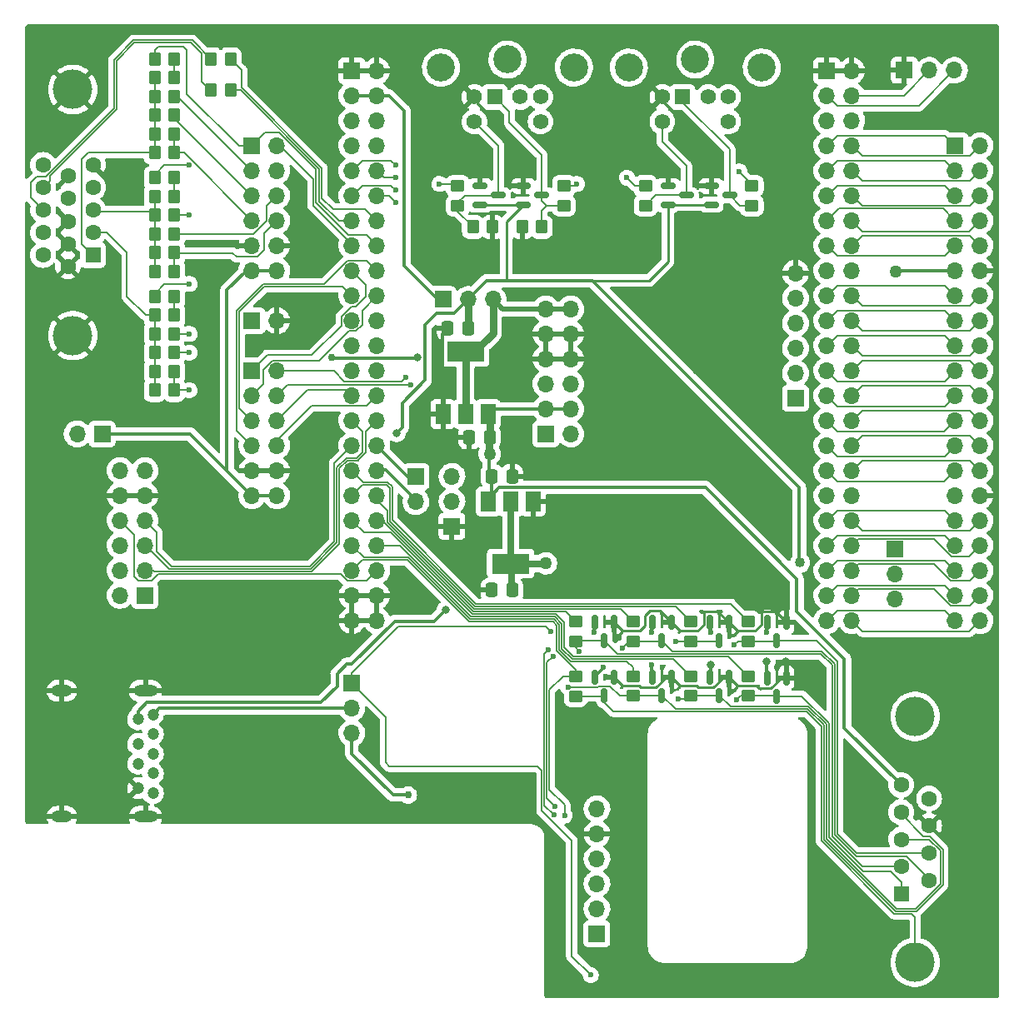
<source format=gtl>
%TF.GenerationSoftware,KiCad,Pcbnew,6.0.0-d3dd2cf0fa~116~ubuntu20.04.1*%
%TF.CreationDate,2022-03-15T23:07:45+01:00*%
%TF.ProjectId,arrow_deca_retro_cape,6172726f-775f-4646-9563-615f72657472,0.71*%
%TF.SameCoordinates,Original*%
%TF.FileFunction,Copper,L1,Top*%
%TF.FilePolarity,Positive*%
%FSLAX46Y46*%
G04 Gerber Fmt 4.6, Leading zero omitted, Abs format (unit mm)*
G04 Created by KiCad (PCBNEW 6.0.0-d3dd2cf0fa~116~ubuntu20.04.1) date 2022-03-15 23:07:45*
%MOMM*%
%LPD*%
G01*
G04 APERTURE LIST*
G04 Aperture macros list*
%AMRoundRect*
0 Rectangle with rounded corners*
0 $1 Rounding radius*
0 $2 $3 $4 $5 $6 $7 $8 $9 X,Y pos of 4 corners*
0 Add a 4 corners polygon primitive as box body*
4,1,4,$2,$3,$4,$5,$6,$7,$8,$9,$2,$3,0*
0 Add four circle primitives for the rounded corners*
1,1,$1+$1,$2,$3*
1,1,$1+$1,$4,$5*
1,1,$1+$1,$6,$7*
1,1,$1+$1,$8,$9*
0 Add four rect primitives between the rounded corners*
20,1,$1+$1,$2,$3,$4,$5,0*
20,1,$1+$1,$4,$5,$6,$7,0*
20,1,$1+$1,$6,$7,$8,$9,0*
20,1,$1+$1,$8,$9,$2,$3,0*%
G04 Aperture macros list end*
%TA.AperFunction,ComponentPad*%
%ADD10R,1.700000X1.700000*%
%TD*%
%TA.AperFunction,ComponentPad*%
%ADD11O,1.700000X1.700000*%
%TD*%
%TA.AperFunction,SMDPad,CuDef*%
%ADD12R,1.500000X2.000000*%
%TD*%
%TA.AperFunction,SMDPad,CuDef*%
%ADD13R,3.800000X2.000000*%
%TD*%
%TA.AperFunction,SMDPad,CuDef*%
%ADD14RoundRect,0.250000X0.337500X0.475000X-0.337500X0.475000X-0.337500X-0.475000X0.337500X-0.475000X0*%
%TD*%
%TA.AperFunction,SMDPad,CuDef*%
%ADD15RoundRect,0.250000X0.350000X0.450000X-0.350000X0.450000X-0.350000X-0.450000X0.350000X-0.450000X0*%
%TD*%
%TA.AperFunction,SMDPad,CuDef*%
%ADD16RoundRect,0.250000X-0.450000X0.350000X-0.450000X-0.350000X0.450000X-0.350000X0.450000X0.350000X0*%
%TD*%
%TA.AperFunction,SMDPad,CuDef*%
%ADD17RoundRect,0.150000X-0.150000X0.587500X-0.150000X-0.587500X0.150000X-0.587500X0.150000X0.587500X0*%
%TD*%
%TA.AperFunction,ComponentPad*%
%ADD18C,1.200000*%
%TD*%
%TA.AperFunction,ComponentPad*%
%ADD19O,2.400000X1.200000*%
%TD*%
%TA.AperFunction,ComponentPad*%
%ADD20O,2.100000X1.200000*%
%TD*%
%TA.AperFunction,SMDPad,CuDef*%
%ADD21RoundRect,0.150000X-0.587500X-0.150000X0.587500X-0.150000X0.587500X0.150000X-0.587500X0.150000X0*%
%TD*%
%TA.AperFunction,ComponentPad*%
%ADD22R,1.574800X1.574800*%
%TD*%
%TA.AperFunction,ComponentPad*%
%ADD23C,1.574800*%
%TD*%
%TA.AperFunction,ComponentPad*%
%ADD24C,2.844800*%
%TD*%
%TA.AperFunction,ComponentPad*%
%ADD25C,4.000000*%
%TD*%
%TA.AperFunction,ComponentPad*%
%ADD26R,1.600000X1.600000*%
%TD*%
%TA.AperFunction,ComponentPad*%
%ADD27C,1.600000*%
%TD*%
%TA.AperFunction,SMDPad,CuDef*%
%ADD28RoundRect,0.250000X-0.350000X-0.450000X0.350000X-0.450000X0.350000X0.450000X-0.350000X0.450000X0*%
%TD*%
%TA.AperFunction,SMDPad,CuDef*%
%ADD29RoundRect,0.250000X-0.337500X-0.475000X0.337500X-0.475000X0.337500X0.475000X-0.337500X0.475000X0*%
%TD*%
%TA.AperFunction,ViaPad*%
%ADD30C,0.800000*%
%TD*%
%TA.AperFunction,ViaPad*%
%ADD31C,1.016000*%
%TD*%
%TA.AperFunction,ViaPad*%
%ADD32C,1.270000*%
%TD*%
%TA.AperFunction,ViaPad*%
%ADD33C,0.600000*%
%TD*%
%TA.AperFunction,ViaPad*%
%ADD34C,0.762000*%
%TD*%
%TA.AperFunction,Conductor*%
%ADD35C,0.350000*%
%TD*%
%TA.AperFunction,Conductor*%
%ADD36C,0.127000*%
%TD*%
%TA.AperFunction,Conductor*%
%ADD37C,0.254000*%
%TD*%
%TA.AperFunction,Conductor*%
%ADD38C,0.762000*%
%TD*%
%TA.AperFunction,Conductor*%
%ADD39C,0.500000*%
%TD*%
%TA.AperFunction,Conductor*%
%ADD40C,0.700000*%
%TD*%
G04 APERTURE END LIST*
D10*
%TO.P,J9,1,Pin_1*%
%TO.N,GND*%
X116840000Y-45720000D03*
D11*
%TO.P,J9,2,Pin_2*%
X119380000Y-45720000D03*
%TO.P,J9,3,Pin_3*%
%TO.N,+3.3VP*%
X116840000Y-48260000D03*
%TO.P,J9,4,Pin_4*%
X119380000Y-48260000D03*
%TO.P,J9,5,Pin_5*%
%TO.N,+5V*%
X116840000Y-50800000D03*
%TO.P,J9,6,Pin_6*%
X119380000Y-50800000D03*
%TO.P,J9,7,Pin_7*%
X116840000Y-53340000D03*
%TO.P,J9,8,Pin_8*%
X119380000Y-53340000D03*
%TO.P,J9,9,Pin_9*%
%TO.N,/PS2_MOUSE_DAT*%
X116840000Y-55880000D03*
%TO.P,J9,10,Pin_10*%
%TO.N,/PS2_MOUSE_CLK*%
X119380000Y-55880000D03*
%TO.P,J9,11,Pin_11*%
%TO.N,/PS2_KEYB_CLK*%
X116840000Y-58420000D03*
%TO.P,J9,12,Pin_12*%
%TO.N,/PS2_KEYB_DAT*%
X119380000Y-58420000D03*
%TO.P,J9,13,Pin_13*%
%TO.N,/VGA_VS*%
X116840000Y-60960000D03*
%TO.P,J9,14,Pin_14*%
%TO.N,/VGA_HS*%
X119380000Y-60960000D03*
%TO.P,J9,15,Pin_15*%
%TO.N,/VGA_B0*%
X116840000Y-63500000D03*
%TO.P,J9,16,Pin_16*%
%TO.N,/VGA_R0*%
X119380000Y-63500000D03*
%TO.P,J9,17,Pin_17*%
%TO.N,/VGA_G0*%
X116840000Y-66040000D03*
%TO.P,J9,18,Pin_18*%
%TO.N,/VGA_G3*%
X119380000Y-66040000D03*
%TO.P,J9,19,Pin_19*%
%TO.N,/VGA_G2*%
X116840000Y-68580000D03*
%TO.P,J9,20,Pin_20*%
%TO.N,/VGA_G1*%
X119380000Y-68580000D03*
%TO.P,J9,21,Pin_21*%
%TO.N,/VGA_B3*%
X116840000Y-71120000D03*
%TO.P,J9,22,Pin_22*%
%TO.N,/VGA_R3*%
X119380000Y-71120000D03*
%TO.P,J9,23,Pin_23*%
%TO.N,/VGA_B2*%
X116840000Y-73660000D03*
%TO.P,J9,24,Pin_24*%
%TO.N,/VGA_R2*%
X119380000Y-73660000D03*
%TO.P,J9,25,Pin_25*%
%TO.N,/VGA_B1*%
X116840000Y-76200000D03*
%TO.P,J9,26,Pin_26*%
%TO.N,/VGA_R1*%
X119380000Y-76200000D03*
%TO.P,J9,27,Pin_27*%
%TO.N,/DETO1*%
X116840000Y-78740000D03*
%TO.P,J9,28,Pin_28*%
%TO.N,/DETO2*%
X119380000Y-78740000D03*
%TO.P,J9,29,Pin_29*%
%TO.N,/SPI_DI (MISO)*%
X116840000Y-81280000D03*
%TO.P,J9,30,Pin_30*%
%TO.N,/SPI_DO (MOSI)*%
X119380000Y-81280000D03*
%TO.P,J9,31,Pin_31*%
%TO.N,/SPI_SCK*%
X116840000Y-83820000D03*
%TO.P,J9,32,Pin_32*%
%TO.N,+1V8*%
X119380000Y-83820000D03*
%TO.P,J9,33,Pin_33*%
%TO.N,/JOYX_SEL_O*%
X116840000Y-86360000D03*
%TO.P,J9,34,Pin_34*%
%TO.N,GNDA*%
X119380000Y-86360000D03*
%TO.P,J9,35,Pin_35*%
%TO.N,/JOY1_B2_P9*%
X116840000Y-88900000D03*
%TO.P,J9,36,Pin_36*%
%TO.N,/JOY1_B1_P6*%
X119380000Y-88900000D03*
%TO.P,J9,37,Pin_37*%
%TO.N,/JOY1_UP*%
X116840000Y-91440000D03*
%TO.P,J9,38,Pin_38*%
%TO.N,/JOY1_DOWN*%
X119380000Y-91440000D03*
%TO.P,J9,39,Pin_39*%
%TO.N,/JOY1_RIGHT*%
X116840000Y-93980000D03*
%TO.P,J9,40,Pin_40*%
%TO.N,/JOY1_LEFT*%
X119380000Y-93980000D03*
%TO.P,J9,41,Pin_41*%
%TO.N,/JOY_MUX_DETO3*%
X116840000Y-96520000D03*
%TO.P,J9,42,Pin_42*%
%TO.N,/SPI_CS_FPGA*%
X119380000Y-96520000D03*
%TO.P,J9,43,Pin_43*%
%TO.N,GND*%
X116840000Y-99060000D03*
%TO.P,J9,44,Pin_44*%
X119380000Y-99060000D03*
%TO.P,J9,45,Pin_45*%
X116840000Y-101600000D03*
%TO.P,J9,46,Pin_46*%
X119380000Y-101600000D03*
%TD*%
D10*
%TO.P,J8,1,Pin_1*%
%TO.N,GND*%
X165100000Y-45720000D03*
D11*
%TO.P,J8,2,Pin_2*%
X167640000Y-45720000D03*
%TO.P,J8,3,Pin_3*%
%TO.N,/UART_TXD*%
X165100000Y-48260000D03*
%TO.P,J8,4,Pin_4*%
%TO.N,/UART_RXD*%
X167640000Y-48260000D03*
%TO.P,J8,5,Pin_5*%
%TO.N,/SPI_CS_OSD*%
X165100000Y-50800000D03*
%TO.P,J8,6,Pin_6*%
%TO.N,/SPI_CS_IO*%
X167640000Y-50800000D03*
%TO.P,J8,7,Pin_7*%
%TO.N,/DQ0*%
X165100000Y-53340000D03*
%TO.P,J8,8,Pin_8*%
%TO.N,/DQ1*%
X167640000Y-53340000D03*
%TO.P,J8,9,Pin_9*%
%TO.N,/DQ2*%
X165100000Y-55880000D03*
%TO.P,J8,10,Pin_10*%
%TO.N,/DQ3*%
X167640000Y-55880000D03*
%TO.P,J8,11,Pin_11*%
%TO.N,/DQ4*%
X165100000Y-58420000D03*
%TO.P,J8,12,Pin_12*%
%TO.N,/DQ5*%
X167640000Y-58420000D03*
%TO.P,J8,13,Pin_13*%
%TO.N,/DQ6*%
X165100000Y-60960000D03*
%TO.P,J8,14,Pin_14*%
%TO.N,/DQ7*%
X167640000Y-60960000D03*
%TO.P,J8,15,Pin_15*%
%TO.N,/DQ14*%
X165100000Y-63500000D03*
%TO.P,J8,16,Pin_16*%
%TO.N,/DQ15*%
X167640000Y-63500000D03*
%TO.P,J8,17,Pin_17*%
%TO.N,/LDQM*%
X165100000Y-66040000D03*
%TO.P,J8,18,Pin_18*%
%TO.N,/UDQM*%
X167640000Y-66040000D03*
%TO.P,J8,19,Pin_19*%
%TO.N,/DQ13*%
X165100000Y-68580000D03*
%TO.P,J8,20,Pin_20*%
%TO.N,/DQ12*%
X167640000Y-68580000D03*
%TO.P,J8,21,Pin_21*%
%TO.N,/DQ11*%
X165100000Y-71120000D03*
%TO.P,J8,22,Pin_22*%
%TO.N,/DQ10*%
X167640000Y-71120000D03*
%TO.P,J8,23,Pin_23*%
%TO.N,/DQ9*%
X165100000Y-73660000D03*
%TO.P,J8,24,Pin_24*%
%TO.N,/DQ8*%
X167640000Y-73660000D03*
%TO.P,J8,25,Pin_25*%
%TO.N,/A12*%
X165100000Y-76200000D03*
%TO.P,J8,26,Pin_26*%
%TO.N,/CLK*%
X167640000Y-76200000D03*
%TO.P,J8,27,Pin_27*%
%TO.N,/A9*%
X165100000Y-78740000D03*
%TO.P,J8,28,Pin_28*%
%TO.N,/A11*%
X167640000Y-78740000D03*
%TO.P,J8,29,Pin_29*%
%TO.N,/A7*%
X165100000Y-81280000D03*
%TO.P,J8,30,Pin_30*%
%TO.N,/A8*%
X167640000Y-81280000D03*
%TO.P,J8,31,Pin_31*%
%TO.N,/A5*%
X165100000Y-83820000D03*
%TO.P,J8,32,Pin_32*%
%TO.N,/A6*%
X167640000Y-83820000D03*
%TO.P,J8,33,Pin_33*%
%TO.N,/nWE*%
X165100000Y-86360000D03*
%TO.P,J8,34,Pin_34*%
%TO.N,/A4*%
X167640000Y-86360000D03*
%TO.P,J8,35,Pin_35*%
%TO.N,/DETO4*%
X165100000Y-88900000D03*
%TO.P,J8,36,Pin_36*%
%TO.N,/CKE*%
X167640000Y-88900000D03*
%TO.P,J8,37,Pin_37*%
%TO.N,/nCAS*%
X165100000Y-91440000D03*
%TO.P,J8,38,Pin_38*%
%TO.N,/nRAS*%
X167640000Y-91440000D03*
%TO.P,J8,39,Pin_39*%
%TO.N,/nCS0*%
X165100000Y-93980000D03*
%TO.P,J8,40,Pin_40*%
%TO.N,/BA0*%
X167640000Y-93980000D03*
%TO.P,J8,41,Pin_41*%
%TO.N,/BA1*%
X165100000Y-96520000D03*
%TO.P,J8,42,Pin_42*%
%TO.N,/A10*%
X167640000Y-96520000D03*
%TO.P,J8,43,Pin_43*%
%TO.N,/A0*%
X165100000Y-99060000D03*
%TO.P,J8,44,Pin_44*%
%TO.N,/A1*%
X167640000Y-99060000D03*
%TO.P,J8,45,Pin_45*%
%TO.N,/A2*%
X165100000Y-101600000D03*
%TO.P,J8,46,Pin_46*%
%TO.N,/A3*%
X167640000Y-101600000D03*
%TD*%
D12*
%TO.P,U4,1,GND*%
%TO.N,GND*%
X126097000Y-80595000D03*
D13*
%TO.P,U4,2,VO*%
%TO.N,/3V3_LDO*%
X128397000Y-74295000D03*
D12*
X128397000Y-80595000D03*
%TO.P,U4,3,VI*%
%TO.N,+5V*%
X130697000Y-80595000D03*
%TD*%
D14*
%TO.P,C18,1*%
%TO.N,+5V*%
X130845500Y-82956400D03*
%TO.P,C18,2*%
%TO.N,GND*%
X128770500Y-82956400D03*
%TD*%
D10*
%TO.P,JP2,1,Pin_1*%
%TO.N,+3.3VP*%
X126111000Y-68961000D03*
D11*
%TO.P,JP2,2,Pin_2*%
%TO.N,+3V3*%
X128651000Y-68961000D03*
%TO.P,JP2,3,Pin_3*%
%TO.N,/3V3_LDO*%
X131191000Y-68961000D03*
%TD*%
D14*
%TO.P,C19,1*%
%TO.N,+3V3*%
X128663500Y-71882000D03*
%TO.P,C19,2*%
%TO.N,GND*%
X126588500Y-71882000D03*
%TD*%
D15*
%TO.P,R29,1*%
%TO.N,/VGA_G3*%
X98804669Y-76275000D03*
%TO.P,R29,2*%
%TO.N,/VGAG*%
X96804669Y-76275000D03*
%TD*%
%TO.P,R31,1*%
%TO.N,Net-(R31-Pad1)*%
X98804669Y-56590000D03*
%TO.P,R31,2*%
%TO.N,/VGA_B0*%
X96804669Y-56590000D03*
%TD*%
D10*
%TO.P,J20,1,Pin_1*%
%TO.N,/SPI_CS_OSD*%
X95823469Y-99033400D03*
D11*
%TO.P,J20,2,Pin_2*%
%TO.N,/SPI_DO (MOSI)*%
X95823469Y-96493400D03*
%TO.P,J20,3,Pin_3*%
%TO.N,/SPI_DI (MISO)*%
X95823469Y-93953400D03*
%TO.P,J20,4,Pin_4*%
%TO.N,/SPI_SCK*%
X95823469Y-91413400D03*
%TO.P,J20,5,Pin_5*%
%TO.N,GND*%
X95823469Y-88873400D03*
%TO.P,J20,6,Pin_6*%
%TO.N,/VH_PMOD*%
X95823469Y-86333400D03*
%TO.P,J20,7,Pin_7*%
%TO.N,/UART_RXD*%
X93283469Y-99033400D03*
%TO.P,J20,8,Pin_8*%
%TO.N,/UART_TXD*%
X93283469Y-96493400D03*
%TO.P,J20,9,Pin_9*%
%TO.N,/SPI_CS_IO*%
X93283469Y-93953400D03*
%TO.P,J20,10,Pin_10*%
%TO.N,/SPI_CS_FPGA*%
X93283469Y-91413400D03*
%TO.P,J20,11,Pin_11*%
%TO.N,GND*%
X93283469Y-88873400D03*
%TO.P,J20,12,Pin_12*%
%TO.N,/VH_PMOD*%
X93283469Y-86333400D03*
%TD*%
D16*
%TO.P,R13,1*%
%TO.N,/JOY1_DOWN*%
X139587669Y-101707000D03*
%TO.P,R13,2*%
%TO.N,/D+*%
X139587669Y-103707000D03*
%TD*%
D15*
%TO.P,R19,1*%
%TO.N,Net-(R19-Pad1)*%
X98804669Y-44525000D03*
%TO.P,R19,2*%
%TO.N,/VGA_R0*%
X96804669Y-44525000D03*
%TD*%
D10*
%TO.P,J16,1,Pin_1*%
%TO.N,/DETO1*%
X141745000Y-133426200D03*
D11*
%TO.P,J16,2,Pin_2*%
%TO.N,/DETO2*%
X141745000Y-130886200D03*
%TO.P,J16,3,Pin_3*%
%TO.N,/JOY_MUX_DETO3*%
X141745000Y-128346200D03*
%TO.P,J16,4,Pin_4*%
%TO.N,/DETO4*%
X141745000Y-125806200D03*
%TO.P,J16,5,Pin_5*%
%TO.N,GND*%
X141745000Y-123266200D03*
%TO.P,J16,6,Pin_6*%
%TO.N,+3V3*%
X141745000Y-120726200D03*
%TD*%
D16*
%TO.P,R5,1*%
%TO.N,/PS2_MOUSE_CLK*%
X146685000Y-57420000D03*
%TO.P,R5,2*%
%TO.N,Net-(D4-Pad3)*%
X146685000Y-59420000D03*
%TD*%
D17*
%TO.P,D5,1*%
%TO.N,GND*%
X155142669Y-101753500D03*
%TO.P,D5,2*%
%TO.N,+2V5*%
X153242669Y-101753500D03*
%TO.P,D5,3*%
%TO.N,Net-(D5-Pad3)*%
X154192669Y-103628500D03*
%TD*%
%TO.P,D11,1*%
%TO.N,GND*%
X160984669Y-101753500D03*
%TO.P,D11,2*%
%TO.N,+2V5*%
X159084669Y-101753500D03*
%TO.P,D11,3*%
%TO.N,/RX+*%
X160034669Y-103628500D03*
%TD*%
D18*
%TO.P,J21,1,VBUS*%
%TO.N,+5V*%
X95123000Y-111633000D03*
%TO.P,J21,2,D-*%
%TO.N,/D-*%
X95123000Y-114133000D03*
%TO.P,J21,3,D+*%
%TO.N,/D+*%
X95123000Y-116133000D03*
%TO.P,J21,4,GND*%
%TO.N,GND*%
X95123000Y-118633000D03*
%TO.P,J21,5,SSRX-*%
%TO.N,/RX-*%
X96623000Y-119133000D03*
%TO.P,J21,6,SSRX+*%
%TO.N,/RX+*%
X96623000Y-117133000D03*
%TO.P,J21,7,DRAIN*%
%TO.N,/DRAIN*%
X96623000Y-115133000D03*
%TO.P,J21,8,SSTX-*%
%TO.N,/TX-*%
X96623000Y-113133000D03*
%TO.P,J21,9,SSTX+*%
%TO.N,/TX+*%
X96623000Y-111133000D03*
D19*
%TO.P,J21,10,SHIELD*%
%TO.N,GND*%
X95873000Y-121533000D03*
D20*
X87373000Y-121533000D03*
D19*
X95873000Y-108733000D03*
D20*
X87373000Y-108733000D03*
%TD*%
D15*
%TO.P,R3,1*%
%TO.N,Net-(D1-Pad3)*%
X136142669Y-61595000D03*
%TO.P,R3,2*%
%TO.N,GND*%
X134142669Y-61595000D03*
%TD*%
D17*
%TO.P,D8,1*%
%TO.N,GND*%
X149300669Y-101753500D03*
%TO.P,D8,2*%
%TO.N,+2V5*%
X147400669Y-101753500D03*
%TO.P,D8,3*%
%TO.N,/TX-*%
X148350669Y-103628500D03*
%TD*%
D21*
%TO.P,D4,1*%
%TO.N,GND*%
X148960900Y-57415400D03*
%TO.P,D4,2*%
%TO.N,+3V3*%
X148960900Y-59315400D03*
%TO.P,D4,3*%
%TO.N,Net-(D4-Pad3)*%
X150835900Y-58365400D03*
%TD*%
D10*
%TO.P,J10,1,Pin_1*%
%TO.N,+2V5*%
X136539669Y-82625000D03*
D11*
%TO.P,J10,2,Pin_2*%
X139079669Y-82625000D03*
%TO.P,J10,3,Pin_3*%
%TO.N,+5V*%
X136539669Y-80085000D03*
%TO.P,J10,4,Pin_4*%
X139079669Y-80085000D03*
%TO.P,J10,5,Pin_5*%
%TO.N,+3.3VP*%
X136539669Y-77545000D03*
%TO.P,J10,6,Pin_6*%
X139079669Y-77545000D03*
%TO.P,J10,7,Pin_7*%
%TO.N,GND*%
X136539669Y-75005000D03*
%TO.P,J10,8,Pin_8*%
X139079669Y-75005000D03*
%TO.P,J10,9,Pin_9*%
X136539669Y-72465000D03*
%TO.P,J10,10,Pin_10*%
X139079669Y-72465000D03*
%TO.P,J10,11,Pin_11*%
%TO.N,/3V3_LDO*%
X136539669Y-69925000D03*
%TO.P,J10,12,Pin_12*%
X139079669Y-69925000D03*
%TD*%
D15*
%TO.P,R35,1*%
%TO.N,/VGA_B3*%
X98804669Y-64210000D03*
%TO.P,R35,2*%
%TO.N,/VGAB*%
X96804669Y-64210000D03*
%TD*%
D10*
%TO.P,J11,1,Pin_1*%
%TO.N,/VGA_R0*%
X106680000Y-53340000D03*
D11*
%TO.P,J11,2,Pin_2*%
%TO.N,/VGA_R1*%
X106680000Y-55880000D03*
%TO.P,J11,3,Pin_3*%
%TO.N,/VGA_R2*%
X106680000Y-58420000D03*
%TO.P,J11,4,Pin_4*%
%TO.N,/VGA_R3*%
X106680000Y-60960000D03*
%TO.P,J11,5,Pin_5*%
%TO.N,GND*%
X106680000Y-63500000D03*
%TO.P,J11,6,Pin_6*%
%TO.N,+3V3*%
X106680000Y-66040000D03*
%TO.P,J11,7,Pin_7*%
%TO.N,/VGA_B0*%
X109220000Y-53340000D03*
%TO.P,J11,8,Pin_8*%
%TO.N,/VGA_B1*%
X109220000Y-55880000D03*
%TO.P,J11,9,Pin_9*%
%TO.N,/VGA_B2*%
X109220000Y-58420000D03*
%TO.P,J11,10,Pin_10*%
%TO.N,/VGA_B3*%
X109220000Y-60960000D03*
%TO.P,J11,11,Pin_11*%
%TO.N,GND*%
X109220000Y-63500000D03*
%TO.P,J11,12,Pin_12*%
%TO.N,+3V3*%
X109220000Y-66040000D03*
%TD*%
D17*
%TO.P,D10,1*%
%TO.N,GND*%
X160984669Y-107404000D03*
%TO.P,D10,2*%
%TO.N,+2V5*%
X159084669Y-107404000D03*
%TO.P,D10,3*%
%TO.N,/D-*%
X160034669Y-109279000D03*
%TD*%
D16*
%TO.P,R12,1*%
%TO.N,/JOYX_SEL_O*%
X157113669Y-101690000D03*
%TO.P,R12,2*%
%TO.N,/RX+*%
X157113669Y-103690000D03*
%TD*%
%TO.P,R15,1*%
%TO.N,/JOY1_UP*%
X157113669Y-107263000D03*
%TO.P,R15,2*%
%TO.N,/D-*%
X157113669Y-109263000D03*
%TD*%
D15*
%TO.P,R30,1*%
%TO.N,/VGA_G3*%
X98804669Y-78180000D03*
%TO.P,R30,2*%
%TO.N,/VGAG*%
X96804669Y-78180000D03*
%TD*%
D21*
%TO.P,D3,1*%
%TO.N,GND*%
X153360900Y-57415400D03*
%TO.P,D3,2*%
%TO.N,+3V3*%
X153360900Y-59315400D03*
%TO.P,D3,3*%
%TO.N,Net-(D3-Pad3)*%
X155235900Y-58365400D03*
%TD*%
D16*
%TO.P,R16,1*%
%TO.N,/JOY_MUX_DETO3*%
X139587669Y-107279000D03*
%TO.P,R16,2*%
%TO.N,/MUX*%
X139587669Y-109279000D03*
%TD*%
D15*
%TO.P,R18,1*%
%TO.N,/VGA_VS*%
X104519669Y-47700000D03*
%TO.P,R18,2*%
%TO.N,/VGAVS*%
X102519669Y-47700000D03*
%TD*%
%TO.P,R32,1*%
%TO.N,Net-(R31-Pad1)*%
X98804669Y-58495000D03*
%TO.P,R32,2*%
%TO.N,/VGAB*%
X96804669Y-58495000D03*
%TD*%
D22*
%TO.P,J5,1,1*%
%TO.N,Net-(D1-Pad3)*%
X131359200Y-48387000D03*
D23*
%TO.P,J5,2,2*%
%TO.N,unconnected-(J5-Pad2)*%
X133950000Y-48387000D03*
%TO.P,J5,3,3*%
%TO.N,GND*%
X129301800Y-48387000D03*
%TO.P,J5,4,4*%
%TO.N,+5V*%
X136007400Y-48387000D03*
%TO.P,J5,5,5*%
%TO.N,Net-(D2-Pad3)*%
X129301800Y-50876200D03*
%TO.P,J5,6,6*%
%TO.N,unconnected-(J5-Pad6)*%
X136007400Y-50876200D03*
D24*
%TO.P,J5,7*%
%TO.N,N/C*%
X125898200Y-45389800D03*
%TO.P,J5,8*%
X132654600Y-44577000D03*
%TO.P,J5,9*%
X139411000Y-45389800D03*
%TD*%
D25*
%TO.P,J1,0*%
%TO.N,GND*%
X88490269Y-72623600D03*
X88490269Y-47623600D03*
D26*
%TO.P,J1,1*%
%TO.N,/VGAR*%
X90540269Y-64438600D03*
D27*
%TO.P,J1,2*%
%TO.N,/VGAG*%
X90540269Y-62148600D03*
%TO.P,J1,3*%
%TO.N,/VGAB*%
X90540269Y-59858600D03*
%TO.P,J1,4*%
%TO.N,unconnected-(J1-Pad4)*%
X90540269Y-57568600D03*
%TO.P,J1,5*%
%TO.N,GND*%
X90540269Y-55278600D03*
%TO.P,J1,6*%
X88000269Y-65583600D03*
%TO.P,J1,7*%
X88000269Y-63293600D03*
%TO.P,J1,8*%
X88000269Y-61003600D03*
%TO.P,J1,9*%
%TO.N,unconnected-(J1-Pad9)*%
X88000269Y-58713600D03*
%TO.P,J1,10*%
%TO.N,GND*%
X88000269Y-56423600D03*
%TO.P,J1,11*%
%TO.N,unconnected-(J1-Pad11)*%
X85460269Y-64438600D03*
%TO.P,J1,12*%
%TO.N,unconnected-(J1-Pad12)*%
X85460269Y-62148600D03*
%TO.P,J1,13*%
%TO.N,/VGAHS*%
X85460269Y-59858600D03*
%TO.P,J1,14*%
%TO.N,/VGAVS*%
X85460269Y-57568600D03*
%TO.P,J1,15*%
%TO.N,unconnected-(J1-Pad15)*%
X85460269Y-55278600D03*
%TD*%
D12*
%TO.P,U5,1,GND*%
%TO.N,GND*%
X135282000Y-89509200D03*
D13*
%TO.P,U5,2,VO*%
%TO.N,+2V5*%
X132982000Y-95809200D03*
D12*
X132982000Y-89509200D03*
%TO.P,U5,3,VI*%
%TO.N,+5V*%
X130682000Y-89509200D03*
%TD*%
D15*
%TO.P,R27,1*%
%TO.N,/VGA_G1*%
X98804669Y-72465000D03*
%TO.P,R27,2*%
%TO.N,/VGAG*%
X96804669Y-72465000D03*
%TD*%
%TO.P,R23,1*%
%TO.N,/VGA_R3*%
X98804669Y-52145000D03*
%TO.P,R23,2*%
%TO.N,/VGAR*%
X96804669Y-52145000D03*
%TD*%
D28*
%TO.P,R4,1*%
%TO.N,Net-(D2-Pad3)*%
X129140000Y-61595000D03*
%TO.P,R4,2*%
%TO.N,GND*%
X131140000Y-61595000D03*
%TD*%
D16*
%TO.P,R10,1*%
%TO.N,/JOY1_RIGHT*%
X145429669Y-107263000D03*
%TO.P,R10,2*%
%TO.N,/DRAIN*%
X145429669Y-109263000D03*
%TD*%
%TO.P,R14,1*%
%TO.N,/JOY1_B1_P6*%
X145429669Y-101692000D03*
%TO.P,R14,2*%
%TO.N,/TX-*%
X145429669Y-103692000D03*
%TD*%
D17*
%TO.P,D7,1*%
%TO.N,GND*%
X149300669Y-107325500D03*
%TO.P,D7,2*%
%TO.N,+2V5*%
X147400669Y-107325500D03*
%TO.P,D7,3*%
%TO.N,/DRAIN*%
X148350669Y-109200500D03*
%TD*%
D16*
%TO.P,R9,1*%
%TO.N,/JOY1_B2_P9*%
X151271669Y-101691000D03*
%TO.P,R9,2*%
%TO.N,Net-(D5-Pad3)*%
X151271669Y-103691000D03*
%TD*%
D15*
%TO.P,R26,1*%
%TO.N,Net-(R25-Pad1)*%
X98804669Y-70560000D03*
%TO.P,R26,2*%
%TO.N,/VGAG*%
X96804669Y-70560000D03*
%TD*%
%TO.P,R33,1*%
%TO.N,/VGA_B1*%
X98804669Y-60400000D03*
%TO.P,R33,2*%
%TO.N,/VGAB*%
X96804669Y-60400000D03*
%TD*%
%TO.P,R22,1*%
%TO.N,/VGA_R2*%
X98804669Y-50240000D03*
%TO.P,R22,2*%
%TO.N,/VGAR*%
X96804669Y-50240000D03*
%TD*%
D10*
%TO.P,J14,1,Pin_1*%
%TO.N,+1V8*%
X123355000Y-86964200D03*
D11*
%TO.P,J14,2,Pin_2*%
%TO.N,GNDA*%
X123355000Y-89504200D03*
%TD*%
D22*
%TO.P,J19,1,1*%
%TO.N,Net-(D3-Pad3)*%
X150444200Y-48387000D03*
D23*
%TO.P,J19,2,2*%
%TO.N,unconnected-(J19-Pad2)*%
X153035000Y-48387000D03*
%TO.P,J19,3,3*%
%TO.N,GND*%
X148386800Y-48387000D03*
%TO.P,J19,4,4*%
%TO.N,+5V*%
X155092400Y-48387000D03*
%TO.P,J19,5,5*%
%TO.N,Net-(D4-Pad3)*%
X148386800Y-50876200D03*
%TO.P,J19,6,6*%
%TO.N,unconnected-(J19-Pad6)*%
X155092400Y-50876200D03*
D24*
%TO.P,J19,7*%
%TO.N,N/C*%
X144983200Y-45389800D03*
%TO.P,J19,8*%
X151739600Y-44577000D03*
%TO.P,J19,9*%
X158496000Y-45389800D03*
%TD*%
D21*
%TO.P,D2,1*%
%TO.N,GND*%
X129875900Y-57415400D03*
%TO.P,D2,2*%
%TO.N,+3V3*%
X129875900Y-59315400D03*
%TO.P,D2,3*%
%TO.N,Net-(D2-Pad3)*%
X131750900Y-58365400D03*
%TD*%
D10*
%TO.P,J15,1,Pin_1*%
%TO.N,GND*%
X172987000Y-45669200D03*
D11*
%TO.P,J15,2,Pin_2*%
%TO.N,/UART_RXD*%
X175527000Y-45669200D03*
%TO.P,J15,3,Pin_3*%
%TO.N,/UART_TXD*%
X178067000Y-45669200D03*
%TD*%
D25*
%TO.P,J4,0,PAD*%
%TO.N,/MUX*%
X174074338Y-136335000D03*
X174074338Y-111335000D03*
D26*
%TO.P,J4,1,1*%
%TO.N,/D-*%
X172654338Y-129375000D03*
D27*
%TO.P,J4,2,2*%
%TO.N,/D+*%
X172654338Y-126605000D03*
%TO.P,J4,3,3*%
%TO.N,/RX-*%
X172654338Y-123835000D03*
%TO.P,J4,4,4*%
%TO.N,/DRAIN*%
X172654338Y-121065000D03*
%TO.P,J4,5,5*%
%TO.N,+5V*%
X172654338Y-118295000D03*
%TO.P,J4,6,6*%
%TO.N,/TX-*%
X175494338Y-127990000D03*
%TO.P,J4,7,7*%
%TO.N,/RX+*%
X175494338Y-125220000D03*
%TO.P,J4,8,8*%
%TO.N,GND*%
X175494338Y-122450000D03*
%TO.P,J4,9,9*%
%TO.N,Net-(D5-Pad3)*%
X175494338Y-119680000D03*
%TD*%
D15*
%TO.P,R20,1*%
%TO.N,Net-(R19-Pad1)*%
X98804669Y-46430000D03*
%TO.P,R20,2*%
%TO.N,/VGAR*%
X96804669Y-46430000D03*
%TD*%
D17*
%TO.P,D12,1*%
%TO.N,GND*%
X143458669Y-107325500D03*
%TO.P,D12,2*%
%TO.N,+2V5*%
X141558669Y-107325500D03*
%TO.P,D12,3*%
%TO.N,/MUX*%
X142508669Y-109200500D03*
%TD*%
D15*
%TO.P,R24,1*%
%TO.N,/VGA_R3*%
X98804669Y-54050000D03*
%TO.P,R24,2*%
%TO.N,/VGAR*%
X96804669Y-54050000D03*
%TD*%
D16*
%TO.P,R2,1*%
%TO.N,/PS2_KEYB_DAT*%
X138395000Y-57420000D03*
%TO.P,R2,2*%
%TO.N,Net-(D1-Pad3)*%
X138395000Y-59420000D03*
%TD*%
D10*
%TO.P,J18,1,Pin_1*%
%TO.N,GND*%
X127013000Y-92009200D03*
D11*
%TO.P,J18,2,Pin_2*%
%TO.N,/VGA_HS*%
X127013000Y-89469200D03*
%TO.P,J18,3,Pin_3*%
%TO.N,/VGA_VS*%
X127013000Y-86929200D03*
%TD*%
D10*
%TO.P,J17,1,Pin_1*%
%TO.N,+5V*%
X106680000Y-71120000D03*
D11*
%TO.P,J17,2,Pin_2*%
%TO.N,GND*%
X109220000Y-71120000D03*
%TD*%
D10*
%TO.P,J22,1,Pin_1*%
%TO.N,Net-(D5-Pad3)*%
X116840000Y-107950000D03*
D11*
%TO.P,J22,2,Pin_2*%
%TO.N,/TX+*%
X116840000Y-110490000D03*
%TO.P,J22,3,Pin_3*%
%TO.N,+3V3*%
X116840000Y-113030000D03*
%TD*%
D14*
%TO.P,C21,1*%
%TO.N,+2V5*%
X133132169Y-98500000D03*
%TO.P,C21,2*%
%TO.N,GND*%
X131057169Y-98500000D03*
%TD*%
D10*
%TO.P,J12,1,Pin_1*%
%TO.N,/VGA_G0*%
X106680000Y-76200000D03*
D11*
%TO.P,J12,2,Pin_2*%
%TO.N,/VGA_G1*%
X106680000Y-78740000D03*
%TO.P,J12,3,Pin_3*%
%TO.N,/VGA_G2*%
X106680000Y-81280000D03*
%TO.P,J12,4,Pin_4*%
%TO.N,/VGA_G3*%
X106680000Y-83820000D03*
%TO.P,J12,5,Pin_5*%
%TO.N,GND*%
X106680000Y-86360000D03*
%TO.P,J12,6,Pin_6*%
%TO.N,+3V3*%
X106680000Y-88900000D03*
%TO.P,J12,7,Pin_7*%
%TO.N,/VGA_HS*%
X109220000Y-76200000D03*
%TO.P,J12,8,Pin_8*%
%TO.N,/VGA_VS*%
X109220000Y-78740000D03*
%TO.P,J12,9,Pin_9*%
%TO.N,/DETO1*%
X109220000Y-81280000D03*
%TO.P,J12,10,Pin_10*%
%TO.N,/DETO2*%
X109220000Y-83820000D03*
%TO.P,J12,11,Pin_11*%
%TO.N,GND*%
X109220000Y-86360000D03*
%TO.P,J12,12,Pin_12*%
%TO.N,+3V3*%
X109220000Y-88900000D03*
%TD*%
D15*
%TO.P,R21,1*%
%TO.N,/VGA_R1*%
X98804669Y-48335000D03*
%TO.P,R21,2*%
%TO.N,/VGAR*%
X96804669Y-48335000D03*
%TD*%
D10*
%TO.P,JP1,1,Pin_1*%
%TO.N,+3V3*%
X91459669Y-82625000D03*
D11*
%TO.P,JP1,2,Pin_2*%
%TO.N,/VH_PMOD*%
X88919669Y-82625000D03*
%TD*%
D15*
%TO.P,R28,1*%
%TO.N,/VGA_G2*%
X98804669Y-74370000D03*
%TO.P,R28,2*%
%TO.N,/VGAG*%
X96804669Y-74370000D03*
%TD*%
D16*
%TO.P,R1,1*%
%TO.N,/PS2_KEYB_CLK*%
X127600000Y-57420000D03*
%TO.P,R1,2*%
%TO.N,Net-(D2-Pad3)*%
X127600000Y-59420000D03*
%TD*%
D17*
%TO.P,D9,1*%
%TO.N,GND*%
X155142669Y-107325500D03*
%TO.P,D9,2*%
%TO.N,+2V5*%
X153242669Y-107325500D03*
%TO.P,D9,3*%
%TO.N,/RX-*%
X154192669Y-109200500D03*
%TD*%
D21*
%TO.P,D1,1*%
%TO.N,GND*%
X134275900Y-57415400D03*
%TO.P,D1,2*%
%TO.N,+3V3*%
X134275900Y-59315400D03*
%TO.P,D1,3*%
%TO.N,Net-(D1-Pad3)*%
X136150900Y-58365400D03*
%TD*%
D10*
%TO.P,J3,1,Pin_1*%
%TO.N,unconnected-(J3-Pad1)*%
X161925000Y-78994000D03*
D11*
%TO.P,J3,2,Pin_2*%
%TO.N,/TDI*%
X161925000Y-76454000D03*
%TO.P,J3,3,Pin_3*%
%TO.N,/TMS*%
X161925000Y-73914000D03*
%TO.P,J3,4,Pin_4*%
%TO.N,/TDO*%
X161925000Y-71374000D03*
%TO.P,J3,5,Pin_5*%
%TO.N,/TCK*%
X161925000Y-68834000D03*
%TO.P,J3,6,Pin_6*%
%TO.N,GND*%
X161925000Y-66294000D03*
%TD*%
D15*
%TO.P,R17,1*%
%TO.N,/VGA_HS*%
X104519669Y-44525000D03*
%TO.P,R17,2*%
%TO.N,/VGAHS*%
X102519669Y-44525000D03*
%TD*%
D29*
%TO.P,C20,1*%
%TO.N,+5V*%
X131055500Y-86944200D03*
%TO.P,C20,2*%
%TO.N,GND*%
X133130500Y-86944200D03*
%TD*%
D16*
%TO.P,R6,1*%
%TO.N,/PS2_MOUSE_DAT*%
X157480000Y-57420000D03*
%TO.P,R6,2*%
%TO.N,Net-(D3-Pad3)*%
X157480000Y-59420000D03*
%TD*%
D15*
%TO.P,R25,1*%
%TO.N,Net-(R25-Pad1)*%
X98804669Y-68655000D03*
%TO.P,R25,2*%
%TO.N,/VGA_G0*%
X96804669Y-68655000D03*
%TD*%
D17*
%TO.P,D6,1*%
%TO.N,GND*%
X143458669Y-101753500D03*
%TO.P,D6,2*%
%TO.N,+2V5*%
X141558669Y-101753500D03*
%TO.P,D6,3*%
%TO.N,/D+*%
X142508669Y-103628500D03*
%TD*%
D16*
%TO.P,R11,1*%
%TO.N,/JOY1_LEFT*%
X151271669Y-107247000D03*
%TO.P,R11,2*%
%TO.N,/RX-*%
X151271669Y-109247000D03*
%TD*%
D15*
%TO.P,R36,1*%
%TO.N,/VGA_B3*%
X98804669Y-66115000D03*
%TO.P,R36,2*%
%TO.N,/VGAB*%
X96804669Y-66115000D03*
%TD*%
D10*
%TO.P,J7,1,Pin_1*%
%TO.N,/CKE*%
X172043185Y-94360000D03*
D11*
%TO.P,J7,2,Pin_2*%
%TO.N,/UDQM*%
X172043185Y-96900000D03*
%TO.P,J7,3,Pin_3*%
%TO.N,/LDQM*%
X172043185Y-99440000D03*
%TD*%
D10*
%TO.P,J6,1,Pin_1*%
%TO.N,/DQ0*%
X178138185Y-53340000D03*
D11*
%TO.P,J6,2,Pin_2*%
%TO.N,/DQ1*%
X180678185Y-53340000D03*
%TO.P,J6,3,Pin_3*%
%TO.N,/DQ2*%
X178138185Y-55880000D03*
%TO.P,J6,4,Pin_4*%
%TO.N,/DQ3*%
X180678185Y-55880000D03*
%TO.P,J6,5,Pin_5*%
%TO.N,/DQ4*%
X178138185Y-58420000D03*
%TO.P,J6,6,Pin_6*%
%TO.N,/DQ5*%
X180678185Y-58420000D03*
%TO.P,J6,7,Pin_7*%
%TO.N,/DQ6*%
X178138185Y-60960000D03*
%TO.P,J6,8,Pin_8*%
%TO.N,/DQ7*%
X180678185Y-60960000D03*
%TO.P,J6,9,Pin_9*%
%TO.N,/DQ14*%
X178138185Y-63500000D03*
%TO.P,J6,10,Pin_10*%
%TO.N,/DQ15*%
X180678185Y-63500000D03*
%TO.P,J6,11,Pin_11*%
%TO.N,+5V*%
X178138185Y-66040000D03*
%TO.P,J6,12,Pin_12*%
%TO.N,GND*%
X180678185Y-66040000D03*
%TO.P,J6,13,Pin_13*%
%TO.N,/DQ13*%
X178138185Y-68580000D03*
%TO.P,J6,14,Pin_14*%
%TO.N,/DQ12*%
X180678185Y-68580000D03*
%TO.P,J6,15,Pin_15*%
%TO.N,/DQ11*%
X178138185Y-71120000D03*
%TO.P,J6,16,Pin_16*%
%TO.N,/DQ10*%
X180678185Y-71120000D03*
%TO.P,J6,17,Pin_17*%
%TO.N,/DQ9*%
X178138185Y-73660000D03*
%TO.P,J6,18,Pin_18*%
%TO.N,/DQ8*%
X180678185Y-73660000D03*
%TO.P,J6,19,Pin_19*%
%TO.N,/A12*%
X178138185Y-76200000D03*
%TO.P,J6,20,Pin_20*%
%TO.N,/CLK*%
X180678185Y-76200000D03*
%TO.P,J6,21,Pin_21*%
%TO.N,/A9*%
X178138185Y-78740000D03*
%TO.P,J6,22,Pin_22*%
%TO.N,/A11*%
X180678185Y-78740000D03*
%TO.P,J6,23,Pin_23*%
%TO.N,/A7*%
X178138185Y-81280000D03*
%TO.P,J6,24,Pin_24*%
%TO.N,/A8*%
X180678185Y-81280000D03*
%TO.P,J6,25,Pin_25*%
%TO.N,/A5*%
X178138185Y-83820000D03*
%TO.P,J6,26,Pin_26*%
%TO.N,/A6*%
X180678185Y-83820000D03*
%TO.P,J6,27,Pin_27*%
%TO.N,/nWE*%
X178138185Y-86360000D03*
%TO.P,J6,28,Pin_28*%
%TO.N,/A4*%
X180678185Y-86360000D03*
%TO.P,J6,29,Pin_29*%
%TO.N,+3V3*%
X178138185Y-88900000D03*
%TO.P,J6,30,Pin_30*%
%TO.N,GND*%
X180678185Y-88900000D03*
%TO.P,J6,31,Pin_31*%
%TO.N,/nCAS*%
X178138185Y-91440000D03*
%TO.P,J6,32,Pin_32*%
%TO.N,/nRAS*%
X180678185Y-91440000D03*
%TO.P,J6,33,Pin_33*%
%TO.N,/nCS0*%
X178138185Y-93980000D03*
%TO.P,J6,34,Pin_34*%
%TO.N,/BA0*%
X180678185Y-93980000D03*
%TO.P,J6,35,Pin_35*%
%TO.N,/BA1*%
X178138185Y-96520000D03*
%TO.P,J6,36,Pin_36*%
%TO.N,/A10*%
X180678185Y-96520000D03*
%TO.P,J6,37,Pin_37*%
%TO.N,/A0*%
X178138185Y-99060000D03*
%TO.P,J6,38,Pin_38*%
%TO.N,/A1*%
X180678185Y-99060000D03*
%TO.P,J6,39,Pin_39*%
%TO.N,/A2*%
X178138185Y-101600000D03*
%TO.P,J6,40,Pin_40*%
%TO.N,/A3*%
X180678185Y-101600000D03*
%TD*%
D15*
%TO.P,R34,1*%
%TO.N,/VGA_B2*%
X98804669Y-62305000D03*
%TO.P,R34,2*%
%TO.N,/VGAB*%
X96804669Y-62305000D03*
%TD*%
D30*
%TO.N,+3V3*%
X121386600Y-82550000D03*
D31*
%TO.N,GND*%
X130824669Y-92404000D03*
X154954669Y-96849000D03*
D32*
X142254669Y-48970000D03*
D31*
X168148000Y-118872000D03*
D30*
X160923669Y-105739000D03*
D33*
X142635669Y-107263000D03*
D31*
X142889669Y-96849000D03*
D34*
%TO.N,+5V*%
X114822669Y-74878000D03*
D30*
X126365000Y-100507800D03*
D32*
X172099669Y-66115000D03*
X130835400Y-84658200D03*
D30*
X123520200Y-74879200D03*
D31*
%TO.N,+3V3*%
X162383669Y-95706000D03*
D34*
X122569669Y-119328000D03*
D33*
%TO.N,/PS2_KEYB_DAT*%
X139714669Y-57225000D03*
X121299669Y-59130000D03*
%TO.N,/VGA_VS*%
X122823669Y-77672000D03*
%TO.N,/VGA_HS*%
X122315669Y-76910000D03*
%TO.N,/VGA_B0*%
X100344669Y-55320000D03*
%TO.N,/VGA_G0*%
X100344669Y-67385000D03*
%TO.N,/VGA_G3*%
X100344669Y-78180000D03*
%TO.N,/VGA_G2*%
X100344669Y-74370000D03*
%TO.N,/VGA_G1*%
X100344669Y-72465000D03*
%TO.N,/VGA_B1*%
X100344669Y-60400000D03*
%TO.N,/DETO1*%
X137377869Y-121334600D03*
X136793669Y-104596000D03*
%TO.N,/DETO2*%
X137478073Y-120481347D03*
X137301669Y-105231000D03*
%TO.N,/PS2_KEYB_CLK*%
X121299669Y-57860000D03*
X125744669Y-57225000D03*
%TO.N,/PS2_MOUSE_DAT*%
X121299669Y-55320000D03*
X156224669Y-55955000D03*
%TO.N,/PS2_MOUSE_CLK*%
X121299669Y-56590000D03*
X144794669Y-56590000D03*
D30*
%TO.N,+2V5*%
X159018669Y-105739000D03*
D33*
X141492669Y-102818000D03*
X159018669Y-102818000D03*
X147334669Y-106120000D03*
D32*
X136565069Y-95782200D03*
D33*
X142381669Y-106374000D03*
X153303669Y-102818000D03*
D30*
X153303669Y-106120000D03*
D33*
X147334669Y-102818000D03*
%TO.N,/D+*%
X139968669Y-104723000D03*
%TO.N,/DRAIN*%
X138806189Y-108339276D03*
%TO.N,/TX-*%
X144322800Y-104394000D03*
%TO.N,/RX-*%
X150001669Y-109549000D03*
%TO.N,/D-*%
X155970669Y-109676000D03*
%TO.N,/RX+*%
X155716669Y-104088000D03*
%TO.N,/JOY_MUX_DETO3*%
X138480800Y-121412000D03*
%TO.N,Net-(D5-Pad3)*%
X141111669Y-137616000D03*
X137047669Y-102691000D03*
X149733000Y-103682800D03*
%TD*%
D35*
%TO.N,GND*%
X126588500Y-71882000D02*
X126568200Y-71882000D01*
X126568200Y-71882000D02*
X126009400Y-72440800D01*
X126009400Y-72440800D02*
X126009400Y-80507400D01*
X126009400Y-80507400D02*
X126097000Y-80595000D01*
%TO.N,+3V3*%
X121386600Y-82550000D02*
X121945400Y-81991200D01*
X121945400Y-81991200D02*
X121945400Y-79504173D01*
X121945400Y-79504173D02*
X124294711Y-77154862D01*
X124294711Y-71564689D02*
X125476000Y-70383400D01*
X127228600Y-70383400D02*
X128651000Y-68961000D01*
X124294711Y-77154862D02*
X124294711Y-71564689D01*
X125476000Y-70383400D02*
X127228600Y-70383400D01*
%TO.N,+5V*%
X123494800Y-74904600D02*
X114849269Y-74904600D01*
X114849269Y-74904600D02*
X114822669Y-74878000D01*
X123520200Y-74879200D02*
X123494800Y-74904600D01*
X126365000Y-100507800D02*
X125197800Y-101675000D01*
X125197800Y-101675000D02*
X121210000Y-101675000D01*
X121210000Y-101675000D02*
X116840000Y-106045000D01*
X116295978Y-106045000D02*
X115341400Y-106999578D01*
X113691600Y-109930000D02*
X96026669Y-109930000D01*
X116840000Y-106045000D02*
X116295978Y-106045000D01*
X115341400Y-106999578D02*
X115341400Y-108280200D01*
X115341400Y-108280200D02*
X113691600Y-109930000D01*
X96026669Y-109930000D02*
X95123000Y-110833669D01*
X95123000Y-110833669D02*
X95123000Y-111633000D01*
D36*
%TO.N,/D+*%
X172654338Y-126605000D02*
X168743600Y-126605000D01*
X168743600Y-126605000D02*
X165633400Y-123494800D01*
X165633400Y-123494800D02*
X165633400Y-106108263D01*
X165633400Y-106108263D02*
X164501657Y-104976520D01*
X164501657Y-104976520D02*
X143856689Y-104976520D01*
X143856689Y-104976520D02*
X142508669Y-103628500D01*
%TO.N,/TX-*%
X175494338Y-127990000D02*
X175494338Y-127848835D01*
X175494338Y-127848835D02*
X173196503Y-125551000D01*
X173196503Y-125551000D02*
X168118469Y-125551000D01*
X168118469Y-125551000D02*
X165913280Y-123345811D01*
X165913280Y-123345811D02*
X165913280Y-106029611D01*
X165913280Y-106029611D02*
X164606669Y-104723000D01*
X149445169Y-104723000D02*
X148350669Y-103628500D01*
X164606669Y-104723000D02*
X149445169Y-104723000D01*
%TO.N,/RX+*%
X175494338Y-125220000D02*
X168146000Y-125220000D01*
X164020169Y-103628500D02*
X160034669Y-103628500D01*
X168146000Y-125220000D02*
X166166800Y-123240800D01*
X166166800Y-123240800D02*
X166166800Y-105775131D01*
X166166800Y-105775131D02*
X164020169Y-103628500D01*
%TO.N,/D-*%
X172654338Y-129375000D02*
X172654338Y-128153538D01*
X165301760Y-123643911D02*
X165301760Y-112003765D01*
X172654338Y-128153538D02*
X171627800Y-127127000D01*
X171627800Y-127127000D02*
X168784848Y-127127000D01*
X168784848Y-127127000D02*
X165301760Y-123643911D01*
X165301760Y-112003765D02*
X162576995Y-109279000D01*
X162576995Y-109279000D02*
X160034669Y-109279000D01*
%TO.N,/RX-*%
X172654338Y-123835000D02*
X175509426Y-123835000D01*
X175509426Y-123835000D02*
X176639669Y-124965243D01*
X176639669Y-124965243D02*
X176639669Y-128345000D01*
X176639669Y-128345000D02*
X174099669Y-130885000D01*
X174099669Y-130885000D02*
X172184316Y-130884999D01*
X155303169Y-110311000D02*
X154192669Y-109200500D01*
X172184316Y-130884999D02*
X171664327Y-130365011D01*
X171664327Y-130365011D02*
X165048240Y-123748923D01*
X163250462Y-110311000D02*
X155303169Y-110311000D01*
X165048240Y-123748923D02*
X165048240Y-112108778D01*
X165048240Y-112108778D02*
X163250462Y-110311000D01*
%TO.N,/DRAIN*%
X172654338Y-121065000D02*
X172654338Y-121244738D01*
X176893189Y-124860231D02*
X176893189Y-128450011D01*
X172654338Y-121244738D02*
X174928600Y-123519000D01*
X174928600Y-123519000D02*
X175551958Y-123519000D01*
X175551958Y-123519000D02*
X176893189Y-124860231D01*
X176893189Y-128450011D02*
X174204680Y-131138520D01*
X149714689Y-110564520D02*
X148350669Y-109200500D01*
X174204680Y-131138520D02*
X172079304Y-131138520D01*
X164794720Y-112213789D02*
X163145451Y-110564520D01*
X163145451Y-110564520D02*
X149714689Y-110564520D01*
X172079304Y-131138520D02*
X171930796Y-130990011D01*
X171930796Y-130990011D02*
X164794720Y-123853935D01*
X164794720Y-123853935D02*
X164794720Y-112213789D01*
%TO.N,/MUX*%
X174074338Y-136335000D02*
X174074338Y-131748669D01*
X174074338Y-131748669D02*
X173717709Y-131392040D01*
X171974293Y-131392040D02*
X164541200Y-123958947D01*
X164541200Y-123958947D02*
X164541200Y-112318800D01*
X173717709Y-131392040D02*
X171974293Y-131392040D01*
X164541200Y-112318800D02*
X163040440Y-110818040D01*
X163040440Y-110818040D02*
X143396709Y-110818040D01*
X143396709Y-110818040D02*
X142508669Y-109930000D01*
X142508669Y-109930000D02*
X142508669Y-109200500D01*
%TO.N,/VGAVS*%
X102519669Y-47700000D02*
X101614669Y-46795000D01*
X101614669Y-43978532D02*
X100509657Y-42873520D01*
X101614669Y-46795000D02*
X101614669Y-43978532D01*
X100509657Y-42873520D02*
X94734681Y-42873520D01*
X94734681Y-42873520D02*
X92903935Y-44704266D01*
X92903935Y-44704266D02*
X92903935Y-49643797D01*
X92903935Y-49643797D02*
X86156800Y-56390932D01*
X86156800Y-56390932D02*
X86156800Y-56872069D01*
X86156800Y-56872069D02*
X85460269Y-57568600D01*
%TO.N,/VGAHS*%
X102519669Y-44525000D02*
X100614669Y-42620000D01*
X100614669Y-42620000D02*
X94629669Y-42620000D01*
X92650415Y-44599255D02*
X92650415Y-49538785D01*
X94629669Y-42620000D02*
X92650415Y-44599255D01*
X92650415Y-49538785D02*
X85726200Y-56463000D01*
X85726200Y-56463000D02*
X84850669Y-56463000D01*
X84850669Y-56463000D02*
X84215669Y-57098000D01*
X84215669Y-57098000D02*
X84215669Y-58614000D01*
X84215669Y-58614000D02*
X85460269Y-59858600D01*
%TO.N,/JOY_MUX_DETO3*%
X116840000Y-96520000D02*
X117907280Y-95452720D01*
X122483197Y-95452720D02*
X128737257Y-101706777D01*
X117907280Y-95452720D02*
X122483197Y-95452720D01*
X137273850Y-101706777D02*
X137684109Y-102117036D01*
X139587669Y-106560593D02*
X139587669Y-107279000D01*
X128737257Y-101706777D02*
X137273850Y-101706777D01*
X137684109Y-102117036D02*
X137684109Y-104657033D01*
X137684109Y-104657033D02*
X139587669Y-106560593D01*
%TO.N,/JOY1_RIGHT*%
X116840000Y-93980000D02*
X118059200Y-95199200D01*
X144794669Y-105737080D02*
X145429669Y-106372080D01*
X118059200Y-95199200D02*
X122588209Y-95199200D01*
X122588209Y-95199200D02*
X128842268Y-101453257D01*
X128842268Y-101453257D02*
X137378862Y-101453257D01*
X137378862Y-101453257D02*
X137937629Y-102012024D01*
X137937629Y-102012024D02*
X137937629Y-104552022D01*
X137937629Y-104552022D02*
X139122687Y-105737080D01*
X139122687Y-105737080D02*
X144794669Y-105737080D01*
X145429669Y-106372080D02*
X145429669Y-107263000D01*
%TO.N,/JOY1_LEFT*%
X119380000Y-93980000D02*
X121727541Y-93980000D01*
X121727541Y-93980000D02*
X128947279Y-101199737D01*
X128947279Y-101199737D02*
X137483874Y-101199737D01*
X138191149Y-101907012D02*
X138191149Y-104447011D01*
X137483874Y-101199737D02*
X138191149Y-101907012D01*
X138191149Y-104447011D02*
X139227698Y-105483560D01*
X139227698Y-105483560D02*
X149508229Y-105483560D01*
X149508229Y-105483560D02*
X151271669Y-107247000D01*
%TO.N,/JOY1_UP*%
X116840000Y-91440000D02*
X118059200Y-92659200D01*
X138444669Y-101802000D02*
X138444669Y-104342000D01*
X118059200Y-92659200D02*
X120765273Y-92659200D01*
X120765273Y-92659200D02*
X129052290Y-100946217D01*
X129052290Y-100946217D02*
X137588886Y-100946217D01*
X137588886Y-100946217D02*
X138444669Y-101802000D01*
X138444669Y-104342000D02*
X139332709Y-105230040D01*
X139332709Y-105230040D02*
X155080709Y-105230040D01*
X155080709Y-105230040D02*
X157113669Y-107263000D01*
%TO.N,/JOY1_DOWN*%
X119380000Y-91440000D02*
X119989600Y-91440000D01*
X119989600Y-91440000D02*
X120166491Y-91616891D01*
X120166491Y-91701886D02*
X129157302Y-100692697D01*
X120166491Y-91616891D02*
X120166491Y-91701886D01*
X138573366Y-100692697D02*
X139587669Y-101707000D01*
X129157302Y-100692697D02*
X138573366Y-100692697D01*
%TO.N,/JOY1_B1_P6*%
X119380000Y-88900000D02*
X119380000Y-89344200D01*
X119380000Y-89344200D02*
X120420011Y-90384211D01*
X120420011Y-90384211D02*
X120420011Y-91596875D01*
X120420011Y-91596875D02*
X129262314Y-100439177D01*
X129262314Y-100439177D02*
X144176846Y-100439177D01*
X144176846Y-100439177D02*
X145429669Y-101692000D01*
%TO.N,/JOY1_B2_P9*%
X116840000Y-88900000D02*
X117932200Y-87807800D01*
X117932200Y-87807800D02*
X120383600Y-87807800D01*
X120383600Y-87807800D02*
X120673531Y-88097731D01*
X129367325Y-100185657D02*
X149766326Y-100185657D01*
X120673531Y-88097731D02*
X120673531Y-91491863D01*
X120673531Y-91491863D02*
X129367325Y-100185657D01*
X149766326Y-100185657D02*
X151271669Y-101691000D01*
%TO.N,/JOYX_SEL_O*%
X116840000Y-86360000D02*
X118008400Y-87528400D01*
X118008400Y-87528400D02*
X120462731Y-87528400D01*
X120462731Y-87528400D02*
X120927051Y-87992720D01*
X120927051Y-87992720D02*
X120927051Y-91386851D01*
X120927051Y-91386851D02*
X129472337Y-99932137D01*
X129472337Y-99932137D02*
X155355806Y-99932137D01*
X155355806Y-99932137D02*
X157113669Y-101690000D01*
%TO.N,/VGA_G3*%
X106680000Y-83820000D02*
X105170669Y-82310669D01*
X107860138Y-67385000D02*
X114021800Y-67385000D01*
X105170669Y-82310669D02*
X105170669Y-70074469D01*
X105170669Y-70074469D02*
X107860138Y-67385000D01*
X116415269Y-64991531D02*
X118331531Y-64991531D01*
X114021800Y-67385000D02*
X116415269Y-64991531D01*
X118331531Y-64991531D02*
X119380000Y-66040000D01*
%TO.N,/SPI_DO (MOSI)*%
X96061000Y-96520000D02*
X96673409Y-96520000D01*
X96673409Y-96520000D02*
X96748409Y-96595000D01*
X96748409Y-96595000D02*
X112768200Y-96595000D01*
X112768200Y-96595000D02*
X115584669Y-93778531D01*
X115584669Y-93778531D02*
X115584669Y-86144532D01*
X118262400Y-82397600D02*
X119380000Y-81280000D01*
X115584669Y-86144532D02*
X116409212Y-85319989D01*
X116409212Y-85319989D02*
X117489669Y-85319989D01*
X117489669Y-85319989D02*
X117489669Y-85292000D01*
X117489669Y-85292000D02*
X118262400Y-84519269D01*
X118262400Y-84519269D02*
X118262400Y-82397600D01*
%TO.N,/SPI_DI (MISO)*%
X95823469Y-93953400D02*
X95925069Y-93953400D01*
X117957600Y-84465537D02*
X117957600Y-82397600D01*
X95925069Y-93953400D02*
X98313149Y-96341480D01*
X98313149Y-96341480D02*
X112663189Y-96341480D01*
X112663189Y-96341480D02*
X115331149Y-93673520D01*
X115331149Y-93673520D02*
X115331149Y-86039521D01*
X115331149Y-86039521D02*
X116304201Y-85066469D01*
X116304201Y-85066469D02*
X117356668Y-85066469D01*
X117356668Y-85066469D02*
X117957600Y-84465537D01*
X117957600Y-82397600D02*
X116840000Y-81280000D01*
%TO.N,/TX-*%
X145024800Y-103692000D02*
X145429669Y-103692000D01*
X144322800Y-104394000D02*
X145024800Y-103692000D01*
D37*
%TO.N,GND*%
X160984669Y-107404000D02*
X160496070Y-107404000D01*
X159432050Y-108468020D02*
X158201220Y-108468020D01*
X160496070Y-107404000D02*
X159432050Y-108468020D01*
X158201220Y-108468020D02*
X157922720Y-108189520D01*
X157922720Y-108189520D02*
X156006689Y-108189520D01*
X156006689Y-108189520D02*
X155142669Y-107325500D01*
X155142669Y-107325500D02*
X154654070Y-107325500D01*
X154654070Y-107325500D02*
X153572370Y-108407200D01*
X153572370Y-108407200D02*
X152069800Y-108407200D01*
X152069800Y-108407200D02*
X151836120Y-108173520D01*
X151836120Y-108173520D02*
X150148689Y-108173520D01*
X150148689Y-108173520D02*
X149300669Y-107325500D01*
X149300669Y-107325500D02*
X148812070Y-107325500D01*
X147748050Y-108389520D02*
X146171511Y-108389520D01*
X148812070Y-107325500D02*
X147748050Y-108389520D01*
X146171511Y-108389520D02*
X146011391Y-108229400D01*
X146011391Y-108229400D02*
X144362569Y-108229400D01*
X144362569Y-108229400D02*
X143458669Y-107325500D01*
D36*
%TO.N,/DRAIN*%
X138806189Y-108339276D02*
X138848713Y-108381800D01*
X138848713Y-108381800D02*
X141823967Y-108381800D01*
X141823967Y-108381800D02*
X141932787Y-108272980D01*
X141932787Y-108272980D02*
X143084551Y-108272980D01*
X143084551Y-108272980D02*
X144074571Y-109263000D01*
X144074571Y-109263000D02*
X145429669Y-109263000D01*
D37*
%TO.N,GND*%
X149300669Y-101753500D02*
X148131169Y-100584000D01*
X148131169Y-100584000D02*
X148031200Y-100584000D01*
X146608800Y-102128191D02*
X146118471Y-102618520D01*
X148031200Y-100584000D02*
X148022877Y-100575677D01*
X148022877Y-100575677D02*
X147167091Y-100575677D01*
X147167091Y-100575677D02*
X146608800Y-101133968D01*
X146608800Y-101133968D02*
X146608800Y-102128191D01*
X146118471Y-102618520D02*
X144323689Y-102618520D01*
X144323689Y-102618520D02*
X143458669Y-101753500D01*
D36*
%TO.N,Net-(D5-Pad3)*%
X149733000Y-103682800D02*
X149741200Y-103691000D01*
X149741200Y-103691000D02*
X151271669Y-103691000D01*
D37*
%TO.N,GND*%
X155142669Y-101753500D02*
X154023969Y-100634800D01*
X154023969Y-100634800D02*
X152595145Y-100634800D01*
X152595145Y-100634800D02*
X152595145Y-101982846D01*
X152595145Y-101982846D02*
X151960471Y-102617520D01*
X151960471Y-102617520D02*
X150164689Y-102617520D01*
X150164689Y-102617520D02*
X149300669Y-101753500D01*
X160984669Y-101753500D02*
X159891369Y-100660200D01*
X158436145Y-101982846D02*
X157802471Y-102616520D01*
X156005689Y-102616520D02*
X155142669Y-101753500D01*
X159891369Y-100660200D02*
X158436145Y-100660200D01*
X158436145Y-100660200D02*
X158436145Y-101982846D01*
X157802471Y-102616520D02*
X156005689Y-102616520D01*
D35*
%TO.N,+3.3VP*%
X119380000Y-48260000D02*
X120589669Y-48260000D01*
X120589669Y-48260000D02*
X122123200Y-49793531D01*
X122123200Y-49793531D02*
X122123200Y-65541531D01*
X122123200Y-65541531D02*
X125542669Y-68961000D01*
X125542669Y-68961000D02*
X126111000Y-68961000D01*
D36*
%TO.N,/JOY_MUX_DETO3*%
X136920189Y-108660480D02*
X138301669Y-107279000D01*
X138480800Y-121412000D02*
X138480800Y-120329331D01*
X138480800Y-120329331D02*
X136920189Y-118768720D01*
X138301669Y-107279000D02*
X139587669Y-107279000D01*
X136920189Y-118768720D02*
X136920189Y-108660480D01*
%TO.N,/VGA_B3*%
X98804669Y-64210000D02*
X98856669Y-64262000D01*
X98856669Y-64262000D02*
X104749982Y-64262000D01*
X107964669Y-63884565D02*
X107964669Y-62215331D01*
X107964669Y-62215331D02*
X109220000Y-60960000D01*
X104749982Y-64262000D02*
X105130982Y-64643000D01*
X105130982Y-64643000D02*
X107206234Y-64643000D01*
X107206234Y-64643000D02*
X107964669Y-63884565D01*
%TO.N,/DETO2*%
X136666669Y-105866000D02*
X137301669Y-105231000D01*
X137478073Y-120481347D02*
X136666669Y-119669943D01*
X136666669Y-119669943D02*
X136666669Y-105866000D01*
D37*
%TO.N,GND*%
X129301800Y-48387000D02*
X129554669Y-48639869D01*
X142698169Y-107325500D02*
X142635669Y-107263000D01*
X143458669Y-107325500D02*
X142698169Y-107325500D01*
X160984669Y-105800000D02*
X160923669Y-105739000D01*
X129554669Y-48639869D02*
X129554669Y-48970000D01*
X148386800Y-48387000D02*
X148386800Y-48752131D01*
X148386800Y-48752131D02*
X149874669Y-50240000D01*
X129554669Y-48970000D02*
X130824669Y-50240000D01*
X160984669Y-107404000D02*
X160984669Y-105800000D01*
D38*
%TO.N,+5V*%
X130835400Y-84658200D02*
X130810000Y-84632800D01*
D35*
X130682000Y-89509200D02*
X130682000Y-89244669D01*
X136539669Y-80085000D02*
X131207000Y-80085000D01*
D38*
X130810000Y-84632800D02*
X130810000Y-82827000D01*
D35*
X130810000Y-84683600D02*
X130810000Y-86698700D01*
X152795669Y-88086000D02*
X162066669Y-97357000D01*
X131840669Y-88086000D02*
X152795669Y-88086000D01*
X162066669Y-100659000D02*
X166892669Y-105485000D01*
X131055500Y-88976200D02*
X130682000Y-89349700D01*
X130682000Y-89349700D02*
X130682000Y-89509200D01*
X131055500Y-86944200D02*
X131055500Y-88976200D01*
D37*
X172099669Y-66115000D02*
X172174669Y-66040000D01*
D35*
X139079669Y-80085000D02*
X136539669Y-80085000D01*
D38*
X130833000Y-82804000D02*
X130833000Y-80731000D01*
D35*
X162066669Y-97357000D02*
X162066669Y-100659000D01*
X172174669Y-66040000D02*
X178138185Y-66040000D01*
D37*
X130810000Y-82827000D02*
X130833000Y-82804000D01*
D35*
X130682000Y-89244669D02*
X131840669Y-88086000D01*
D37*
X130833000Y-80731000D02*
X130697000Y-80595000D01*
D35*
X166892669Y-105485000D02*
X166892669Y-112028669D01*
X172654338Y-118295000D02*
X166892669Y-112533331D01*
D37*
X131207000Y-80085000D02*
X130697000Y-80595000D01*
X130810000Y-86698700D02*
X131055500Y-86944200D01*
D35*
X130835400Y-84658200D02*
X130810000Y-84683600D01*
X166892669Y-112533331D02*
X166892669Y-112028669D01*
%TO.N,+3V3*%
X162383669Y-95706000D02*
X162320669Y-95643000D01*
X122569669Y-119328000D02*
X121045669Y-119328000D01*
D37*
X134275900Y-59315400D02*
X132551869Y-61039431D01*
D35*
X128651000Y-68961000D02*
X130557200Y-67054800D01*
D37*
X132551869Y-61039431D02*
X132551869Y-67054800D01*
D35*
X104154669Y-68020000D02*
X104154669Y-86374669D01*
X100405000Y-82625000D02*
X104154669Y-86374669D01*
X106680000Y-66040000D02*
X106134669Y-66040000D01*
X121045669Y-119328000D02*
X116840000Y-115122331D01*
D37*
X148960900Y-65123769D02*
X147029869Y-67054800D01*
D35*
X162320669Y-95643000D02*
X162320669Y-88086000D01*
X130557200Y-67054800D02*
X132551869Y-67054800D01*
X116840000Y-115122331D02*
X116840000Y-113030000D01*
X106680000Y-88900000D02*
X109220000Y-88900000D01*
X91459669Y-82625000D02*
X100405000Y-82625000D01*
X104154669Y-86374669D02*
X106680000Y-88900000D01*
D37*
X147029869Y-67054800D02*
X139409869Y-67054800D01*
D35*
X132551869Y-67054800D02*
X139409869Y-67054800D01*
D38*
X128651000Y-71882000D02*
X128651000Y-68961000D01*
D35*
X162320669Y-88086000D02*
X141289469Y-67054800D01*
D37*
X148960900Y-59315400D02*
X153360900Y-59315400D01*
D35*
X106680000Y-66040000D02*
X109220000Y-66040000D01*
D37*
X148960900Y-59315400D02*
X148960900Y-65123769D01*
D35*
X141289469Y-67054800D02*
X139409869Y-67054800D01*
D37*
X129875900Y-59315400D02*
X134275900Y-59315400D01*
D35*
X106134669Y-66040000D02*
X104154669Y-68020000D01*
D36*
%TO.N,/A3*%
X167640000Y-101600000D02*
X168725000Y-102685000D01*
X168725000Y-102685000D02*
X179593185Y-102685000D01*
X179593185Y-102685000D02*
X180678185Y-101600000D01*
%TO.N,/A2*%
X166140011Y-100559989D02*
X177098174Y-100559989D01*
X165100000Y-101600000D02*
X166140011Y-100559989D01*
X177098174Y-100559989D02*
X178138185Y-101600000D01*
%TO.N,/A1*%
X175982386Y-98375000D02*
X177707397Y-100100011D01*
X179638174Y-100100011D02*
X180678185Y-99060000D01*
X168325000Y-98375000D02*
X175982386Y-98375000D01*
X167640000Y-99060000D02*
X168325000Y-98375000D01*
X177707397Y-100100011D02*
X179638174Y-100100011D01*
%TO.N,/A0*%
X166140011Y-98019989D02*
X177098174Y-98019989D01*
X165100000Y-99060000D02*
X166140011Y-98019989D01*
X177098174Y-98019989D02*
X178138185Y-99060000D01*
%TO.N,/A10*%
X176007375Y-95859989D02*
X177707397Y-97560011D01*
X167640000Y-96520000D02*
X168300011Y-95859989D01*
X177707397Y-97560011D02*
X179638174Y-97560011D01*
X179638174Y-97560011D02*
X180678185Y-96520000D01*
X168300011Y-95859989D02*
X176007375Y-95859989D01*
%TO.N,/BA1*%
X166140011Y-95479989D02*
X177098174Y-95479989D01*
X177098174Y-95479989D02*
X178138185Y-96520000D01*
X165100000Y-96520000D02*
X166140011Y-95479989D01*
%TO.N,/BA0*%
X179553185Y-95105000D02*
X180678185Y-93980000D01*
X168300011Y-93319989D02*
X176007375Y-93319989D01*
X176007375Y-93319989D02*
X177792386Y-95105000D01*
X177792386Y-95105000D02*
X179553185Y-95105000D01*
X167640000Y-93980000D02*
X168300011Y-93319989D01*
%TO.N,/nCS0*%
X165100000Y-93980000D02*
X166140011Y-92939989D01*
X166140011Y-92939989D02*
X177098174Y-92939989D01*
X177098174Y-92939989D02*
X178138185Y-93980000D01*
%TO.N,/nRAS*%
X168680011Y-92480011D02*
X179638174Y-92480011D01*
X179638174Y-92480011D02*
X180678185Y-91440000D01*
X167640000Y-91440000D02*
X168680011Y-92480011D01*
%TO.N,/nCAS*%
X177098174Y-90399989D02*
X178138185Y-91440000D01*
X166140011Y-90399989D02*
X177098174Y-90399989D01*
X165100000Y-91440000D02*
X166140011Y-90399989D01*
%TO.N,/A4*%
X179638174Y-85319989D02*
X180678185Y-86360000D01*
X168680011Y-85319989D02*
X179638174Y-85319989D01*
X167640000Y-86360000D02*
X168680011Y-85319989D01*
%TO.N,/nWE*%
X166215000Y-87475000D02*
X177023185Y-87475000D01*
X165100000Y-86360000D02*
X166215000Y-87475000D01*
X177023185Y-87475000D02*
X178138185Y-86360000D01*
%TO.N,/A6*%
X179638174Y-82779989D02*
X180678185Y-83820000D01*
X167640000Y-83820000D02*
X168680011Y-82779989D01*
X168680011Y-82779989D02*
X179638174Y-82779989D01*
%TO.N,/A5*%
X165100000Y-83820000D02*
X166165000Y-84885000D01*
X166165000Y-84885000D02*
X177073185Y-84885000D01*
X177073185Y-84885000D02*
X178138185Y-83820000D01*
%TO.N,/A8*%
X168680011Y-80239989D02*
X179638174Y-80239989D01*
X167640000Y-81280000D02*
X168680011Y-80239989D01*
X179638174Y-80239989D02*
X180678185Y-81280000D01*
%TO.N,/A7*%
X165100000Y-81280000D02*
X166192200Y-82372200D01*
X177045985Y-82372200D02*
X178138185Y-81280000D01*
X166192200Y-82372200D02*
X177045985Y-82372200D01*
%TO.N,/A11*%
X179638174Y-77699989D02*
X180678185Y-78740000D01*
X168680011Y-77699989D02*
X179638174Y-77699989D01*
X167640000Y-78740000D02*
X168680011Y-77699989D01*
%TO.N,/A9*%
X165100000Y-78740000D02*
X166165000Y-79805000D01*
X177073185Y-79805000D02*
X178138185Y-78740000D01*
X166165000Y-79805000D02*
X177073185Y-79805000D01*
%TO.N,/CLK*%
X179623185Y-75145000D02*
X180678185Y-76200000D01*
X167640000Y-76200000D02*
X168695000Y-75145000D01*
X168695000Y-75145000D02*
X179623185Y-75145000D01*
%TO.N,/A12*%
X165100000Y-76200000D02*
X166175000Y-77275000D01*
X166175000Y-77275000D02*
X177063185Y-77275000D01*
X177063185Y-77275000D02*
X178138185Y-76200000D01*
%TO.N,/DQ9*%
X165100000Y-73660000D02*
X166145000Y-72615000D01*
X177093185Y-72615000D02*
X178138185Y-73660000D01*
X166145000Y-72615000D02*
X177093185Y-72615000D01*
%TO.N,/DQ10*%
X168685000Y-72165000D02*
X179633185Y-72165000D01*
X167640000Y-71120000D02*
X168685000Y-72165000D01*
X179633185Y-72165000D02*
X180678185Y-71120000D01*
%TO.N,/DQ11*%
X168070788Y-70079989D02*
X168085799Y-70095000D01*
X166140011Y-70079989D02*
X168070788Y-70079989D01*
X165100000Y-71120000D02*
X166140011Y-70079989D01*
X168085799Y-70095000D02*
X177113185Y-70095000D01*
X177113185Y-70095000D02*
X178138185Y-71120000D01*
%TO.N,/DQ12*%
X179638174Y-69620011D02*
X180678185Y-68580000D01*
X167640000Y-68580000D02*
X168680011Y-69620011D01*
X168680011Y-69620011D02*
X179638174Y-69620011D01*
%TO.N,/DQ13*%
X166140501Y-67539499D02*
X177097684Y-67539499D01*
X177097684Y-67539499D02*
X178138185Y-68580000D01*
X165100000Y-68580000D02*
X166140501Y-67539499D01*
%TO.N,/DQ15*%
X167640000Y-63500000D02*
X168680011Y-62459989D01*
X179638174Y-62459989D02*
X180678185Y-63500000D01*
X168680011Y-62459989D02*
X179638174Y-62459989D01*
%TO.N,/DQ14*%
X165100000Y-63500000D02*
X166140011Y-64540011D01*
X166140011Y-64540011D02*
X177098174Y-64540011D01*
X177098174Y-64540011D02*
X178138185Y-63500000D01*
%TO.N,/DQ7*%
X180678185Y-60960000D02*
X179593185Y-62045000D01*
X168725000Y-62045000D02*
X167640000Y-60960000D01*
X179593185Y-62045000D02*
X168725000Y-62045000D01*
%TO.N,/DQ6*%
X166346469Y-59713531D02*
X176891716Y-59713531D01*
X176891716Y-59713531D02*
X178138185Y-60960000D01*
X165100000Y-60960000D02*
X166346469Y-59713531D01*
%TO.N,/DQ5*%
X168680011Y-59460011D02*
X179638174Y-59460011D01*
X167640000Y-58420000D02*
X168680011Y-59460011D01*
X179638174Y-59460011D02*
X180678185Y-58420000D01*
%TO.N,/DQ4*%
X165100000Y-58420000D02*
X166140011Y-57379989D01*
X166140011Y-57379989D02*
X177098174Y-57379989D01*
X177098174Y-57379989D02*
X178138185Y-58420000D01*
%TO.N,/DQ3*%
X179638174Y-56920011D02*
X180678185Y-55880000D01*
X168680011Y-56920011D02*
X179638174Y-56920011D01*
X167640000Y-55880000D02*
X168680011Y-56920011D01*
%TO.N,/DQ2*%
X177098174Y-54839989D02*
X178138185Y-55880000D01*
X166140011Y-54839989D02*
X177098174Y-54839989D01*
X165100000Y-55880000D02*
X166140011Y-54839989D01*
%TO.N,/DQ1*%
X168680011Y-54380011D02*
X179638174Y-54380011D01*
X167640000Y-53340000D02*
X168680011Y-54380011D01*
X179638174Y-54380011D02*
X180678185Y-53340000D01*
%TO.N,/DQ0*%
X177098174Y-52299989D02*
X178138185Y-53340000D01*
X165100000Y-53340000D02*
X166140011Y-52299989D01*
X166140011Y-52299989D02*
X177098174Y-52299989D01*
%TO.N,/DQ8*%
X179638174Y-74700011D02*
X180678185Y-73660000D01*
X167640000Y-73660000D02*
X168680011Y-74700011D01*
X168680011Y-74700011D02*
X179638174Y-74700011D01*
%TO.N,/PS2_KEYB_DAT*%
X139714669Y-57225000D02*
X139519669Y-57420000D01*
X120589669Y-58420000D02*
X121299669Y-59130000D01*
X119380000Y-58420000D02*
X120589669Y-58420000D01*
X139519669Y-57420000D02*
X138395000Y-57420000D01*
%TO.N,Net-(D1-Pad3)*%
X136150900Y-58934900D02*
X136150900Y-58365400D01*
X132856669Y-49884469D02*
X132856669Y-51002000D01*
X136150900Y-54296231D02*
X136150900Y-58365400D01*
X131359200Y-48387000D02*
X132856669Y-49884469D01*
X138395000Y-59420000D02*
X136668000Y-59420000D01*
X136668000Y-59420000D02*
X136142669Y-59945331D01*
X138395000Y-59420000D02*
X136636000Y-59420000D01*
X132856669Y-51002000D02*
X136150900Y-54296231D01*
X136142669Y-59945331D02*
X136142669Y-61595000D01*
X136636000Y-59420000D02*
X136150900Y-58934900D01*
D35*
%TO.N,+3.3VP*%
X116840000Y-48260000D02*
X119380000Y-48260000D01*
D39*
%TO.N,/3V3_LDO*%
X136539669Y-69925000D02*
X139079669Y-69925000D01*
D38*
X129286000Y-74295000D02*
X131191000Y-72390000D01*
D39*
X132155000Y-69925000D02*
X136539669Y-69925000D01*
D37*
X128397000Y-74295000D02*
X129286000Y-74295000D01*
D38*
X128397000Y-80595000D02*
X128397000Y-74295000D01*
D39*
X131191000Y-68961000D02*
X132155000Y-69925000D01*
D38*
X131191000Y-72390000D02*
X131191000Y-68961000D01*
D37*
%TO.N,+1V8*%
X122524200Y-86964200D02*
X123355000Y-86964200D01*
D35*
X119380000Y-83820000D02*
X122524200Y-86964200D01*
%TO.N,GNDA*%
X121114000Y-87134000D02*
X123420000Y-89440000D01*
X121109000Y-87134000D02*
X121114000Y-87134000D01*
X119445000Y-86295800D02*
X120270800Y-86295800D01*
X120270800Y-86295800D02*
X121109000Y-87134000D01*
D36*
%TO.N,Net-(D2-Pad3)*%
X127600000Y-59420000D02*
X127600000Y-59136467D01*
X127600000Y-60055000D02*
X129140000Y-61595000D01*
X127600000Y-59420000D02*
X127600000Y-60055000D01*
X131101400Y-58365400D02*
X131750900Y-58365400D01*
X131046800Y-58420000D02*
X131101400Y-58365400D01*
X128316467Y-58420000D02*
X131046800Y-58420000D01*
X131750900Y-53325300D02*
X131750900Y-58365400D01*
X129301800Y-50876200D02*
X131750900Y-53325300D01*
X127600000Y-59136467D02*
X128316467Y-58420000D01*
%TO.N,/UART_TXD*%
X165100000Y-48260000D02*
X166140011Y-49300011D01*
X174436189Y-49300011D02*
X178067000Y-45669200D01*
X166140011Y-49300011D02*
X174436189Y-49300011D01*
%TO.N,/UART_RXD*%
X172936200Y-48260000D02*
X175527000Y-45669200D01*
X167640000Y-48260000D02*
X172936200Y-48260000D01*
%TO.N,/VGA_VS*%
X122823669Y-77672000D02*
X110288000Y-77672000D01*
X113552669Y-59003000D02*
X113552669Y-55723468D01*
X110288000Y-77672000D02*
X109220000Y-78740000D01*
X116840000Y-60960000D02*
X115509669Y-60960000D01*
X105529201Y-47700000D02*
X104519669Y-47700000D01*
X115509669Y-60960000D02*
X113552669Y-59003000D01*
X113552669Y-55723468D02*
X105529201Y-47700000D01*
%TO.N,/VGA_HS*%
X122315669Y-76910000D02*
X121934669Y-77291000D01*
X121934669Y-77291000D02*
X116092669Y-77291000D01*
X116092669Y-77291000D02*
X115001669Y-76200000D01*
X115001669Y-76200000D02*
X109220000Y-76200000D01*
X105634212Y-47446480D02*
X105634212Y-45639543D01*
X113806189Y-55618457D02*
X105634212Y-47446480D01*
X118185000Y-59765000D02*
X114927201Y-59765000D01*
X113806189Y-58643988D02*
X113806189Y-55618457D01*
X119380000Y-60960000D02*
X118185000Y-59765000D01*
X105634212Y-45639543D02*
X104519669Y-44525000D01*
X114927201Y-59765000D02*
X113806189Y-58643988D01*
%TO.N,/VGA_B0*%
X116840000Y-63500000D02*
X116840000Y-63339666D01*
X112917669Y-56686834D02*
X109570835Y-53340000D01*
X116840000Y-63339666D02*
X112917669Y-59417335D01*
X97804669Y-55320000D02*
X100344669Y-55320000D01*
X112917669Y-59417335D02*
X112917669Y-56686834D01*
X109570835Y-53340000D02*
X109220000Y-53340000D01*
X96804669Y-56320000D02*
X97804669Y-55320000D01*
X96804669Y-56590000D02*
X96804669Y-56320000D01*
%TO.N,/VGA_R0*%
X96804669Y-43620000D02*
X97169669Y-43255000D01*
X106680000Y-53340000D02*
X108002000Y-52018000D01*
X105349669Y-53340000D02*
X106680000Y-53340000D01*
X96804669Y-44525000D02*
X96804669Y-43620000D01*
X109488669Y-52018000D02*
X113171189Y-55700520D01*
X113171189Y-55700520D02*
X113171189Y-59129520D01*
X113171189Y-59129520D02*
X116473669Y-62432000D01*
X108002000Y-52018000D02*
X109488669Y-52018000D01*
X116473669Y-62432000D02*
X118312000Y-62432000D01*
X100090669Y-48081000D02*
X105349669Y-53340000D01*
X97169669Y-43255000D02*
X99709669Y-43255000D01*
X100090669Y-43636000D02*
X100090669Y-48081000D01*
X118312000Y-62432000D02*
X119380000Y-63500000D01*
X99709669Y-43255000D02*
X100090669Y-43636000D01*
%TO.N,/VGA_G0*%
X96804669Y-68655000D02*
X96804669Y-68385000D01*
X118251669Y-68655000D02*
X118251669Y-67451669D01*
X115799989Y-70689212D02*
X116818201Y-69671000D01*
X106680000Y-76200000D02*
X108256000Y-74624000D01*
X97804669Y-67385000D02*
X100344669Y-67385000D01*
X108256000Y-74624000D02*
X112790669Y-74624000D01*
X96804669Y-68385000D02*
X97804669Y-67385000D01*
X115799989Y-71614680D02*
X115799989Y-70689212D01*
X112790669Y-74624000D02*
X115799989Y-71614680D01*
X117235669Y-69671000D02*
X118251669Y-68655000D01*
X116818201Y-69671000D02*
X117235669Y-69671000D01*
X118251669Y-67451669D02*
X116840000Y-66040000D01*
%TO.N,/VGA_G3*%
X98804669Y-76275000D02*
X98804669Y-78180000D01*
X98804669Y-78180000D02*
X100344669Y-78180000D01*
%TO.N,/VGA_G2*%
X98804669Y-74370000D02*
X100344669Y-74370000D01*
X115899000Y-67639000D02*
X116840000Y-68580000D01*
X105424669Y-70179000D02*
X107964669Y-67639000D01*
X105424669Y-80024669D02*
X105424669Y-70179000D01*
X106680000Y-81280000D02*
X105424669Y-80024669D01*
X107964669Y-67639000D02*
X115899000Y-67639000D01*
%TO.N,/VGA_G1*%
X113524680Y-75159989D02*
X116524658Y-72160011D01*
X117880011Y-70079989D02*
X119380000Y-68580000D01*
X98804669Y-72465000D02*
X100344669Y-72465000D01*
X117880011Y-71550788D02*
X117880011Y-70079989D01*
X107837669Y-76111532D02*
X108789212Y-75159989D01*
X116524658Y-72160011D02*
X117270788Y-72160011D01*
X107837669Y-77582331D02*
X107837669Y-76111532D01*
X108789212Y-75159989D02*
X113524680Y-75159989D01*
X117270788Y-72160011D02*
X117880011Y-71550788D01*
X106680000Y-78740000D02*
X107837669Y-77582331D01*
%TO.N,/VGA_B3*%
X98804669Y-66115000D02*
X98804669Y-64210000D01*
%TO.N,/VGA_R3*%
X98804669Y-52145000D02*
X98804669Y-54050000D01*
X99770000Y-54050000D02*
X106680000Y-60960000D01*
X98804669Y-54050000D02*
X99770000Y-54050000D01*
%TO.N,/VGA_B2*%
X98804669Y-62305000D02*
X106805799Y-62305000D01*
X108179989Y-60930810D02*
X108179989Y-59460011D01*
X108179989Y-59460011D02*
X109220000Y-58420000D01*
X106805799Y-62305000D02*
X108179989Y-60930810D01*
%TO.N,/VGA_R2*%
X98804669Y-50544669D02*
X106680000Y-58420000D01*
X98804669Y-50240000D02*
X98804669Y-50544669D01*
%TO.N,/VGA_B1*%
X98804669Y-60400000D02*
X100344669Y-60400000D01*
%TO.N,/VGA_R1*%
X98804669Y-48335000D02*
X99135000Y-48335000D01*
X99135000Y-48335000D02*
X106680000Y-55880000D01*
%TO.N,/DETO1*%
X136412669Y-120369400D02*
X136412669Y-104977000D01*
X116280000Y-78180000D02*
X116840000Y-78740000D01*
X112320000Y-78180000D02*
X116280000Y-78180000D01*
X136412669Y-104977000D02*
X136793669Y-104596000D01*
X109220000Y-81280000D02*
X112320000Y-78180000D01*
X137377869Y-121334600D02*
X136412669Y-120369400D01*
%TO.N,/DETO2*%
X112714658Y-79780011D02*
X118339989Y-79780011D01*
X118339989Y-79780011D02*
X119380000Y-78740000D01*
X109220000Y-83820000D02*
X109220000Y-83274669D01*
X109220000Y-83274669D02*
X112714658Y-79780011D01*
%TO.N,/SPI_SCK*%
X97042669Y-94563000D02*
X98567629Y-96087960D01*
X95823469Y-91413400D02*
X97042669Y-92632600D01*
X98567629Y-96087960D02*
X112558177Y-96087960D01*
X115077629Y-85582371D02*
X116840000Y-83820000D01*
X112558177Y-96087960D02*
X115077629Y-93568508D01*
X97042669Y-92632600D02*
X97042669Y-94563000D01*
X115077629Y-93568508D02*
X115077629Y-85582371D01*
%TO.N,/SPI_CS_FPGA*%
X116409212Y-97560011D02*
X115698201Y-96849000D01*
X115698201Y-96849000D02*
X97202799Y-96849000D01*
X94756669Y-92886600D02*
X93283469Y-91413400D01*
X94756669Y-97155000D02*
X94756669Y-92886600D01*
X119380000Y-96520000D02*
X118339989Y-97560011D01*
X97202799Y-96849000D02*
X96491788Y-97560011D01*
X96491788Y-97560011D02*
X95161680Y-97560011D01*
X95161680Y-97560011D02*
X94756669Y-97155000D01*
X118339989Y-97560011D02*
X116409212Y-97560011D01*
%TO.N,/PS2_KEYB_CLK*%
X117880011Y-57379989D02*
X116840000Y-58420000D01*
X120819658Y-57379989D02*
X117880011Y-57379989D01*
X121299669Y-57860000D02*
X120819658Y-57379989D01*
X127405000Y-57225000D02*
X125744669Y-57225000D01*
X127600000Y-57420000D02*
X127405000Y-57225000D01*
%TO.N,/PS2_MOUSE_DAT*%
X157480000Y-57210331D02*
X156224669Y-55955000D01*
X121299669Y-55320000D02*
X120819658Y-54839989D01*
X120819658Y-54839989D02*
X117880011Y-54839989D01*
X157480000Y-57420000D02*
X157480000Y-57210331D01*
X117880011Y-54839989D02*
X116840000Y-55880000D01*
%TO.N,/PS2_MOUSE_CLK*%
X146685000Y-57420000D02*
X145624669Y-57420000D01*
X145624669Y-57420000D02*
X144794669Y-56590000D01*
X121299669Y-56590000D02*
X120090000Y-56590000D01*
X120090000Y-56590000D02*
X119380000Y-55880000D01*
D35*
%TO.N,+2V5*%
X147334669Y-107259500D02*
X147400669Y-107325500D01*
X159018669Y-101819500D02*
X159084669Y-101753500D01*
X141492669Y-102818000D02*
X141492669Y-101819500D01*
D40*
X136565069Y-95782200D02*
X136538069Y-95809200D01*
D35*
X147334669Y-106120000D02*
X147334669Y-107259500D01*
X153303669Y-106120000D02*
X153303669Y-107264500D01*
D37*
X133132169Y-98500000D02*
X132982000Y-98349831D01*
D35*
X153303669Y-107264500D02*
X153242669Y-107325500D01*
X147334669Y-102818000D02*
X147334669Y-101819500D01*
D40*
X132982000Y-89509200D02*
X132982000Y-95809200D01*
D37*
X142381669Y-106374000D02*
X141558669Y-107197000D01*
D35*
X159018669Y-102818000D02*
X159018669Y-101819500D01*
X159018669Y-105739000D02*
X159018669Y-107338000D01*
X147334669Y-101819500D02*
X147400669Y-101753500D01*
X159018669Y-107338000D02*
X159084669Y-107404000D01*
D40*
X132982000Y-98349831D02*
X133110669Y-98221162D01*
X136538069Y-95809200D02*
X132982000Y-95809200D01*
D35*
X141492669Y-101819500D02*
X141558669Y-101753500D01*
D37*
X141558669Y-107197000D02*
X141558669Y-107325500D01*
D35*
X153303669Y-101814500D02*
X153242669Y-101753500D01*
D40*
X133110669Y-98221162D02*
X133110669Y-95937869D01*
X133110669Y-95937869D02*
X132982000Y-95809200D01*
D35*
X153303669Y-102818000D02*
X153303669Y-101814500D01*
D36*
%TO.N,/VGAR*%
X96804669Y-54050000D02*
X90057669Y-54050000D01*
X89422669Y-54685000D02*
X89422669Y-63321000D01*
X90057669Y-54050000D02*
X89422669Y-54685000D01*
X96804669Y-50240000D02*
X96804669Y-48335000D01*
X89422669Y-63321000D02*
X90540269Y-64438600D01*
X96804669Y-48335000D02*
X96804669Y-46430000D01*
X96804669Y-54050000D02*
X96804669Y-52145000D01*
X96804669Y-52145000D02*
X96804669Y-50240000D01*
%TO.N,/VGAG*%
X96804669Y-74370000D02*
X96804669Y-76275000D01*
X93994669Y-64210000D02*
X91933269Y-62148600D01*
X96804669Y-70560000D02*
X96804669Y-72465000D01*
X96804669Y-76275000D02*
X96804669Y-78180000D01*
X93994669Y-68655000D02*
X93994669Y-64210000D01*
X91933269Y-62148600D02*
X90540269Y-62148600D01*
X96804669Y-72465000D02*
X96804669Y-74370000D01*
X96804669Y-70560000D02*
X95899669Y-70560000D01*
X95899669Y-70560000D02*
X93994669Y-68655000D01*
%TO.N,/VGAB*%
X90700669Y-60019000D02*
X90540269Y-59858600D01*
X96804669Y-60400000D02*
X96423669Y-60019000D01*
X96804669Y-64210000D02*
X96804669Y-66115000D01*
X96804669Y-60400000D02*
X96804669Y-62305000D01*
X96423669Y-60019000D02*
X90700669Y-60019000D01*
X96804669Y-58495000D02*
X96804669Y-60400000D01*
X96804669Y-62305000D02*
X96804669Y-64210000D01*
%TO.N,Net-(D3-Pad3)*%
X150444200Y-48904531D02*
X155235900Y-53696231D01*
X150444200Y-48387000D02*
X150444200Y-48904531D01*
X155235900Y-53696231D02*
X155235900Y-58365400D01*
X156290500Y-59420000D02*
X157480000Y-59420000D01*
X155235900Y-58365400D02*
X156290500Y-59420000D01*
%TO.N,Net-(D4-Pad3)*%
X150835900Y-55392231D02*
X150835900Y-58365400D01*
X146685000Y-59420000D02*
X147739600Y-58365400D01*
X148386800Y-50876200D02*
X148386800Y-52943131D01*
X147739600Y-58365400D02*
X150835900Y-58365400D01*
X148386800Y-52943131D02*
X150835900Y-55392231D01*
%TO.N,/D+*%
X139666169Y-103628500D02*
X142508669Y-103628500D01*
X139587669Y-103707000D02*
X139587669Y-104342000D01*
X139587669Y-103707000D02*
X139666169Y-103628500D01*
X139587669Y-104342000D02*
X139968669Y-104723000D01*
%TO.N,/DRAIN*%
X148288169Y-109263000D02*
X148350669Y-109200500D01*
X145429669Y-109263000D02*
X148288169Y-109263000D01*
%TO.N,/TX-*%
X148287169Y-103692000D02*
X148350669Y-103628500D01*
X145429669Y-103692000D02*
X148287169Y-103692000D01*
%TO.N,/RX-*%
X151271669Y-109247000D02*
X154146169Y-109247000D01*
X154146169Y-109247000D02*
X154192669Y-109200500D01*
X151271669Y-109247000D02*
X150969669Y-109549000D01*
X150969669Y-109549000D02*
X150001669Y-109549000D01*
%TO.N,/D-*%
X157113669Y-109263000D02*
X160018669Y-109263000D01*
X160018669Y-109263000D02*
X160034669Y-109279000D01*
X156383669Y-109263000D02*
X155970669Y-109676000D01*
X157113669Y-109263000D02*
X156383669Y-109263000D01*
%TO.N,/RX+*%
X157113669Y-103690000D02*
X159973169Y-103690000D01*
X159973169Y-103690000D02*
X160034669Y-103628500D01*
X156114669Y-103690000D02*
X155716669Y-104088000D01*
X157113669Y-103690000D02*
X156114669Y-103690000D01*
%TO.N,/MUX*%
X142430169Y-109279000D02*
X142508669Y-109200500D01*
X139587669Y-109279000D02*
X142430169Y-109279000D01*
D35*
%TO.N,/TX+*%
X97266000Y-110490000D02*
X96623000Y-111133000D01*
X116840000Y-110490000D02*
X97266000Y-110490000D01*
D36*
%TO.N,Net-(R19-Pad1)*%
X98804669Y-44525000D02*
X98804669Y-46430000D01*
%TO.N,Net-(R25-Pad1)*%
X98804669Y-68655000D02*
X98804669Y-70560000D01*
%TO.N,Net-(R31-Pad1)*%
X98804669Y-58495000D02*
X98804669Y-56590000D01*
%TO.N,Net-(D5-Pad3)*%
X137047669Y-102691000D02*
X136539669Y-102183000D01*
X116840000Y-107950000D02*
X120283669Y-111393669D01*
X151271669Y-103691000D02*
X154130169Y-103691000D01*
X135711000Y-116407000D02*
X136144000Y-116840000D01*
X139185167Y-123945167D02*
X139185167Y-135689498D01*
X136144000Y-120904000D02*
X139185167Y-123945167D01*
X120665334Y-116407000D02*
X135711000Y-116407000D01*
X116840000Y-106896669D02*
X116840000Y-107950000D01*
X154130169Y-103691000D02*
X154192669Y-103628500D01*
X120283669Y-111393669D02*
X120283669Y-116025335D01*
X121553669Y-102183000D02*
X116840000Y-106896669D01*
X139185167Y-135689498D02*
X141111669Y-137616000D01*
X120283669Y-116025335D02*
X120665334Y-116407000D01*
X136539669Y-102183000D02*
X121553669Y-102183000D01*
X136144000Y-116840000D02*
X136144000Y-120904000D01*
%TD*%
%TA.AperFunction,Conductor*%
%TO.N,GND*%
G36*
X182311241Y-41008500D02*
G01*
X182326043Y-41010805D01*
X182326045Y-41010805D01*
X182334914Y-41012186D01*
X182343814Y-41011022D01*
X182352790Y-41011132D01*
X182352780Y-41011950D01*
X182374271Y-41012241D01*
X182399963Y-41016310D01*
X182437455Y-41028492D01*
X182472702Y-41046451D01*
X182504595Y-41069623D01*
X182532562Y-41097590D01*
X182555734Y-41129483D01*
X182573693Y-41164730D01*
X182585875Y-41202221D01*
X182589809Y-41227059D01*
X182591239Y-41246768D01*
X182589999Y-41254731D01*
X182593315Y-41280090D01*
X182594121Y-41286252D01*
X182595185Y-41302590D01*
X182595185Y-139650671D01*
X182593685Y-139670055D01*
X182589999Y-139693729D01*
X182591163Y-139702629D01*
X182591053Y-139711605D01*
X182590235Y-139711595D01*
X182589944Y-139733086D01*
X182585875Y-139758778D01*
X182573693Y-139796270D01*
X182555734Y-139831517D01*
X182532562Y-139863410D01*
X182504595Y-139891377D01*
X182472702Y-139914549D01*
X182437455Y-139932508D01*
X182399964Y-139944690D01*
X182375126Y-139948624D01*
X182355417Y-139950054D01*
X182347454Y-139948814D01*
X182315933Y-139952936D01*
X182299595Y-139954000D01*
X136701329Y-139954000D01*
X136681944Y-139952500D01*
X136667142Y-139950195D01*
X136667140Y-139950195D01*
X136658271Y-139948814D01*
X136649371Y-139949978D01*
X136640395Y-139949868D01*
X136640405Y-139949050D01*
X136618914Y-139948759D01*
X136593222Y-139944690D01*
X136555730Y-139932508D01*
X136520483Y-139914549D01*
X136488590Y-139891377D01*
X136460623Y-139863410D01*
X136437451Y-139831517D01*
X136419492Y-139796270D01*
X136407310Y-139758779D01*
X136403376Y-139733941D01*
X136401946Y-139714232D01*
X136403186Y-139706269D01*
X136399064Y-139674747D01*
X136398000Y-139658410D01*
X136398000Y-123708390D01*
X136399746Y-123687487D01*
X136402264Y-123672519D01*
X136403071Y-123667722D01*
X136403224Y-123655183D01*
X136402535Y-123650369D01*
X136402534Y-123650360D01*
X136400670Y-123637346D01*
X136399730Y-123628639D01*
X136398547Y-123612393D01*
X136393068Y-123537212D01*
X136387490Y-123460650D01*
X136387489Y-123460645D01*
X136387157Y-123456085D01*
X136372742Y-123391067D01*
X136344939Y-123265664D01*
X136344937Y-123265657D01*
X136343947Y-123261192D01*
X136272945Y-123074620D01*
X136270717Y-123070628D01*
X136270714Y-123070622D01*
X136177884Y-122904308D01*
X136175652Y-122900309D01*
X136170628Y-122893761D01*
X136056916Y-122745580D01*
X136054123Y-122741940D01*
X135910923Y-122602857D01*
X135907213Y-122600178D01*
X135907208Y-122600174D01*
X135798249Y-122521502D01*
X135749076Y-122485997D01*
X135572002Y-122393829D01*
X135383438Y-122328299D01*
X135378939Y-122327438D01*
X135378934Y-122327437D01*
X135281910Y-122308877D01*
X135229481Y-122298847D01*
X135217987Y-122296083D01*
X135199986Y-122290849D01*
X135187549Y-122289242D01*
X135182691Y-122289368D01*
X135182689Y-122289368D01*
X135149684Y-122290225D01*
X135121483Y-122290957D01*
X135118223Y-122290999D01*
X97534694Y-122288066D01*
X97466576Y-122268059D01*
X97420087Y-122214399D01*
X97409989Y-122144125D01*
X97425641Y-122098971D01*
X97482010Y-122001533D01*
X97486984Y-121990669D01*
X97552407Y-121802273D01*
X97552648Y-121801284D01*
X97551180Y-121790992D01*
X97537615Y-121787000D01*
X94212598Y-121787000D01*
X94199067Y-121790973D01*
X94197712Y-121800399D01*
X94219194Y-121889537D01*
X94223083Y-121900832D01*
X94305629Y-122082382D01*
X94314568Y-122097928D01*
X94312404Y-122099173D01*
X94331966Y-122156063D01*
X94315089Y-122225025D01*
X94263608Y-122273915D01*
X94206087Y-122287806D01*
X93129883Y-122287722D01*
X88885085Y-122287391D01*
X88816967Y-122267384D01*
X88770478Y-122213724D01*
X88760380Y-122143450D01*
X88776031Y-122098296D01*
X88832014Y-122001525D01*
X88836984Y-121990669D01*
X88902407Y-121802273D01*
X88902648Y-121801284D01*
X88901180Y-121790992D01*
X88887615Y-121787000D01*
X85862598Y-121787000D01*
X85849067Y-121790973D01*
X85847712Y-121800399D01*
X85869194Y-121889537D01*
X85873083Y-121900832D01*
X85955629Y-122082382D01*
X85964568Y-122097928D01*
X85962194Y-122099293D01*
X85981501Y-122155348D01*
X85964659Y-122224318D01*
X85913203Y-122273234D01*
X85855625Y-122287154D01*
X83942467Y-122287005D01*
X83941294Y-122286925D01*
X83940123Y-122286589D01*
X83935589Y-122286612D01*
X83935279Y-122286614D01*
X83933692Y-122286403D01*
X83925280Y-122285826D01*
X83922275Y-122285412D01*
X83922346Y-122284895D01*
X83901090Y-122282070D01*
X83854083Y-122269089D01*
X83820849Y-122254486D01*
X83766746Y-122220670D01*
X83739057Y-122197194D01*
X83701936Y-122155124D01*
X83696849Y-122149358D01*
X83677001Y-122118956D01*
X83672074Y-122108320D01*
X83650190Y-122061076D01*
X83639835Y-122026273D01*
X83633108Y-121980071D01*
X83631802Y-121960381D01*
X83631805Y-121960137D01*
X83633186Y-121951267D01*
X83631401Y-121937612D01*
X83629064Y-121919747D01*
X83628000Y-121903409D01*
X83628000Y-121264716D01*
X85843352Y-121264716D01*
X85844820Y-121275008D01*
X85858385Y-121279000D01*
X87100885Y-121279000D01*
X87116124Y-121274525D01*
X87117329Y-121273135D01*
X87119000Y-121265452D01*
X87119000Y-121260885D01*
X87627000Y-121260885D01*
X87631475Y-121276124D01*
X87632865Y-121277329D01*
X87640548Y-121279000D01*
X88883402Y-121279000D01*
X88896933Y-121275027D01*
X88898288Y-121265601D01*
X88898075Y-121264716D01*
X94193352Y-121264716D01*
X94194820Y-121275008D01*
X94208385Y-121279000D01*
X95600885Y-121279000D01*
X95616124Y-121274525D01*
X95617329Y-121273135D01*
X95619000Y-121265452D01*
X95619000Y-120443115D01*
X95614525Y-120427876D01*
X95613135Y-120426671D01*
X95605452Y-120425000D01*
X95223168Y-120425000D01*
X95217192Y-120425285D01*
X95068506Y-120439471D01*
X95056772Y-120441730D01*
X94865401Y-120497872D01*
X94854325Y-120502302D01*
X94677022Y-120593619D01*
X94666976Y-120600069D01*
X94510143Y-120723262D01*
X94501494Y-120731499D01*
X94370788Y-120882123D01*
X94363853Y-120891847D01*
X94263990Y-121064467D01*
X94259016Y-121075331D01*
X94193593Y-121263727D01*
X94193352Y-121264716D01*
X88898075Y-121264716D01*
X88876806Y-121176463D01*
X88872917Y-121165168D01*
X88790371Y-120983618D01*
X88784424Y-120973276D01*
X88669032Y-120810603D01*
X88661239Y-120801575D01*
X88517169Y-120663658D01*
X88507804Y-120656262D01*
X88340259Y-120548079D01*
X88329655Y-120542583D01*
X88144688Y-120468039D01*
X88133230Y-120464645D01*
X87936072Y-120426143D01*
X87927209Y-120425066D01*
X87924500Y-120425000D01*
X87645115Y-120425000D01*
X87629876Y-120429475D01*
X87628671Y-120430865D01*
X87627000Y-120438548D01*
X87627000Y-121260885D01*
X87119000Y-121260885D01*
X87119000Y-120443115D01*
X87114525Y-120427876D01*
X87113135Y-120426671D01*
X87105452Y-120425000D01*
X86873168Y-120425000D01*
X86867192Y-120425285D01*
X86718506Y-120439471D01*
X86706772Y-120441730D01*
X86515401Y-120497872D01*
X86504325Y-120502302D01*
X86327022Y-120593619D01*
X86316976Y-120600069D01*
X86160143Y-120723262D01*
X86151494Y-120731499D01*
X86020788Y-120882123D01*
X86013853Y-120891847D01*
X85913990Y-121064467D01*
X85909016Y-121075331D01*
X85843593Y-121263727D01*
X85843352Y-121264716D01*
X83628000Y-121264716D01*
X83628000Y-118609638D01*
X94011012Y-118609638D01*
X94023575Y-118801304D01*
X94025376Y-118812674D01*
X94072657Y-118998843D01*
X94076498Y-119009690D01*
X94156916Y-119184130D01*
X94162664Y-119194086D01*
X94168788Y-119202751D01*
X94179377Y-119211140D01*
X94192676Y-119204113D01*
X94750979Y-118645811D01*
X94758592Y-118631868D01*
X94758461Y-118630034D01*
X94754210Y-118623420D01*
X94191538Y-118060749D01*
X94179163Y-118053992D01*
X94173197Y-118058458D01*
X94097645Y-118202058D01*
X94093242Y-118212691D01*
X94036281Y-118396132D01*
X94033891Y-118407376D01*
X94011313Y-118598137D01*
X94011012Y-118609638D01*
X83628000Y-118609638D01*
X83628000Y-109000399D01*
X85847712Y-109000399D01*
X85869194Y-109089537D01*
X85873083Y-109100832D01*
X85955629Y-109282382D01*
X85961576Y-109292724D01*
X86076968Y-109455397D01*
X86084761Y-109464425D01*
X86228831Y-109602342D01*
X86238196Y-109609738D01*
X86405741Y-109717921D01*
X86416345Y-109723417D01*
X86601312Y-109797961D01*
X86612770Y-109801355D01*
X86809928Y-109839857D01*
X86818791Y-109840934D01*
X86821500Y-109841000D01*
X87100885Y-109841000D01*
X87116124Y-109836525D01*
X87117329Y-109835135D01*
X87119000Y-109827452D01*
X87119000Y-109822885D01*
X87627000Y-109822885D01*
X87631475Y-109838124D01*
X87632865Y-109839329D01*
X87640548Y-109841000D01*
X87872832Y-109841000D01*
X87878808Y-109840715D01*
X88027494Y-109826529D01*
X88039228Y-109824270D01*
X88230599Y-109768128D01*
X88241675Y-109763698D01*
X88418978Y-109672381D01*
X88429024Y-109665931D01*
X88585857Y-109542738D01*
X88594506Y-109534501D01*
X88725212Y-109383877D01*
X88732147Y-109374153D01*
X88832010Y-109201533D01*
X88836984Y-109190669D01*
X88902407Y-109002273D01*
X88902648Y-109001284D01*
X88901180Y-108990992D01*
X88887615Y-108987000D01*
X87645115Y-108987000D01*
X87629876Y-108991475D01*
X87628671Y-108992865D01*
X87627000Y-109000548D01*
X87627000Y-109822885D01*
X87119000Y-109822885D01*
X87119000Y-109005115D01*
X87114525Y-108989876D01*
X87113135Y-108988671D01*
X87105452Y-108987000D01*
X85862598Y-108987000D01*
X85849067Y-108990973D01*
X85847712Y-109000399D01*
X83628000Y-109000399D01*
X83628000Y-108464716D01*
X85843352Y-108464716D01*
X85844820Y-108475008D01*
X85858385Y-108479000D01*
X87100885Y-108479000D01*
X87116124Y-108474525D01*
X87117329Y-108473135D01*
X87119000Y-108465452D01*
X87119000Y-108460885D01*
X87627000Y-108460885D01*
X87631475Y-108476124D01*
X87632865Y-108477329D01*
X87640548Y-108479000D01*
X88883402Y-108479000D01*
X88896933Y-108475027D01*
X88898288Y-108465601D01*
X88898075Y-108464716D01*
X94193352Y-108464716D01*
X94194820Y-108475008D01*
X94208385Y-108479000D01*
X95600885Y-108479000D01*
X95616124Y-108474525D01*
X95617329Y-108473135D01*
X95619000Y-108465452D01*
X95619000Y-108460885D01*
X96127000Y-108460885D01*
X96131475Y-108476124D01*
X96132865Y-108477329D01*
X96140548Y-108479000D01*
X97533402Y-108479000D01*
X97546933Y-108475027D01*
X97548288Y-108465601D01*
X97526806Y-108376463D01*
X97522917Y-108365168D01*
X97440371Y-108183618D01*
X97434424Y-108173276D01*
X97319032Y-108010603D01*
X97311239Y-108001575D01*
X97167169Y-107863658D01*
X97157804Y-107856262D01*
X96990259Y-107748079D01*
X96979655Y-107742583D01*
X96794688Y-107668039D01*
X96783230Y-107664645D01*
X96586072Y-107626143D01*
X96577209Y-107625066D01*
X96574500Y-107625000D01*
X96145115Y-107625000D01*
X96129876Y-107629475D01*
X96128671Y-107630865D01*
X96127000Y-107638548D01*
X96127000Y-108460885D01*
X95619000Y-108460885D01*
X95619000Y-107643115D01*
X95614525Y-107627876D01*
X95613135Y-107626671D01*
X95605452Y-107625000D01*
X95223168Y-107625000D01*
X95217192Y-107625285D01*
X95068506Y-107639471D01*
X95056772Y-107641730D01*
X94865401Y-107697872D01*
X94854325Y-107702302D01*
X94677022Y-107793619D01*
X94666976Y-107800069D01*
X94510143Y-107923262D01*
X94501494Y-107931499D01*
X94370788Y-108082123D01*
X94363853Y-108091847D01*
X94263990Y-108264467D01*
X94259016Y-108275331D01*
X94193593Y-108463727D01*
X94193352Y-108464716D01*
X88898075Y-108464716D01*
X88876806Y-108376463D01*
X88872917Y-108365168D01*
X88790371Y-108183618D01*
X88784424Y-108173276D01*
X88669032Y-108010603D01*
X88661239Y-108001575D01*
X88517169Y-107863658D01*
X88507804Y-107856262D01*
X88340259Y-107748079D01*
X88329655Y-107742583D01*
X88144688Y-107668039D01*
X88133230Y-107664645D01*
X87936072Y-107626143D01*
X87927209Y-107625066D01*
X87924500Y-107625000D01*
X87645115Y-107625000D01*
X87629876Y-107629475D01*
X87628671Y-107630865D01*
X87627000Y-107638548D01*
X87627000Y-108460885D01*
X87119000Y-108460885D01*
X87119000Y-107643115D01*
X87114525Y-107627876D01*
X87113135Y-107626671D01*
X87105452Y-107625000D01*
X86873168Y-107625000D01*
X86867192Y-107625285D01*
X86718506Y-107639471D01*
X86706772Y-107641730D01*
X86515401Y-107697872D01*
X86504325Y-107702302D01*
X86327022Y-107793619D01*
X86316976Y-107800069D01*
X86160143Y-107923262D01*
X86151494Y-107931499D01*
X86020788Y-108082123D01*
X86013853Y-108091847D01*
X85913990Y-108264467D01*
X85909016Y-108275331D01*
X85843593Y-108463727D01*
X85843352Y-108464716D01*
X83628000Y-108464716D01*
X83628000Y-101867966D01*
X115508257Y-101867966D01*
X115538565Y-102002446D01*
X115541645Y-102012275D01*
X115621770Y-102209603D01*
X115626413Y-102218794D01*
X115737694Y-102400388D01*
X115743777Y-102408699D01*
X115883213Y-102569667D01*
X115890580Y-102576883D01*
X116054434Y-102712916D01*
X116062881Y-102718831D01*
X116246756Y-102826279D01*
X116256042Y-102830729D01*
X116455001Y-102906703D01*
X116464899Y-102909579D01*
X116568250Y-102930606D01*
X116582299Y-102929410D01*
X116586000Y-102919065D01*
X116586000Y-101872115D01*
X116581525Y-101856876D01*
X116580135Y-101855671D01*
X116572452Y-101854000D01*
X115523225Y-101854000D01*
X115509694Y-101857973D01*
X115508257Y-101867966D01*
X83628000Y-101867966D01*
X83628000Y-101334183D01*
X115504389Y-101334183D01*
X115505912Y-101342607D01*
X115518292Y-101346000D01*
X116567885Y-101346000D01*
X116583124Y-101341525D01*
X116584329Y-101340135D01*
X116586000Y-101332452D01*
X116586000Y-101327885D01*
X117094000Y-101327885D01*
X117098475Y-101343124D01*
X117099865Y-101344329D01*
X117107548Y-101346000D01*
X119107885Y-101346000D01*
X119123124Y-101341525D01*
X119124329Y-101340135D01*
X119126000Y-101332452D01*
X119126000Y-99332115D01*
X119121525Y-99316876D01*
X119120135Y-99315671D01*
X119112452Y-99314000D01*
X117112115Y-99314000D01*
X117096876Y-99318475D01*
X117095671Y-99319865D01*
X117094000Y-99327548D01*
X117094000Y-101327885D01*
X116586000Y-101327885D01*
X116586000Y-99332115D01*
X116581525Y-99316876D01*
X116580135Y-99315671D01*
X116572452Y-99314000D01*
X115523225Y-99314000D01*
X115509694Y-99317973D01*
X115508257Y-99327966D01*
X115538565Y-99462446D01*
X115541645Y-99472275D01*
X115621770Y-99669603D01*
X115626413Y-99678794D01*
X115737694Y-99860388D01*
X115743777Y-99868699D01*
X115883213Y-100029667D01*
X115890580Y-100036883D01*
X116054434Y-100172916D01*
X116062881Y-100178831D01*
X116132479Y-100219501D01*
X116181203Y-100271140D01*
X116194274Y-100340923D01*
X116167543Y-100406694D01*
X116127087Y-100440053D01*
X116118462Y-100444542D01*
X116109738Y-100450036D01*
X115939433Y-100577905D01*
X115931726Y-100584748D01*
X115784590Y-100738717D01*
X115778104Y-100746727D01*
X115658098Y-100922649D01*
X115653000Y-100931623D01*
X115563338Y-101124783D01*
X115559775Y-101134470D01*
X115504389Y-101334183D01*
X83628000Y-101334183D01*
X83628000Y-86300095D01*
X91920720Y-86300095D01*
X91921017Y-86305248D01*
X91921017Y-86305251D01*
X91931390Y-86485154D01*
X91933579Y-86523115D01*
X91934716Y-86528161D01*
X91934717Y-86528167D01*
X91955744Y-86621469D01*
X91982691Y-86741039D01*
X92066735Y-86948016D01*
X92110158Y-87018876D01*
X92180760Y-87134088D01*
X92183456Y-87138488D01*
X92329719Y-87307338D01*
X92501595Y-87450032D01*
X92547116Y-87476632D01*
X92575424Y-87493174D01*
X92624148Y-87544812D01*
X92637219Y-87614595D01*
X92610488Y-87680367D01*
X92570031Y-87713727D01*
X92561926Y-87717946D01*
X92553207Y-87723436D01*
X92382902Y-87851305D01*
X92375195Y-87858148D01*
X92228059Y-88012117D01*
X92221573Y-88020127D01*
X92101567Y-88196049D01*
X92096469Y-88205023D01*
X92006807Y-88398183D01*
X92003244Y-88407870D01*
X91947858Y-88607583D01*
X91949381Y-88616007D01*
X91961761Y-88619400D01*
X97141813Y-88619400D01*
X97155344Y-88615427D01*
X97156649Y-88606347D01*
X97114683Y-88439275D01*
X97111363Y-88429524D01*
X97026441Y-88234214D01*
X97021574Y-88225139D01*
X96905895Y-88046326D01*
X96899605Y-88038157D01*
X96756275Y-87880640D01*
X96748742Y-87873615D01*
X96581608Y-87741622D01*
X96573025Y-87735920D01*
X96536071Y-87715520D01*
X96486100Y-87665087D01*
X96471328Y-87595645D01*
X96496444Y-87529239D01*
X96523796Y-87502632D01*
X96591552Y-87454302D01*
X96703329Y-87374573D01*
X96861565Y-87216889D01*
X96902169Y-87160383D01*
X96988904Y-87039677D01*
X96991922Y-87035477D01*
X97011537Y-86995790D01*
X97088605Y-86839853D01*
X97088606Y-86839851D01*
X97090899Y-86835211D01*
X97135831Y-86687324D01*
X97154334Y-86626423D01*
X97154334Y-86626421D01*
X97155839Y-86621469D01*
X97184998Y-86399990D01*
X97186625Y-86333400D01*
X97168321Y-86110761D01*
X97113900Y-85894102D01*
X97024823Y-85689240D01*
X96947313Y-85569428D01*
X96906291Y-85506017D01*
X96906289Y-85506014D01*
X96903483Y-85501677D01*
X96753139Y-85336451D01*
X96749088Y-85333252D01*
X96749084Y-85333248D01*
X96581883Y-85201200D01*
X96581879Y-85201198D01*
X96577828Y-85197998D01*
X96382258Y-85090038D01*
X96377389Y-85088314D01*
X96377385Y-85088312D01*
X96176556Y-85017195D01*
X96176552Y-85017194D01*
X96171681Y-85015469D01*
X96166588Y-85014562D01*
X96166585Y-85014561D01*
X95956842Y-84977200D01*
X95956836Y-84977199D01*
X95951753Y-84976294D01*
X95877921Y-84975392D01*
X95733550Y-84973628D01*
X95733548Y-84973628D01*
X95728380Y-84973565D01*
X95507560Y-85007355D01*
X95295225Y-85076757D01*
X95264912Y-85092537D01*
X95151907Y-85151364D01*
X95097076Y-85179907D01*
X95092943Y-85183010D01*
X95092940Y-85183012D01*
X94922569Y-85310930D01*
X94918434Y-85314035D01*
X94764098Y-85475538D01*
X94656670Y-85633021D01*
X94601762Y-85678021D01*
X94531237Y-85686192D01*
X94467490Y-85654938D01*
X94446793Y-85630454D01*
X94366291Y-85506017D01*
X94366289Y-85506014D01*
X94363483Y-85501677D01*
X94213139Y-85336451D01*
X94209088Y-85333252D01*
X94209084Y-85333248D01*
X94041883Y-85201200D01*
X94041879Y-85201198D01*
X94037828Y-85197998D01*
X93842258Y-85090038D01*
X93837389Y-85088314D01*
X93837385Y-85088312D01*
X93636556Y-85017195D01*
X93636552Y-85017194D01*
X93631681Y-85015469D01*
X93626588Y-85014562D01*
X93626585Y-85014561D01*
X93416842Y-84977200D01*
X93416836Y-84977199D01*
X93411753Y-84976294D01*
X93337921Y-84975392D01*
X93193550Y-84973628D01*
X93193548Y-84973628D01*
X93188380Y-84973565D01*
X92967560Y-85007355D01*
X92755225Y-85076757D01*
X92724912Y-85092537D01*
X92611907Y-85151364D01*
X92557076Y-85179907D01*
X92552943Y-85183010D01*
X92552940Y-85183012D01*
X92382569Y-85310930D01*
X92378434Y-85314035D01*
X92224098Y-85475538D01*
X92221189Y-85479803D01*
X92221183Y-85479811D01*
X92176797Y-85544879D01*
X92098212Y-85660080D01*
X92004157Y-85862705D01*
X91944458Y-86077970D01*
X91920720Y-86300095D01*
X83628000Y-86300095D01*
X83628000Y-74569587D01*
X86908990Y-74569587D01*
X86917817Y-74581205D01*
X87140550Y-74743030D01*
X87147230Y-74747270D01*
X87416841Y-74895490D01*
X87423976Y-74898847D01*
X87710039Y-75012108D01*
X87717565Y-75014553D01*
X88015548Y-75091062D01*
X88023319Y-75092545D01*
X88328547Y-75131103D01*
X88336438Y-75131600D01*
X88644100Y-75131600D01*
X88651991Y-75131103D01*
X88957219Y-75092545D01*
X88964990Y-75091062D01*
X89262973Y-75014553D01*
X89270499Y-75012108D01*
X89556562Y-74898847D01*
X89563697Y-74895490D01*
X89833308Y-74747270D01*
X89839988Y-74743030D01*
X90063092Y-74580936D01*
X90071515Y-74570013D01*
X90064611Y-74557152D01*
X88503081Y-72995622D01*
X88489137Y-72988008D01*
X88487304Y-72988139D01*
X88480689Y-72992390D01*
X86915603Y-74557476D01*
X86908990Y-74569587D01*
X83628000Y-74569587D01*
X83628000Y-72627558D01*
X85977559Y-72627558D01*
X85996876Y-72934594D01*
X85997869Y-72942455D01*
X86055515Y-73244646D01*
X86057486Y-73252323D01*
X86152553Y-73544909D01*
X86155468Y-73552272D01*
X86286458Y-73830641D01*
X86290270Y-73837574D01*
X86455120Y-74097336D01*
X86459764Y-74103729D01*
X86534766Y-74194390D01*
X86547283Y-74202845D01*
X86558021Y-74196638D01*
X88118247Y-72636412D01*
X88124625Y-72624732D01*
X88854677Y-72624732D01*
X88854808Y-72626565D01*
X88859059Y-72633180D01*
X90421414Y-74195535D01*
X90434676Y-74202777D01*
X90444781Y-74195588D01*
X90520774Y-74103729D01*
X90525418Y-74097336D01*
X90690268Y-73837574D01*
X90694080Y-73830641D01*
X90825070Y-73552272D01*
X90827985Y-73544909D01*
X90923052Y-73252323D01*
X90925023Y-73244646D01*
X90982669Y-72942455D01*
X90983662Y-72934594D01*
X91002979Y-72627558D01*
X91002979Y-72619642D01*
X90983662Y-72312606D01*
X90982669Y-72304745D01*
X90925023Y-72002554D01*
X90923052Y-71994877D01*
X90827985Y-71702291D01*
X90825070Y-71694928D01*
X90694080Y-71416559D01*
X90690268Y-71409626D01*
X90525418Y-71149864D01*
X90520774Y-71143471D01*
X90445772Y-71052810D01*
X90433255Y-71044355D01*
X90422517Y-71050562D01*
X88862291Y-72610788D01*
X88854677Y-72624732D01*
X88124625Y-72624732D01*
X88125861Y-72622468D01*
X88125730Y-72620635D01*
X88121479Y-72614020D01*
X86559124Y-71051665D01*
X86545862Y-71044423D01*
X86535757Y-71051612D01*
X86459764Y-71143471D01*
X86455120Y-71149864D01*
X86290270Y-71409626D01*
X86286458Y-71416559D01*
X86155468Y-71694928D01*
X86152553Y-71702291D01*
X86057486Y-71994877D01*
X86055515Y-72002554D01*
X85997869Y-72304745D01*
X85996876Y-72312606D01*
X85977559Y-72619642D01*
X85977559Y-72627558D01*
X83628000Y-72627558D01*
X83628000Y-70677187D01*
X86909023Y-70677187D01*
X86915927Y-70690048D01*
X88477457Y-72251578D01*
X88491401Y-72259192D01*
X88493234Y-72259061D01*
X88499849Y-72254810D01*
X90064935Y-70689724D01*
X90071548Y-70677613D01*
X90062721Y-70665995D01*
X89839988Y-70504170D01*
X89833308Y-70499930D01*
X89563697Y-70351710D01*
X89556562Y-70348353D01*
X89270499Y-70235092D01*
X89262973Y-70232647D01*
X88964990Y-70156138D01*
X88957219Y-70154655D01*
X88651991Y-70116097D01*
X88644100Y-70115600D01*
X88336438Y-70115600D01*
X88328547Y-70116097D01*
X88023319Y-70154655D01*
X88015548Y-70156138D01*
X87717565Y-70232647D01*
X87710039Y-70235092D01*
X87423976Y-70348353D01*
X87416841Y-70351710D01*
X87147230Y-70499930D01*
X87140550Y-70504170D01*
X86917446Y-70666264D01*
X86909023Y-70677187D01*
X83628000Y-70677187D01*
X83628000Y-66669662D01*
X87278762Y-66669662D01*
X87288058Y-66681677D01*
X87339263Y-66717531D01*
X87348758Y-66723014D01*
X87546216Y-66815090D01*
X87556508Y-66818836D01*
X87766957Y-66875225D01*
X87777750Y-66877128D01*
X87994794Y-66896117D01*
X88005744Y-66896117D01*
X88222788Y-66877128D01*
X88233581Y-66875225D01*
X88444030Y-66818836D01*
X88454322Y-66815090D01*
X88651780Y-66723014D01*
X88661275Y-66717531D01*
X88713317Y-66681091D01*
X88721693Y-66670612D01*
X88714625Y-66657166D01*
X88013081Y-65955622D01*
X87999137Y-65948008D01*
X87997304Y-65948139D01*
X87990689Y-65952390D01*
X87285192Y-66657887D01*
X87278762Y-66669662D01*
X83628000Y-66669662D01*
X83628000Y-59139558D01*
X83648002Y-59071437D01*
X83701658Y-59024944D01*
X83771932Y-59014840D01*
X83830708Y-59039599D01*
X83831168Y-59039952D01*
X83843555Y-59050816D01*
X84169497Y-59376758D01*
X84203523Y-59439070D01*
X84202108Y-59498465D01*
X84168151Y-59625191D01*
X84168149Y-59625202D01*
X84166726Y-59630513D01*
X84146771Y-59858600D01*
X84166726Y-60086687D01*
X84168150Y-60092000D01*
X84168150Y-60092002D01*
X84219498Y-60283632D01*
X84225985Y-60307843D01*
X84228308Y-60312824D01*
X84228308Y-60312825D01*
X84320420Y-60510362D01*
X84320423Y-60510367D01*
X84322746Y-60515349D01*
X84354262Y-60560358D01*
X84444650Y-60689445D01*
X84454071Y-60702900D01*
X84615969Y-60864798D01*
X84620477Y-60867955D01*
X84620480Y-60867957D01*
X84666795Y-60900387D01*
X84711123Y-60955844D01*
X84718432Y-61026464D01*
X84686401Y-61089824D01*
X84666795Y-61106813D01*
X84620480Y-61139243D01*
X84620477Y-61139245D01*
X84615969Y-61142402D01*
X84454071Y-61304300D01*
X84450914Y-61308808D01*
X84450912Y-61308811D01*
X84409720Y-61367639D01*
X84322746Y-61491851D01*
X84320423Y-61496833D01*
X84320420Y-61496838D01*
X84228716Y-61693501D01*
X84225985Y-61699357D01*
X84224563Y-61704665D01*
X84224562Y-61704667D01*
X84182434Y-61861889D01*
X84166726Y-61920513D01*
X84146771Y-62148600D01*
X84166726Y-62376687D01*
X84168150Y-62382000D01*
X84168150Y-62382002D01*
X84216646Y-62562988D01*
X84225985Y-62597843D01*
X84228308Y-62602824D01*
X84228308Y-62602825D01*
X84320420Y-62800362D01*
X84320423Y-62800367D01*
X84322746Y-62805349D01*
X84372718Y-62876716D01*
X84440493Y-62973508D01*
X84454071Y-62992900D01*
X84615969Y-63154798D01*
X84620477Y-63157955D01*
X84620480Y-63157957D01*
X84666795Y-63190387D01*
X84711123Y-63245844D01*
X84718432Y-63316464D01*
X84686401Y-63379824D01*
X84666795Y-63396813D01*
X84620480Y-63429243D01*
X84620477Y-63429245D01*
X84615969Y-63432402D01*
X84454071Y-63594300D01*
X84450914Y-63598808D01*
X84450912Y-63598811D01*
X84416725Y-63647635D01*
X84322746Y-63781851D01*
X84320423Y-63786833D01*
X84320420Y-63786838D01*
X84235939Y-63968011D01*
X84225985Y-63989357D01*
X84224563Y-63994665D01*
X84224562Y-63994667D01*
X84168150Y-64205198D01*
X84166726Y-64210513D01*
X84146771Y-64438600D01*
X84166726Y-64666687D01*
X84168150Y-64672000D01*
X84168150Y-64672002D01*
X84224452Y-64882120D01*
X84225985Y-64887843D01*
X84228308Y-64892824D01*
X84228308Y-64892825D01*
X84320420Y-65090362D01*
X84320423Y-65090367D01*
X84322746Y-65095349D01*
X84386726Y-65186722D01*
X84447787Y-65273925D01*
X84454071Y-65282900D01*
X84615969Y-65444798D01*
X84620477Y-65447955D01*
X84620480Y-65447957D01*
X84661811Y-65476897D01*
X84803520Y-65576123D01*
X84808502Y-65578446D01*
X84808507Y-65578449D01*
X85003312Y-65669287D01*
X85011026Y-65672884D01*
X85016334Y-65674306D01*
X85016336Y-65674307D01*
X85226867Y-65730719D01*
X85226869Y-65730719D01*
X85232182Y-65732143D01*
X85460269Y-65752098D01*
X85688356Y-65732143D01*
X85693669Y-65730719D01*
X85693671Y-65730719D01*
X85904202Y-65674307D01*
X85904204Y-65674306D01*
X85909512Y-65672884D01*
X85917226Y-65669287D01*
X86112031Y-65578449D01*
X86112036Y-65578446D01*
X86117018Y-65576123D01*
X86258727Y-65476897D01*
X86300058Y-65447957D01*
X86300061Y-65447955D01*
X86304569Y-65444798D01*
X86466467Y-65282900D01*
X86469628Y-65278386D01*
X86480046Y-65263508D01*
X86535503Y-65219180D01*
X86606123Y-65211872D01*
X86669483Y-65243903D01*
X86705467Y-65305105D01*
X86707343Y-65357663D01*
X86706741Y-65361077D01*
X86687752Y-65578125D01*
X86687752Y-65589075D01*
X86706741Y-65806119D01*
X86708644Y-65816912D01*
X86765033Y-66027361D01*
X86768779Y-66037653D01*
X86860855Y-66235111D01*
X86866338Y-66244606D01*
X86902778Y-66296648D01*
X86913257Y-66305024D01*
X86926703Y-66297956D01*
X87628247Y-65596412D01*
X87635861Y-65582468D01*
X87635730Y-65580635D01*
X87631479Y-65574020D01*
X86925982Y-64868523D01*
X86912038Y-64860909D01*
X86885950Y-64862774D01*
X86875200Y-64866979D01*
X86805595Y-64852988D01*
X86754604Y-64803587D01*
X86738416Y-64734460D01*
X86742516Y-64708846D01*
X86752387Y-64672009D01*
X86752389Y-64671998D01*
X86753812Y-64666687D01*
X86773767Y-64438600D01*
X86768800Y-64381831D01*
X87277578Y-64381831D01*
X87278740Y-64398087D01*
X87290003Y-64426879D01*
X87279106Y-64481098D01*
X87277724Y-64494454D01*
X87285913Y-64510034D01*
X87987457Y-65211578D01*
X88001401Y-65219192D01*
X88003234Y-65219061D01*
X88009849Y-65214810D01*
X88715346Y-64509313D01*
X88722960Y-64495369D01*
X88721798Y-64479113D01*
X88710535Y-64450321D01*
X88721432Y-64396102D01*
X88722814Y-64382746D01*
X88714625Y-64367166D01*
X88013081Y-63665622D01*
X87999137Y-63658008D01*
X87997304Y-63658139D01*
X87990689Y-63662390D01*
X87285192Y-64367887D01*
X87277578Y-64381831D01*
X86768800Y-64381831D01*
X86753812Y-64210513D01*
X86751807Y-64203028D01*
X86742990Y-64170125D01*
X86744680Y-64099149D01*
X86784474Y-64040353D01*
X86849738Y-64012405D01*
X86877933Y-64017146D01*
X86878387Y-64012757D01*
X86911123Y-64016145D01*
X86926703Y-64007956D01*
X87628247Y-63306412D01*
X87635861Y-63292468D01*
X87635730Y-63290635D01*
X87631479Y-63284020D01*
X86925982Y-62578523D01*
X86912038Y-62570909D01*
X86885950Y-62572774D01*
X86875200Y-62576979D01*
X86805595Y-62562988D01*
X86754604Y-62513587D01*
X86738416Y-62444460D01*
X86742516Y-62418846D01*
X86752387Y-62382009D01*
X86752389Y-62381998D01*
X86753812Y-62376687D01*
X86773767Y-62148600D01*
X86753812Y-61920513D01*
X86742990Y-61880125D01*
X86744680Y-61809149D01*
X86784474Y-61750353D01*
X86849738Y-61722405D01*
X86877933Y-61727146D01*
X86878387Y-61722757D01*
X86911123Y-61726145D01*
X86926703Y-61717956D01*
X87628247Y-61016412D01*
X87635861Y-61002468D01*
X87635730Y-61000635D01*
X87631479Y-60994020D01*
X86925982Y-60288523D01*
X86912038Y-60280909D01*
X86885950Y-60282774D01*
X86875200Y-60286979D01*
X86805595Y-60272988D01*
X86754604Y-60223587D01*
X86738416Y-60154460D01*
X86742516Y-60128846D01*
X86752387Y-60092009D01*
X86752389Y-60091998D01*
X86753812Y-60086687D01*
X86773767Y-59858600D01*
X86753812Y-59630513D01*
X86754230Y-59630476D01*
X86761741Y-59563081D01*
X86806505Y-59507974D01*
X86873955Y-59485817D01*
X86942677Y-59503643D01*
X86981173Y-59539480D01*
X86994071Y-59557900D01*
X87155969Y-59719798D01*
X87160477Y-59722955D01*
X87160480Y-59722957D01*
X87227595Y-59769951D01*
X87271923Y-59825408D01*
X87280654Y-59886136D01*
X87277723Y-59914453D01*
X87285913Y-59930034D01*
X88270384Y-60914505D01*
X88304410Y-60976817D01*
X88299345Y-61047632D01*
X88270384Y-61092695D01*
X87285192Y-62077887D01*
X87277578Y-62091831D01*
X87278740Y-62108087D01*
X87290003Y-62136879D01*
X87279106Y-62191098D01*
X87277724Y-62204454D01*
X87285913Y-62220034D01*
X89074556Y-64008677D01*
X89088500Y-64016291D01*
X89096779Y-64015699D01*
X89166153Y-64030790D01*
X89216356Y-64080992D01*
X89231769Y-64141378D01*
X89231769Y-64736074D01*
X89211767Y-64804195D01*
X89158111Y-64850688D01*
X89092797Y-64861404D01*
X89089416Y-64861054D01*
X89073835Y-64869244D01*
X88372291Y-65570788D01*
X88364677Y-65584732D01*
X88364808Y-65586565D01*
X88369059Y-65593180D01*
X89074556Y-66298677D01*
X89086331Y-66305107D01*
X89098346Y-66295811D01*
X89134200Y-66244606D01*
X89139683Y-66235111D01*
X89231759Y-66037653D01*
X89235505Y-66027361D01*
X89291894Y-65816912D01*
X89293797Y-65806119D01*
X89295996Y-65780987D01*
X89321859Y-65714868D01*
X89379362Y-65673228D01*
X89450249Y-65669287D01*
X89482027Y-65681448D01*
X89486382Y-65683833D01*
X89493564Y-65689215D01*
X89501965Y-65692364D01*
X89501966Y-65692365D01*
X89561188Y-65714566D01*
X89629953Y-65740345D01*
X89692135Y-65747100D01*
X91388403Y-65747100D01*
X91450585Y-65740345D01*
X91586974Y-65689215D01*
X91703530Y-65601861D01*
X91790884Y-65485305D01*
X91842014Y-65348916D01*
X91848769Y-65286734D01*
X91848769Y-63590466D01*
X91842014Y-63528284D01*
X91790884Y-63391895D01*
X91703530Y-63275339D01*
X91586974Y-63187985D01*
X91580024Y-63185379D01*
X91530430Y-63135674D01*
X91515416Y-63066283D01*
X91544307Y-62995060D01*
X91546467Y-62992900D01*
X91549628Y-62988386D01*
X91634205Y-62867598D01*
X91689662Y-62823270D01*
X91760282Y-62815961D01*
X91826513Y-62850774D01*
X93385764Y-64410025D01*
X93419790Y-64472337D01*
X93422669Y-64499120D01*
X93422669Y-68609256D01*
X93421591Y-68625702D01*
X93417734Y-68655000D01*
X93422669Y-68692486D01*
X93422669Y-68692492D01*
X93437392Y-68804322D01*
X93440553Y-68811953D01*
X93478713Y-68904079D01*
X93495028Y-68943468D01*
X93500053Y-68950016D01*
X93500055Y-68950020D01*
X93506143Y-68957954D01*
X93581683Y-69056400D01*
X93581688Y-69056405D01*
X93586714Y-69062955D01*
X93593264Y-69067981D01*
X93593267Y-69067984D01*
X93610164Y-69080949D01*
X93622555Y-69091816D01*
X95462853Y-70932114D01*
X95473720Y-70944505D01*
X95491714Y-70967955D01*
X95521714Y-70990975D01*
X95521715Y-70990976D01*
X95611201Y-71059641D01*
X95620754Y-71063598D01*
X95631146Y-71067903D01*
X95686426Y-71112452D01*
X95706087Y-71157713D01*
X95706431Y-71159307D01*
X95707143Y-71166166D01*
X95763119Y-71333946D01*
X95770486Y-71345851D01*
X95832536Y-71446123D01*
X95851374Y-71514575D01*
X95832652Y-71578542D01*
X95769599Y-71680833D01*
X95762554Y-71692262D01*
X95760250Y-71699209D01*
X95709849Y-71851165D01*
X95706872Y-71860139D01*
X95706172Y-71866975D01*
X95706171Y-71866978D01*
X95702883Y-71899068D01*
X95696169Y-71964600D01*
X95696169Y-72965400D01*
X95696506Y-72968646D01*
X95696506Y-72968650D01*
X95705584Y-73056138D01*
X95707143Y-73071166D01*
X95763119Y-73238946D01*
X95768020Y-73246866D01*
X95832536Y-73351123D01*
X95851374Y-73419575D01*
X95832652Y-73483542D01*
X95770833Y-73583831D01*
X95762554Y-73597262D01*
X95740629Y-73663365D01*
X95713246Y-73745923D01*
X95706872Y-73765139D01*
X95696169Y-73869600D01*
X95696169Y-74870400D01*
X95696506Y-74873646D01*
X95696506Y-74873650D01*
X95705276Y-74958171D01*
X95707143Y-74976166D01*
X95709324Y-74982702D01*
X95709324Y-74982704D01*
X95735814Y-75062104D01*
X95763119Y-75143946D01*
X95766975Y-75150177D01*
X95832536Y-75256123D01*
X95851374Y-75324575D01*
X95832652Y-75388542D01*
X95767139Y-75494823D01*
X95762554Y-75502262D01*
X95749152Y-75542669D01*
X95721308Y-75626617D01*
X95706872Y-75670139D01*
X95706172Y-75676975D01*
X95706171Y-75676978D01*
X95702644Y-75711406D01*
X95696169Y-75774600D01*
X95696169Y-76775400D01*
X95696506Y-76778646D01*
X95696506Y-76778650D01*
X95706166Y-76871747D01*
X95707143Y-76881166D01*
X95709324Y-76887702D01*
X95709324Y-76887704D01*
X95732132Y-76956068D01*
X95763119Y-77048946D01*
X95772329Y-77063829D01*
X95832536Y-77161123D01*
X95851374Y-77229575D01*
X95832652Y-77293542D01*
X95769794Y-77395516D01*
X95762554Y-77407262D01*
X95737315Y-77483357D01*
X95716869Y-77545000D01*
X95706872Y-77575139D01*
X95706172Y-77581975D01*
X95706171Y-77581978D01*
X95703480Y-77608240D01*
X95696169Y-77679600D01*
X95696169Y-78680400D01*
X95696506Y-78683646D01*
X95696506Y-78683650D01*
X95705916Y-78774338D01*
X95707143Y-78786166D01*
X95709324Y-78792702D01*
X95709324Y-78792704D01*
X95738712Y-78880791D01*
X95763119Y-78953946D01*
X95856191Y-79104348D01*
X95981366Y-79229305D01*
X95987596Y-79233145D01*
X95987597Y-79233146D01*
X96124759Y-79317694D01*
X96131931Y-79322115D01*
X96164583Y-79332945D01*
X96293280Y-79375632D01*
X96293282Y-79375632D01*
X96299808Y-79377797D01*
X96306644Y-79378497D01*
X96306647Y-79378498D01*
X96349700Y-79382909D01*
X96404269Y-79388500D01*
X97205069Y-79388500D01*
X97208315Y-79388163D01*
X97208319Y-79388163D01*
X97303977Y-79378238D01*
X97303981Y-79378237D01*
X97310835Y-79377526D01*
X97317371Y-79375345D01*
X97317373Y-79375345D01*
X97449475Y-79331272D01*
X97478615Y-79321550D01*
X97629017Y-79228478D01*
X97715453Y-79141891D01*
X97777735Y-79107812D01*
X97848555Y-79112815D01*
X97893644Y-79141736D01*
X97901689Y-79149767D01*
X97981366Y-79229305D01*
X97987596Y-79233145D01*
X97987597Y-79233146D01*
X98124759Y-79317694D01*
X98131931Y-79322115D01*
X98164583Y-79332945D01*
X98293280Y-79375632D01*
X98293282Y-79375632D01*
X98299808Y-79377797D01*
X98306644Y-79378497D01*
X98306647Y-79378498D01*
X98349700Y-79382909D01*
X98404269Y-79388500D01*
X99205069Y-79388500D01*
X99208315Y-79388163D01*
X99208319Y-79388163D01*
X99303977Y-79378238D01*
X99303981Y-79378237D01*
X99310835Y-79377526D01*
X99317371Y-79375345D01*
X99317373Y-79375345D01*
X99449475Y-79331272D01*
X99478615Y-79321550D01*
X99629017Y-79228478D01*
X99753974Y-79103303D01*
X99759833Y-79093799D01*
X99804660Y-79021075D01*
X99840289Y-78963275D01*
X99893060Y-78915783D01*
X99963132Y-78904359D01*
X99991463Y-78911293D01*
X100147837Y-78969448D01*
X100231664Y-78980633D01*
X100320649Y-78992507D01*
X100320653Y-78992507D01*
X100327630Y-78993438D01*
X100334641Y-78992800D01*
X100334645Y-78992800D01*
X100477128Y-78979832D01*
X100508269Y-78976998D01*
X100514971Y-78974820D01*
X100514973Y-78974820D01*
X100674078Y-78923124D01*
X100674081Y-78923123D01*
X100680777Y-78920947D01*
X100777182Y-78863478D01*
X100830529Y-78831677D01*
X100830531Y-78831676D01*
X100836581Y-78828069D01*
X100967935Y-78702982D01*
X101068312Y-78551902D01*
X101132724Y-78382338D01*
X101136708Y-78353990D01*
X101157417Y-78206639D01*
X101157417Y-78206636D01*
X101157968Y-78202717D01*
X101158285Y-78180000D01*
X101138066Y-77999745D01*
X101107725Y-77912617D01*
X101080733Y-77835106D01*
X101080731Y-77835103D01*
X101078414Y-77828448D01*
X101023051Y-77739848D01*
X100986028Y-77680598D01*
X100982295Y-77674624D01*
X100977333Y-77669627D01*
X100859447Y-77550915D01*
X100859443Y-77550912D01*
X100854484Y-77545918D01*
X100847753Y-77541646D01*
X100774522Y-77495173D01*
X100701335Y-77448727D01*
X100663310Y-77435187D01*
X100537094Y-77390243D01*
X100537089Y-77390242D01*
X100530459Y-77387881D01*
X100523471Y-77387048D01*
X100523468Y-77387047D01*
X100400367Y-77372368D01*
X100350349Y-77366404D01*
X100343346Y-77367140D01*
X100343345Y-77367140D01*
X100176957Y-77384628D01*
X100176955Y-77384629D01*
X100169957Y-77385364D01*
X99998248Y-77443818D01*
X99998029Y-77443952D01*
X99930529Y-77454444D01*
X99865616Y-77425689D01*
X99839897Y-77395837D01*
X99776801Y-77293876D01*
X99757964Y-77225425D01*
X99776686Y-77161458D01*
X99842944Y-77053968D01*
X99842945Y-77053966D01*
X99846784Y-77047738D01*
X99880125Y-76947217D01*
X99900301Y-76886389D01*
X99900301Y-76886387D01*
X99902466Y-76879861D01*
X99903298Y-76871747D01*
X99911468Y-76792002D01*
X99913169Y-76775400D01*
X99913169Y-75774600D01*
X99912832Y-75771350D01*
X99902907Y-75675692D01*
X99902906Y-75675688D01*
X99902195Y-75668834D01*
X99887169Y-75623794D01*
X99848537Y-75508002D01*
X99846219Y-75501054D01*
X99807431Y-75438373D01*
X99776802Y-75388877D01*
X99757964Y-75320425D01*
X99776686Y-75256458D01*
X99825338Y-75177530D01*
X99840289Y-75153275D01*
X99893060Y-75105783D01*
X99963132Y-75094359D01*
X99991463Y-75101293D01*
X100147837Y-75159448D01*
X100231664Y-75170633D01*
X100320649Y-75182507D01*
X100320653Y-75182507D01*
X100327630Y-75183438D01*
X100334641Y-75182800D01*
X100334645Y-75182800D01*
X100477128Y-75169832D01*
X100508269Y-75166998D01*
X100514971Y-75164820D01*
X100514973Y-75164820D01*
X100674078Y-75113124D01*
X100674081Y-75113123D01*
X100680777Y-75110947D01*
X100788876Y-75046507D01*
X100830529Y-75021677D01*
X100830531Y-75021676D01*
X100836581Y-75018069D01*
X100967935Y-74892982D01*
X101068312Y-74741902D01*
X101110808Y-74630031D01*
X101130224Y-74578920D01*
X101130225Y-74578918D01*
X101132724Y-74572338D01*
X101136266Y-74547137D01*
X101157417Y-74396639D01*
X101157417Y-74396636D01*
X101157968Y-74392717D01*
X101158285Y-74370000D01*
X101138066Y-74189745D01*
X101131653Y-74171329D01*
X101080733Y-74025106D01*
X101080731Y-74025103D01*
X101078414Y-74018448D01*
X101056831Y-73983908D01*
X100986028Y-73870598D01*
X100982295Y-73864624D01*
X100955433Y-73837574D01*
X100859447Y-73740915D01*
X100859443Y-73740912D01*
X100854484Y-73735918D01*
X100839786Y-73726590D01*
X100776364Y-73686342D01*
X100701335Y-73638727D01*
X100636637Y-73615689D01*
X100537094Y-73580243D01*
X100537089Y-73580242D01*
X100530459Y-73577881D01*
X100523471Y-73577048D01*
X100523468Y-73577047D01*
X100400367Y-73562368D01*
X100350349Y-73556404D01*
X100343346Y-73557140D01*
X100343345Y-73557140D01*
X100176957Y-73574628D01*
X100176955Y-73574629D01*
X100169957Y-73575364D01*
X99998248Y-73633818D01*
X99998029Y-73633952D01*
X99930529Y-73644444D01*
X99865616Y-73615689D01*
X99839897Y-73585837D01*
X99776801Y-73483876D01*
X99757964Y-73415425D01*
X99776686Y-73351458D01*
X99836484Y-73254448D01*
X99840289Y-73248275D01*
X99893060Y-73200783D01*
X99963132Y-73189359D01*
X99991463Y-73196293D01*
X100147837Y-73254448D01*
X100229789Y-73265383D01*
X100320649Y-73277507D01*
X100320653Y-73277507D01*
X100327630Y-73278438D01*
X100334641Y-73277800D01*
X100334645Y-73277800D01*
X100477128Y-73264832D01*
X100508269Y-73261998D01*
X100514971Y-73259820D01*
X100514973Y-73259820D01*
X100674078Y-73208124D01*
X100674081Y-73208123D01*
X100680777Y-73205947D01*
X100792751Y-73139197D01*
X100830529Y-73116677D01*
X100830531Y-73116676D01*
X100836581Y-73113069D01*
X100967935Y-72987982D01*
X101068312Y-72836902D01*
X101112007Y-72721876D01*
X101130224Y-72673920D01*
X101130225Y-72673918D01*
X101132724Y-72667338D01*
X101134127Y-72657357D01*
X101157417Y-72491639D01*
X101157417Y-72491636D01*
X101157968Y-72487717D01*
X101158285Y-72465000D01*
X101138066Y-72284745D01*
X101129845Y-72261137D01*
X101080733Y-72120106D01*
X101080731Y-72120103D01*
X101078414Y-72113448D01*
X101057687Y-72080277D01*
X100986028Y-71965598D01*
X100982295Y-71959624D01*
X100977333Y-71954627D01*
X100859447Y-71835915D01*
X100859443Y-71835912D01*
X100854484Y-71830918D01*
X100846442Y-71825814D01*
X100733280Y-71754000D01*
X100701335Y-71733727D01*
X100636637Y-71710689D01*
X100537094Y-71675243D01*
X100537089Y-71675242D01*
X100530459Y-71672881D01*
X100523471Y-71672048D01*
X100523468Y-71672047D01*
X100400367Y-71657368D01*
X100350349Y-71651404D01*
X100343346Y-71652140D01*
X100343345Y-71652140D01*
X100176957Y-71669628D01*
X100176955Y-71669629D01*
X100169957Y-71670364D01*
X99998248Y-71728818D01*
X99998029Y-71728952D01*
X99930529Y-71739444D01*
X99865616Y-71710689D01*
X99839897Y-71680837D01*
X99776801Y-71578876D01*
X99757964Y-71510425D01*
X99776686Y-71446458D01*
X99842944Y-71338968D01*
X99842945Y-71338966D01*
X99846784Y-71332738D01*
X99890134Y-71202040D01*
X99900301Y-71171389D01*
X99900301Y-71171387D01*
X99902466Y-71164861D01*
X99903199Y-71157713D01*
X99909532Y-71095896D01*
X99913169Y-71060400D01*
X99913169Y-70059600D01*
X99911666Y-70045114D01*
X99902907Y-69960692D01*
X99902906Y-69960688D01*
X99902195Y-69953834D01*
X99896993Y-69938240D01*
X99848537Y-69793002D01*
X99846219Y-69786054D01*
X99830318Y-69760359D01*
X99776802Y-69673877D01*
X99757964Y-69605425D01*
X99776686Y-69541458D01*
X99842944Y-69433968D01*
X99842945Y-69433966D01*
X99846784Y-69427738D01*
X99894782Y-69283028D01*
X99900301Y-69266389D01*
X99900301Y-69266387D01*
X99902466Y-69259861D01*
X99913169Y-69155400D01*
X99913169Y-68268465D01*
X99933171Y-68200344D01*
X99986827Y-68153851D01*
X100057101Y-68143747D01*
X100083084Y-68150366D01*
X100147837Y-68174448D01*
X100228096Y-68185157D01*
X100320649Y-68197507D01*
X100320653Y-68197507D01*
X100327630Y-68198438D01*
X100334641Y-68197800D01*
X100334645Y-68197800D01*
X100477128Y-68184832D01*
X100508269Y-68181998D01*
X100514971Y-68179820D01*
X100514973Y-68179820D01*
X100674078Y-68128124D01*
X100674081Y-68128123D01*
X100680777Y-68125947D01*
X100794697Y-68058037D01*
X100830529Y-68036677D01*
X100830531Y-68036676D01*
X100836581Y-68033069D01*
X100967935Y-67907982D01*
X101068312Y-67756902D01*
X101121791Y-67616119D01*
X101130224Y-67593920D01*
X101130225Y-67593918D01*
X101132724Y-67587338D01*
X101134511Y-67574625D01*
X101157417Y-67411639D01*
X101157417Y-67411636D01*
X101157968Y-67407717D01*
X101158163Y-67393757D01*
X101158230Y-67388962D01*
X101158230Y-67388957D01*
X101158285Y-67385000D01*
X101138066Y-67204745D01*
X101125321Y-67168146D01*
X101080733Y-67040106D01*
X101080731Y-67040103D01*
X101078414Y-67033448D01*
X101038065Y-66968876D01*
X100986028Y-66885598D01*
X100982295Y-66879624D01*
X100951585Y-66848699D01*
X100859447Y-66755915D01*
X100859443Y-66755912D01*
X100854484Y-66750918D01*
X100842052Y-66743028D01*
X100773244Y-66699362D01*
X100701335Y-66653727D01*
X100618085Y-66624083D01*
X100537094Y-66595243D01*
X100537089Y-66595242D01*
X100530459Y-66592881D01*
X100523471Y-66592048D01*
X100523468Y-66592047D01*
X100395911Y-66576837D01*
X100350349Y-66571404D01*
X100343346Y-66572140D01*
X100343345Y-66572140D01*
X100176957Y-66589628D01*
X100176955Y-66589629D01*
X100169957Y-66590364D01*
X100079772Y-66621065D01*
X100008842Y-66624083D01*
X99947538Y-66588273D01*
X99915327Y-66525004D01*
X99913169Y-66501787D01*
X99913169Y-65614600D01*
X99911252Y-65596124D01*
X99902907Y-65515692D01*
X99902906Y-65515688D01*
X99902195Y-65508834D01*
X99899340Y-65500275D01*
X99851310Y-65356315D01*
X99846219Y-65341054D01*
X99820158Y-65298940D01*
X99776802Y-65228877D01*
X99757964Y-65160425D01*
X99776686Y-65096458D01*
X99842944Y-64988968D01*
X99842945Y-64988966D01*
X99846784Y-64982738D01*
X99867483Y-64920332D01*
X99907914Y-64861973D01*
X99973478Y-64834736D01*
X99987076Y-64834000D01*
X104460862Y-64834000D01*
X104528983Y-64854002D01*
X104549957Y-64870905D01*
X104694166Y-65015114D01*
X104705033Y-65027505D01*
X104723027Y-65050955D01*
X104753027Y-65073975D01*
X104753028Y-65073976D01*
X104831706Y-65134348D01*
X104842514Y-65142641D01*
X104981660Y-65200277D01*
X105009285Y-65203914D01*
X105093479Y-65214999D01*
X105093488Y-65215000D01*
X105093491Y-65215000D01*
X105093503Y-65215001D01*
X105122793Y-65218857D01*
X105122794Y-65218857D01*
X105130982Y-65219935D01*
X105139170Y-65218857D01*
X105139171Y-65218857D01*
X105160280Y-65216078D01*
X105176726Y-65215000D01*
X105367750Y-65215000D01*
X105435871Y-65235002D01*
X105482364Y-65288658D01*
X105492468Y-65358932D01*
X105482038Y-65394050D01*
X105410729Y-65547674D01*
X105400688Y-65569305D01*
X105340989Y-65784570D01*
X105340440Y-65789707D01*
X105335846Y-65832694D01*
X105308718Y-65898304D01*
X105299654Y-65908400D01*
X103691210Y-67516844D01*
X103684945Y-67522698D01*
X103642999Y-67559290D01*
X103607603Y-67609655D01*
X103603691Y-67614920D01*
X103565734Y-67663328D01*
X103562608Y-67670252D01*
X103559998Y-67674561D01*
X103554627Y-67683976D01*
X103552242Y-67688424D01*
X103547874Y-67694639D01*
X103525527Y-67751957D01*
X103522975Y-67758029D01*
X103497655Y-67814105D01*
X103496269Y-67821582D01*
X103494759Y-67826402D01*
X103491787Y-67836835D01*
X103490539Y-67841696D01*
X103487780Y-67848772D01*
X103484057Y-67877054D01*
X103479751Y-67909762D01*
X103478719Y-67916278D01*
X103467508Y-67976767D01*
X103467945Y-67984347D01*
X103467945Y-67984348D01*
X103470960Y-68036642D01*
X103471169Y-68043894D01*
X103471169Y-84420364D01*
X103451167Y-84488485D01*
X103397511Y-84534978D01*
X103327237Y-84545082D01*
X103262657Y-84515588D01*
X103256074Y-84509459D01*
X100908156Y-82161541D01*
X100902302Y-82155276D01*
X100870704Y-82119055D01*
X100865710Y-82113330D01*
X100815345Y-82077934D01*
X100810077Y-82074020D01*
X100773851Y-82045615D01*
X100761672Y-82036065D01*
X100754748Y-82032939D01*
X100750439Y-82030329D01*
X100741024Y-82024958D01*
X100736576Y-82022573D01*
X100730361Y-82018205D01*
X100673039Y-81995856D01*
X100666971Y-81993306D01*
X100610895Y-81967986D01*
X100603418Y-81966600D01*
X100598598Y-81965090D01*
X100588165Y-81962118D01*
X100583304Y-81960870D01*
X100576228Y-81958111D01*
X100515238Y-81950082D01*
X100508722Y-81949050D01*
X100455700Y-81939223D01*
X100448233Y-81937839D01*
X100440653Y-81938276D01*
X100440652Y-81938276D01*
X100388358Y-81941291D01*
X100381106Y-81941500D01*
X92944169Y-81941500D01*
X92876048Y-81921498D01*
X92829555Y-81867842D01*
X92818169Y-81815500D01*
X92818169Y-81726866D01*
X92811414Y-81664684D01*
X92760284Y-81528295D01*
X92672930Y-81411739D01*
X92556374Y-81324385D01*
X92419985Y-81273255D01*
X92357803Y-81266500D01*
X90561535Y-81266500D01*
X90499353Y-81273255D01*
X90362964Y-81324385D01*
X90246408Y-81411739D01*
X90159054Y-81528295D01*
X90155902Y-81536703D01*
X90114588Y-81646907D01*
X90071946Y-81703671D01*
X90005385Y-81728371D01*
X89936036Y-81713163D01*
X89903412Y-81687476D01*
X89852820Y-81631875D01*
X89852811Y-81631866D01*
X89849339Y-81628051D01*
X89845288Y-81624852D01*
X89845284Y-81624848D01*
X89678083Y-81492800D01*
X89678079Y-81492798D01*
X89674028Y-81489598D01*
X89478458Y-81381638D01*
X89473589Y-81379914D01*
X89473585Y-81379912D01*
X89272756Y-81308795D01*
X89272752Y-81308794D01*
X89267881Y-81307069D01*
X89262788Y-81306162D01*
X89262785Y-81306161D01*
X89053042Y-81268800D01*
X89053036Y-81268799D01*
X89047953Y-81267894D01*
X88974121Y-81266992D01*
X88829750Y-81265228D01*
X88829748Y-81265228D01*
X88824580Y-81265165D01*
X88603760Y-81298955D01*
X88391425Y-81368357D01*
X88193276Y-81471507D01*
X88189143Y-81474610D01*
X88189140Y-81474612D01*
X88058069Y-81573023D01*
X88014634Y-81605635D01*
X87978799Y-81643134D01*
X87868188Y-81758882D01*
X87860298Y-81767138D01*
X87857384Y-81771410D01*
X87857383Y-81771411D01*
X87853668Y-81776857D01*
X87734412Y-81951680D01*
X87709198Y-82006000D01*
X87649629Y-82134331D01*
X87640357Y-82154305D01*
X87580658Y-82369570D01*
X87556920Y-82591695D01*
X87557217Y-82596848D01*
X87557217Y-82596851D01*
X87562654Y-82691142D01*
X87569779Y-82814715D01*
X87570916Y-82819761D01*
X87570917Y-82819767D01*
X87590788Y-82907939D01*
X87618891Y-83032639D01*
X87675273Y-83171492D01*
X87700147Y-83232749D01*
X87702935Y-83239616D01*
X87705634Y-83244020D01*
X87816935Y-83425647D01*
X87819656Y-83430088D01*
X87965919Y-83598938D01*
X88137795Y-83741632D01*
X88330669Y-83854338D01*
X88539361Y-83934030D01*
X88544429Y-83935061D01*
X88544432Y-83935062D01*
X88627106Y-83951882D01*
X88758266Y-83978567D01*
X88763441Y-83978757D01*
X88763443Y-83978757D01*
X88976342Y-83986564D01*
X88976346Y-83986564D01*
X88981506Y-83986753D01*
X88986626Y-83986097D01*
X88986628Y-83986097D01*
X89197957Y-83959025D01*
X89197958Y-83959025D01*
X89203085Y-83958368D01*
X89224704Y-83951882D01*
X89412098Y-83895661D01*
X89412103Y-83895659D01*
X89417053Y-83894174D01*
X89617663Y-83795896D01*
X89799529Y-83666173D01*
X89907760Y-83558319D01*
X89970131Y-83524404D01*
X90040937Y-83529592D01*
X90097699Y-83572238D01*
X90114681Y-83603341D01*
X90136870Y-83662529D01*
X90159054Y-83721705D01*
X90246408Y-83838261D01*
X90362964Y-83925615D01*
X90499353Y-83976745D01*
X90561535Y-83983500D01*
X92357803Y-83983500D01*
X92419985Y-83976745D01*
X92556374Y-83925615D01*
X92672930Y-83838261D01*
X92760284Y-83721705D01*
X92811414Y-83585316D01*
X92818169Y-83523134D01*
X92818169Y-83434500D01*
X92838171Y-83366379D01*
X92891827Y-83319886D01*
X92944169Y-83308500D01*
X100069695Y-83308500D01*
X100137816Y-83328502D01*
X100158790Y-83345405D01*
X103618636Y-86805251D01*
X103633377Y-86822973D01*
X103638203Y-86829995D01*
X103643872Y-86835046D01*
X103682992Y-86869901D01*
X103688267Y-86874882D01*
X105314425Y-88501040D01*
X105348451Y-88563352D01*
X105346748Y-88623803D01*
X105340989Y-88644570D01*
X105317251Y-88866695D01*
X105317548Y-88871848D01*
X105317548Y-88871851D01*
X105326552Y-89028000D01*
X105330110Y-89089715D01*
X105331247Y-89094761D01*
X105331248Y-89094767D01*
X105345449Y-89157778D01*
X105379222Y-89307639D01*
X105419346Y-89406453D01*
X105459037Y-89504200D01*
X105463266Y-89514616D01*
X105500899Y-89576027D01*
X105577291Y-89700688D01*
X105579987Y-89705088D01*
X105726250Y-89873938D01*
X105898126Y-90016632D01*
X106091000Y-90129338D01*
X106095825Y-90131180D01*
X106095826Y-90131181D01*
X106155649Y-90154025D01*
X106299692Y-90209030D01*
X106304760Y-90210061D01*
X106304763Y-90210062D01*
X106408154Y-90231097D01*
X106518597Y-90253567D01*
X106523772Y-90253757D01*
X106523774Y-90253757D01*
X106736673Y-90261564D01*
X106736677Y-90261564D01*
X106741837Y-90261753D01*
X106746957Y-90261097D01*
X106746959Y-90261097D01*
X106958288Y-90234025D01*
X106958289Y-90234025D01*
X106963416Y-90233368D01*
X106970986Y-90231097D01*
X107172429Y-90170661D01*
X107172434Y-90170659D01*
X107177384Y-90169174D01*
X107377994Y-90070896D01*
X107559860Y-89941173D01*
X107619617Y-89881625D01*
X107672058Y-89829366D01*
X107718096Y-89783489D01*
X107722940Y-89776748D01*
X107824096Y-89635974D01*
X107880091Y-89592326D01*
X107926419Y-89583500D01*
X107974914Y-89583500D01*
X108043035Y-89603502D01*
X108082347Y-89643665D01*
X108119987Y-89705088D01*
X108266250Y-89873938D01*
X108438126Y-90016632D01*
X108631000Y-90129338D01*
X108635825Y-90131180D01*
X108635826Y-90131181D01*
X108695649Y-90154025D01*
X108839692Y-90209030D01*
X108844760Y-90210061D01*
X108844763Y-90210062D01*
X108948154Y-90231097D01*
X109058597Y-90253567D01*
X109063772Y-90253757D01*
X109063774Y-90253757D01*
X109276673Y-90261564D01*
X109276677Y-90261564D01*
X109281837Y-90261753D01*
X109286957Y-90261097D01*
X109286959Y-90261097D01*
X109498288Y-90234025D01*
X109498289Y-90234025D01*
X109503416Y-90233368D01*
X109510986Y-90231097D01*
X109712429Y-90170661D01*
X109712434Y-90170659D01*
X109717384Y-90169174D01*
X109917994Y-90070896D01*
X110099860Y-89941173D01*
X110159617Y-89881625D01*
X110212058Y-89829366D01*
X110258096Y-89783489D01*
X110266090Y-89772365D01*
X110385435Y-89606277D01*
X110388453Y-89602077D01*
X110397635Y-89583500D01*
X110485136Y-89406453D01*
X110485137Y-89406451D01*
X110487430Y-89401811D01*
X110543001Y-89218907D01*
X110550865Y-89193023D01*
X110550865Y-89193021D01*
X110552370Y-89188069D01*
X110581529Y-88966590D01*
X110583156Y-88900000D01*
X110564852Y-88677361D01*
X110510431Y-88460702D01*
X110421354Y-88255840D01*
X110368009Y-88173381D01*
X110302822Y-88072617D01*
X110302820Y-88072614D01*
X110300014Y-88068277D01*
X110149670Y-87903051D01*
X110145619Y-87899852D01*
X110145615Y-87899848D01*
X109978414Y-87767800D01*
X109978410Y-87767798D01*
X109974359Y-87764598D01*
X109932569Y-87741529D01*
X109882598Y-87691097D01*
X109867826Y-87621654D01*
X109892942Y-87555248D01*
X109920294Y-87528641D01*
X110095328Y-87403792D01*
X110103200Y-87397139D01*
X110254052Y-87246812D01*
X110260730Y-87238965D01*
X110385003Y-87066020D01*
X110390313Y-87057183D01*
X110484670Y-86866267D01*
X110488469Y-86856672D01*
X110550377Y-86652910D01*
X110552555Y-86642837D01*
X110553986Y-86631962D01*
X110551775Y-86617778D01*
X110538617Y-86614000D01*
X105412805Y-86614000D01*
X105344684Y-86593998D01*
X105323710Y-86577095D01*
X104875074Y-86128459D01*
X104841048Y-86066147D01*
X104838169Y-86039364D01*
X104838169Y-83091289D01*
X104858171Y-83023168D01*
X104911827Y-82976675D01*
X104982101Y-82966571D01*
X105046681Y-82996065D01*
X105053264Y-83002194D01*
X105348661Y-83297591D01*
X105382687Y-83359903D01*
X105380983Y-83420358D01*
X105340989Y-83564570D01*
X105317251Y-83786695D01*
X105317548Y-83791848D01*
X105317548Y-83791851D01*
X105324747Y-83916707D01*
X105330110Y-84009715D01*
X105331247Y-84014761D01*
X105331248Y-84014767D01*
X105346100Y-84080667D01*
X105379222Y-84227639D01*
X105463266Y-84434616D01*
X105509130Y-84509459D01*
X105577291Y-84620688D01*
X105579987Y-84625088D01*
X105726250Y-84793938D01*
X105898126Y-84936632D01*
X105965892Y-84976231D01*
X105971955Y-84979774D01*
X106020679Y-85031412D01*
X106033750Y-85101195D01*
X106007019Y-85166967D01*
X105966562Y-85200327D01*
X105958457Y-85204546D01*
X105949738Y-85210036D01*
X105779433Y-85337905D01*
X105771726Y-85344748D01*
X105624590Y-85498717D01*
X105618104Y-85506727D01*
X105498098Y-85682649D01*
X105493000Y-85691623D01*
X105403338Y-85884783D01*
X105399775Y-85894470D01*
X105344389Y-86094183D01*
X105345912Y-86102607D01*
X105358292Y-86106000D01*
X110538344Y-86106000D01*
X110551875Y-86102027D01*
X110553180Y-86092947D01*
X110511214Y-85925875D01*
X110507894Y-85916124D01*
X110422972Y-85720814D01*
X110418105Y-85711739D01*
X110302426Y-85532926D01*
X110296136Y-85524757D01*
X110152806Y-85367240D01*
X110145273Y-85360215D01*
X109978139Y-85228222D01*
X109969556Y-85222520D01*
X109932602Y-85202120D01*
X109882631Y-85151687D01*
X109867859Y-85082245D01*
X109892975Y-85015839D01*
X109920327Y-84989232D01*
X109965195Y-84957228D01*
X110099860Y-84861173D01*
X110258096Y-84703489D01*
X110266090Y-84692365D01*
X110385435Y-84526277D01*
X110388453Y-84522077D01*
X110409320Y-84479857D01*
X110485136Y-84326453D01*
X110485137Y-84326451D01*
X110487430Y-84321811D01*
X110530776Y-84179143D01*
X110550865Y-84113023D01*
X110550867Y-84113015D01*
X110552370Y-84108069D01*
X110581529Y-83886590D01*
X110582381Y-83851731D01*
X110583074Y-83823365D01*
X110583074Y-83823361D01*
X110583156Y-83820000D01*
X110564852Y-83597361D01*
X110510431Y-83380702D01*
X110421354Y-83175840D01*
X110418541Y-83171492D01*
X110418538Y-83171486D01*
X110361350Y-83083086D01*
X110341143Y-83015026D01*
X110360939Y-82946846D01*
X110378047Y-82925552D01*
X112914683Y-80388916D01*
X112976995Y-80354890D01*
X113003778Y-80352011D01*
X115589991Y-80352011D01*
X115658112Y-80372013D01*
X115704605Y-80425669D01*
X115714709Y-80495943D01*
X115694081Y-80549013D01*
X115654743Y-80606680D01*
X115560688Y-80809305D01*
X115500989Y-81024570D01*
X115477251Y-81246695D01*
X115477548Y-81251848D01*
X115477548Y-81251851D01*
X115485176Y-81384137D01*
X115490110Y-81469715D01*
X115491247Y-81474761D01*
X115491248Y-81474767D01*
X115507229Y-81545677D01*
X115539222Y-81687639D01*
X115623266Y-81894616D01*
X115661112Y-81956375D01*
X115737291Y-82080688D01*
X115739987Y-82085088D01*
X115886250Y-82253938D01*
X116058126Y-82396632D01*
X116111378Y-82427750D01*
X116131445Y-82439476D01*
X116180169Y-82491114D01*
X116193240Y-82560897D01*
X116166509Y-82626669D01*
X116126055Y-82660027D01*
X116113607Y-82666507D01*
X116109474Y-82669610D01*
X116109471Y-82669612D01*
X115952993Y-82787099D01*
X115934965Y-82800635D01*
X115780629Y-82962138D01*
X115777720Y-82966403D01*
X115777714Y-82966411D01*
X115753305Y-83002194D01*
X115654743Y-83146680D01*
X115639003Y-83180590D01*
X115566290Y-83337237D01*
X115560688Y-83349305D01*
X115500989Y-83564570D01*
X115477251Y-83786695D01*
X115477548Y-83791848D01*
X115477548Y-83791851D01*
X115484747Y-83916707D01*
X115490110Y-84009715D01*
X115491247Y-84014761D01*
X115491248Y-84014767D01*
X115539222Y-84227639D01*
X115536996Y-84228141D01*
X115538132Y-84289536D01*
X115505695Y-84345375D01*
X114705515Y-85145555D01*
X114693124Y-85156422D01*
X114669674Y-85174416D01*
X114646654Y-85204416D01*
X114646653Y-85204417D01*
X114632249Y-85223189D01*
X114577988Y-85293903D01*
X114520352Y-85433049D01*
X114505629Y-85544879D01*
X114505629Y-85544885D01*
X114500694Y-85582371D01*
X114501772Y-85590559D01*
X114501772Y-85590560D01*
X114504551Y-85611669D01*
X114505629Y-85628115D01*
X114505629Y-93279388D01*
X114485627Y-93347509D01*
X114468724Y-93368483D01*
X112358152Y-95479055D01*
X112295840Y-95513081D01*
X112269057Y-95515960D01*
X98856749Y-95515960D01*
X98788628Y-95495958D01*
X98767654Y-95479055D01*
X97651574Y-94362975D01*
X97617548Y-94300663D01*
X97614669Y-94273880D01*
X97614669Y-92678344D01*
X97615747Y-92661898D01*
X97618526Y-92640789D01*
X97618526Y-92640788D01*
X97619604Y-92632600D01*
X97614669Y-92595114D01*
X97614669Y-92595108D01*
X97599946Y-92483278D01*
X97542310Y-92344132D01*
X97450624Y-92224645D01*
X97427174Y-92206651D01*
X97414783Y-92195784D01*
X97154421Y-91935422D01*
X97120395Y-91873110D01*
X97122957Y-91809699D01*
X97154336Y-91706415D01*
X97155839Y-91701469D01*
X97184998Y-91479990D01*
X97186625Y-91413400D01*
X97168321Y-91190761D01*
X97113900Y-90974102D01*
X97024823Y-90769240D01*
X96965392Y-90677373D01*
X96906291Y-90586017D01*
X96906289Y-90586014D01*
X96903483Y-90581677D01*
X96753139Y-90416451D01*
X96749088Y-90413252D01*
X96749084Y-90413248D01*
X96581883Y-90281200D01*
X96581879Y-90281198D01*
X96577828Y-90277998D01*
X96571108Y-90274288D01*
X96536038Y-90254929D01*
X96486067Y-90204497D01*
X96471295Y-90135054D01*
X96496411Y-90068648D01*
X96523763Y-90042041D01*
X96698797Y-89917192D01*
X96706669Y-89910539D01*
X96857521Y-89760212D01*
X96864199Y-89752365D01*
X96988472Y-89579420D01*
X96993782Y-89570583D01*
X97088139Y-89379667D01*
X97091938Y-89370072D01*
X97153846Y-89166310D01*
X97156024Y-89156237D01*
X97157455Y-89145362D01*
X97155244Y-89131178D01*
X97142086Y-89127400D01*
X91966694Y-89127400D01*
X91953163Y-89131373D01*
X91951726Y-89141366D01*
X91982034Y-89275846D01*
X91985114Y-89285675D01*
X92065239Y-89483003D01*
X92069882Y-89492194D01*
X92181163Y-89673788D01*
X92187246Y-89682099D01*
X92326682Y-89843067D01*
X92334049Y-89850283D01*
X92497903Y-89986316D01*
X92506350Y-89992231D01*
X92575438Y-90032603D01*
X92624162Y-90084242D01*
X92637233Y-90154025D01*
X92610502Y-90219796D01*
X92570053Y-90253152D01*
X92557076Y-90259907D01*
X92552943Y-90263010D01*
X92552940Y-90263012D01*
X92386886Y-90387689D01*
X92378434Y-90394035D01*
X92224098Y-90555538D01*
X92221189Y-90559803D01*
X92221183Y-90559811D01*
X92185814Y-90611660D01*
X92098212Y-90740080D01*
X92064257Y-90813230D01*
X92043496Y-90857957D01*
X92004157Y-90942705D01*
X91944458Y-91157970D01*
X91920720Y-91380095D01*
X91921017Y-91385248D01*
X91921017Y-91385251D01*
X91928205Y-91509908D01*
X91933579Y-91603115D01*
X91934716Y-91608161D01*
X91934717Y-91608167D01*
X91940712Y-91634767D01*
X91982691Y-91821039D01*
X92066735Y-92028016D01*
X92183456Y-92218488D01*
X92329719Y-92387338D01*
X92501595Y-92530032D01*
X92541460Y-92553327D01*
X92574914Y-92572876D01*
X92623638Y-92624514D01*
X92636709Y-92694297D01*
X92609978Y-92760069D01*
X92569524Y-92793427D01*
X92557076Y-92799907D01*
X92552943Y-92803010D01*
X92552940Y-92803012D01*
X92382569Y-92930930D01*
X92378434Y-92934035D01*
X92224098Y-93095538D01*
X92221184Y-93099810D01*
X92221183Y-93099811D01*
X92155606Y-93195943D01*
X92098212Y-93280080D01*
X92004157Y-93482705D01*
X91944458Y-93697970D01*
X91920720Y-93920095D01*
X91921017Y-93925248D01*
X91921017Y-93925251D01*
X91928205Y-94049908D01*
X91933579Y-94143115D01*
X91934716Y-94148161D01*
X91934717Y-94148167D01*
X91940697Y-94174700D01*
X91982691Y-94361039D01*
X92031731Y-94481811D01*
X92060232Y-94552000D01*
X92066735Y-94568016D01*
X92085734Y-94599020D01*
X92149163Y-94702526D01*
X92183456Y-94758488D01*
X92329719Y-94927338D01*
X92501595Y-95070032D01*
X92541460Y-95093327D01*
X92574914Y-95112876D01*
X92623638Y-95164514D01*
X92636709Y-95234297D01*
X92609978Y-95300069D01*
X92569524Y-95333427D01*
X92557076Y-95339907D01*
X92552943Y-95343010D01*
X92552940Y-95343012D01*
X92497553Y-95384598D01*
X92378434Y-95474035D01*
X92224098Y-95635538D01*
X92221184Y-95639810D01*
X92221183Y-95639811D01*
X92192448Y-95681935D01*
X92098212Y-95820080D01*
X92004157Y-96022705D01*
X91944458Y-96237970D01*
X91920720Y-96460095D01*
X91921017Y-96465248D01*
X91921017Y-96465251D01*
X91931653Y-96649704D01*
X91933579Y-96683115D01*
X91934716Y-96688161D01*
X91934717Y-96688167D01*
X91943835Y-96728626D01*
X91982691Y-96901039D01*
X92066735Y-97108016D01*
X92085734Y-97139020D01*
X92170030Y-97276578D01*
X92183456Y-97298488D01*
X92329719Y-97467338D01*
X92501595Y-97610032D01*
X92541460Y-97633327D01*
X92574914Y-97652876D01*
X92623638Y-97704514D01*
X92636709Y-97774297D01*
X92609978Y-97840069D01*
X92569524Y-97873427D01*
X92557076Y-97879907D01*
X92552943Y-97883010D01*
X92552940Y-97883012D01*
X92409132Y-97990986D01*
X92378434Y-98014035D01*
X92349645Y-98044161D01*
X92284749Y-98112071D01*
X92224098Y-98175538D01*
X92221184Y-98179810D01*
X92221183Y-98179811D01*
X92167578Y-98258393D01*
X92098212Y-98360080D01*
X92004157Y-98562705D01*
X91944458Y-98777970D01*
X91920720Y-99000095D01*
X91921017Y-99005248D01*
X91921017Y-99005251D01*
X91931653Y-99189707D01*
X91933579Y-99223115D01*
X91934716Y-99228161D01*
X91934717Y-99228167D01*
X91958109Y-99331962D01*
X91982691Y-99441039D01*
X92066735Y-99648016D01*
X92085596Y-99678794D01*
X92180611Y-99833845D01*
X92183456Y-99838488D01*
X92329719Y-100007338D01*
X92501595Y-100150032D01*
X92694469Y-100262738D01*
X92699294Y-100264580D01*
X92699295Y-100264581D01*
X92764127Y-100289338D01*
X92903161Y-100342430D01*
X92908229Y-100343461D01*
X92908232Y-100343462D01*
X92972995Y-100356638D01*
X93122066Y-100386967D01*
X93127241Y-100387157D01*
X93127243Y-100387157D01*
X93340142Y-100394964D01*
X93340146Y-100394964D01*
X93345306Y-100395153D01*
X93350426Y-100394497D01*
X93350428Y-100394497D01*
X93561757Y-100367425D01*
X93561758Y-100367425D01*
X93566885Y-100366768D01*
X93600650Y-100356638D01*
X93775898Y-100304061D01*
X93775903Y-100304059D01*
X93780853Y-100302574D01*
X93981463Y-100204296D01*
X94163329Y-100074573D01*
X94271560Y-99966719D01*
X94333931Y-99932804D01*
X94404737Y-99937992D01*
X94461499Y-99980638D01*
X94478481Y-100011741D01*
X94488040Y-100037240D01*
X94522854Y-100130105D01*
X94610208Y-100246661D01*
X94726764Y-100334015D01*
X94863153Y-100385145D01*
X94925335Y-100391900D01*
X96721603Y-100391900D01*
X96783785Y-100385145D01*
X96920174Y-100334015D01*
X97036730Y-100246661D01*
X97124084Y-100130105D01*
X97175214Y-99993716D01*
X97181969Y-99931534D01*
X97181969Y-98135266D01*
X97175214Y-98073084D01*
X97124084Y-97936695D01*
X97103898Y-97909761D01*
X97079050Y-97843255D01*
X97094103Y-97773872D01*
X97115629Y-97745101D01*
X97402825Y-97457905D01*
X97465137Y-97423879D01*
X97491920Y-97421000D01*
X115409080Y-97421000D01*
X115477201Y-97441002D01*
X115498176Y-97457905D01*
X115919537Y-97879267D01*
X115953562Y-97941579D01*
X115948497Y-98012395D01*
X115921535Y-98055413D01*
X115784590Y-98198717D01*
X115778104Y-98206727D01*
X115658098Y-98382649D01*
X115653000Y-98391623D01*
X115563338Y-98584783D01*
X115559775Y-98594470D01*
X115504389Y-98794183D01*
X115505912Y-98802607D01*
X115518292Y-98806000D01*
X120698344Y-98806000D01*
X120711875Y-98802027D01*
X120713180Y-98792947D01*
X120671214Y-98625875D01*
X120667894Y-98616124D01*
X120582972Y-98420814D01*
X120578105Y-98411739D01*
X120462426Y-98232926D01*
X120456136Y-98224757D01*
X120312806Y-98067240D01*
X120305273Y-98060215D01*
X120138139Y-97928222D01*
X120129556Y-97922520D01*
X120092602Y-97902120D01*
X120042631Y-97851687D01*
X120027859Y-97782245D01*
X120052975Y-97715839D01*
X120080327Y-97689232D01*
X120131296Y-97652876D01*
X120259860Y-97561173D01*
X120265120Y-97555932D01*
X120359749Y-97461632D01*
X120418096Y-97403489D01*
X120426090Y-97392365D01*
X120545435Y-97226277D01*
X120548453Y-97222077D01*
X120562817Y-97193015D01*
X120645136Y-97026453D01*
X120645137Y-97026451D01*
X120647430Y-97021811D01*
X120691832Y-96875666D01*
X120710865Y-96813023D01*
X120710865Y-96813021D01*
X120712370Y-96808069D01*
X120741529Y-96586590D01*
X120743156Y-96520000D01*
X120724852Y-96297361D01*
X120719738Y-96277000D01*
X120695729Y-96181415D01*
X120698533Y-96110474D01*
X120739246Y-96052311D01*
X120804942Y-96025392D01*
X120817933Y-96024720D01*
X122194077Y-96024720D01*
X122262198Y-96044722D01*
X122283172Y-96061625D01*
X125004656Y-98783107D01*
X125821297Y-99599748D01*
X125855322Y-99662060D01*
X125850258Y-99732875D01*
X125806263Y-99790778D01*
X125753747Y-99828934D01*
X125749326Y-99833844D01*
X125749325Y-99833845D01*
X125647317Y-99947137D01*
X125625960Y-99970856D01*
X125530473Y-100136244D01*
X125471458Y-100317872D01*
X125463717Y-100391531D01*
X125462398Y-100404077D01*
X125435385Y-100469734D01*
X125426183Y-100480002D01*
X124951590Y-100954595D01*
X124889278Y-100988621D01*
X124862495Y-100991500D01*
X121238045Y-100991500D01*
X121229476Y-100991208D01*
X121181542Y-100987940D01*
X121181538Y-100987940D01*
X121173966Y-100987424D01*
X121166489Y-100988729D01*
X121166486Y-100988729D01*
X121113353Y-100998002D01*
X121106829Y-100998965D01*
X121053309Y-101005442D01*
X121045765Y-101006355D01*
X121038655Y-101009042D01*
X121033752Y-101010246D01*
X121023266Y-101013114D01*
X121018474Y-101014561D01*
X121010996Y-101015866D01*
X121004044Y-101018918D01*
X121004043Y-101018918D01*
X120954659Y-101040595D01*
X120948554Y-101043086D01*
X120898118Y-101062145D01*
X120898115Y-101062147D01*
X120891011Y-101064831D01*
X120884754Y-101069131D01*
X120880286Y-101071467D01*
X120870840Y-101076725D01*
X120866473Y-101079308D01*
X120859515Y-101082362D01*
X120819729Y-101112891D01*
X120753512Y-101138491D01*
X120683963Y-101124227D01*
X120633166Y-101074626D01*
X120627477Y-101063170D01*
X120582972Y-100960814D01*
X120578105Y-100951739D01*
X120462426Y-100772926D01*
X120456136Y-100764757D01*
X120312806Y-100607240D01*
X120305273Y-100600215D01*
X120138139Y-100468222D01*
X120129552Y-100462517D01*
X120092116Y-100441851D01*
X120042146Y-100391419D01*
X120027374Y-100321976D01*
X120052490Y-100255571D01*
X120079842Y-100228964D01*
X120255327Y-100103792D01*
X120263200Y-100097139D01*
X120414052Y-99946812D01*
X120420730Y-99938965D01*
X120545003Y-99766020D01*
X120550313Y-99757183D01*
X120644670Y-99566267D01*
X120648469Y-99556672D01*
X120710377Y-99352910D01*
X120712555Y-99342837D01*
X120713986Y-99331962D01*
X120711775Y-99317778D01*
X120698617Y-99314000D01*
X119652115Y-99314000D01*
X119636876Y-99318475D01*
X119635671Y-99319865D01*
X119634000Y-99327548D01*
X119634000Y-101728000D01*
X119613998Y-101796121D01*
X119560342Y-101842614D01*
X119508000Y-101854000D01*
X117112115Y-101854000D01*
X117096876Y-101858475D01*
X117095671Y-101859865D01*
X117094000Y-101867548D01*
X117094000Y-102918517D01*
X117098064Y-102932359D01*
X117111478Y-102934393D01*
X117118184Y-102933534D01*
X117128262Y-102931392D01*
X117332255Y-102870191D01*
X117341842Y-102866433D01*
X117533095Y-102772739D01*
X117541945Y-102767464D01*
X117715328Y-102643792D01*
X117723200Y-102637139D01*
X117874052Y-102486812D01*
X117880730Y-102478965D01*
X118008022Y-102301819D01*
X118009147Y-102302627D01*
X118056669Y-102258876D01*
X118126607Y-102246661D01*
X118192046Y-102274197D01*
X118219870Y-102306028D01*
X118277690Y-102400383D01*
X118283777Y-102408699D01*
X118423213Y-102569667D01*
X118430580Y-102576883D01*
X118594434Y-102712916D01*
X118602881Y-102718831D01*
X118786756Y-102826279D01*
X118796050Y-102830732D01*
X118825467Y-102841965D01*
X118881971Y-102884951D01*
X118906265Y-102951662D01*
X118890636Y-103020917D01*
X118869615Y-103048770D01*
X116593790Y-105324595D01*
X116531478Y-105358621D01*
X116504695Y-105361500D01*
X116324023Y-105361500D01*
X116315454Y-105361208D01*
X116267520Y-105357940D01*
X116267516Y-105357940D01*
X116259944Y-105357424D01*
X116252467Y-105358729D01*
X116252464Y-105358729D01*
X116199331Y-105368002D01*
X116192807Y-105368965D01*
X116139287Y-105375442D01*
X116131743Y-105376355D01*
X116124633Y-105379042D01*
X116119730Y-105380246D01*
X116109244Y-105383114D01*
X116104452Y-105384561D01*
X116096974Y-105385866D01*
X116090022Y-105388918D01*
X116090021Y-105388918D01*
X116040637Y-105410595D01*
X116034532Y-105413086D01*
X115984096Y-105432145D01*
X115984093Y-105432147D01*
X115976989Y-105434831D01*
X115970732Y-105439131D01*
X115966264Y-105441467D01*
X115956818Y-105446725D01*
X115952452Y-105449307D01*
X115945493Y-105452362D01*
X115896674Y-105489823D01*
X115891355Y-105493686D01*
X115852657Y-105520283D01*
X115840652Y-105528534D01*
X115835601Y-105534203D01*
X115800746Y-105573323D01*
X115795765Y-105578598D01*
X114877941Y-106496422D01*
X114871676Y-106502276D01*
X114829730Y-106538868D01*
X114794334Y-106589233D01*
X114790422Y-106594498D01*
X114752465Y-106642906D01*
X114749339Y-106649830D01*
X114746729Y-106654139D01*
X114741358Y-106663554D01*
X114738973Y-106668002D01*
X114734605Y-106674217D01*
X114714851Y-106724884D01*
X114712258Y-106731535D01*
X114709706Y-106737607D01*
X114684386Y-106793683D01*
X114683000Y-106801160D01*
X114681490Y-106805980D01*
X114678518Y-106816413D01*
X114677270Y-106821274D01*
X114674511Y-106828350D01*
X114668028Y-106877595D01*
X114666482Y-106889340D01*
X114665450Y-106895856D01*
X114654239Y-106956345D01*
X114654676Y-106963925D01*
X114654676Y-106963926D01*
X114657691Y-107016220D01*
X114657900Y-107023472D01*
X114657900Y-107944895D01*
X114637898Y-108013016D01*
X114620995Y-108033990D01*
X113445390Y-109209595D01*
X113383078Y-109243621D01*
X113356295Y-109246500D01*
X97644732Y-109246500D01*
X97576611Y-109226498D01*
X97530118Y-109172842D01*
X97520014Y-109102568D01*
X97525705Y-109079166D01*
X97552405Y-109002279D01*
X97552648Y-109001284D01*
X97551180Y-108990992D01*
X97537615Y-108987000D01*
X94212598Y-108987000D01*
X94199067Y-108990973D01*
X94197712Y-109000399D01*
X94219194Y-109089537D01*
X94223083Y-109100832D01*
X94305629Y-109282382D01*
X94311576Y-109292724D01*
X94426968Y-109455397D01*
X94434761Y-109464425D01*
X94578831Y-109602342D01*
X94588196Y-109609738D01*
X94755741Y-109717921D01*
X94766345Y-109723417D01*
X94946197Y-109795899D01*
X95001903Y-109839914D01*
X95024970Y-109907059D01*
X95008073Y-109976016D01*
X94988194Y-110001860D01*
X94659541Y-110330513D01*
X94653276Y-110336367D01*
X94611330Y-110372959D01*
X94575934Y-110423324D01*
X94572022Y-110428589D01*
X94534065Y-110476997D01*
X94530939Y-110483921D01*
X94528329Y-110488230D01*
X94522958Y-110497645D01*
X94520573Y-110502093D01*
X94516205Y-110508308D01*
X94513446Y-110515385D01*
X94493858Y-110565626D01*
X94491306Y-110571698D01*
X94465986Y-110627774D01*
X94464600Y-110635251D01*
X94463090Y-110640071D01*
X94460118Y-110650504D01*
X94458870Y-110655365D01*
X94456111Y-110662441D01*
X94455120Y-110669971D01*
X94450258Y-110706901D01*
X94421536Y-110771828D01*
X94408414Y-110785187D01*
X94315478Y-110866690D01*
X94189351Y-111026681D01*
X94094492Y-111206978D01*
X94034078Y-111401543D01*
X94010132Y-111603859D01*
X94023457Y-111807151D01*
X94039875Y-111871797D01*
X94053102Y-111923877D01*
X94073605Y-112004610D01*
X94158898Y-112189624D01*
X94276479Y-112355997D01*
X94422410Y-112498157D01*
X94427206Y-112501362D01*
X94427209Y-112501364D01*
X94508574Y-112555730D01*
X94591803Y-112611342D01*
X94597106Y-112613620D01*
X94597109Y-112613622D01*
X94773680Y-112689483D01*
X94778987Y-112691763D01*
X94846228Y-112706978D01*
X94972055Y-112735450D01*
X94972060Y-112735451D01*
X94977692Y-112736725D01*
X94983463Y-112736952D01*
X94983465Y-112736952D01*
X95046470Y-112739427D01*
X95181263Y-112744723D01*
X95349579Y-112720319D01*
X95377166Y-112716319D01*
X95377167Y-112716319D01*
X95382883Y-112715490D01*
X95388355Y-112713632D01*
X95393409Y-112712419D01*
X95464317Y-112715965D01*
X95522051Y-112757283D01*
X95548282Y-112823256D01*
X95543157Y-112872302D01*
X95535792Y-112896019D01*
X95535789Y-112896032D01*
X95534078Y-112901543D01*
X95533399Y-112907280D01*
X95528946Y-112944902D01*
X95501075Y-113010200D01*
X95442327Y-113050063D01*
X95379238Y-113053671D01*
X95245034Y-113026976D01*
X95245029Y-113026975D01*
X95239366Y-113025849D01*
X95233592Y-113025773D01*
X95233588Y-113025773D01*
X95130452Y-113024424D01*
X95035655Y-113023183D01*
X95029958Y-113024162D01*
X95029957Y-113024162D01*
X94858224Y-113053671D01*
X94834870Y-113057684D01*
X94643734Y-113128198D01*
X94638773Y-113131150D01*
X94638772Y-113131150D01*
X94481417Y-113224767D01*
X94468649Y-113232363D01*
X94315478Y-113366690D01*
X94311911Y-113371215D01*
X94311906Y-113371220D01*
X94244138Y-113457184D01*
X94189351Y-113526681D01*
X94186662Y-113531792D01*
X94186660Y-113531795D01*
X94174429Y-113555043D01*
X94094492Y-113706978D01*
X94034078Y-113901543D01*
X94010132Y-114103859D01*
X94023457Y-114307151D01*
X94073605Y-114504610D01*
X94158898Y-114689624D01*
X94276479Y-114855997D01*
X94422410Y-114998157D01*
X94427210Y-115001364D01*
X94464572Y-115026329D01*
X94510100Y-115080806D01*
X94518947Y-115151249D01*
X94488306Y-115215293D01*
X94470770Y-115231101D01*
X94468649Y-115232363D01*
X94315478Y-115366690D01*
X94311911Y-115371215D01*
X94311906Y-115371220D01*
X94240743Y-115461491D01*
X94189351Y-115526681D01*
X94094492Y-115706978D01*
X94034078Y-115901543D01*
X94010132Y-116103859D01*
X94023457Y-116307151D01*
X94073605Y-116504610D01*
X94158898Y-116689624D01*
X94276479Y-116855997D01*
X94422410Y-116998157D01*
X94427206Y-117001362D01*
X94427209Y-117001364D01*
X94540303Y-117076931D01*
X94591803Y-117111342D01*
X94597106Y-117113620D01*
X94597109Y-117113622D01*
X94773680Y-117189483D01*
X94778987Y-117191763D01*
X94851817Y-117208243D01*
X94972055Y-117235450D01*
X94972060Y-117235451D01*
X94977692Y-117236725D01*
X94983463Y-117236952D01*
X94983465Y-117236952D01*
X95046470Y-117239427D01*
X95181263Y-117244723D01*
X95382883Y-117215490D01*
X95383249Y-117218012D01*
X95443288Y-117221014D01*
X95501023Y-117262332D01*
X95523919Y-117308970D01*
X95548050Y-117403986D01*
X95545432Y-117474932D01*
X95504872Y-117533202D01*
X95439247Y-117560294D01*
X95401346Y-117558579D01*
X95244982Y-117527476D01*
X95233535Y-117526273D01*
X95041477Y-117523759D01*
X95029997Y-117524662D01*
X94840697Y-117557190D01*
X94829577Y-117560170D01*
X94649365Y-117626653D01*
X94638991Y-117631601D01*
X94555385Y-117681342D01*
X94545788Y-117691675D01*
X94549275Y-117700065D01*
X95393115Y-118543905D01*
X95427141Y-118606217D01*
X95422076Y-118677032D01*
X95393115Y-118722095D01*
X95123000Y-118992210D01*
X94552263Y-119562948D01*
X94546067Y-119574294D01*
X94555949Y-119586784D01*
X94587239Y-119607691D01*
X94597349Y-119613181D01*
X94773835Y-119689005D01*
X94784778Y-119692560D01*
X94972120Y-119734952D01*
X94983530Y-119736454D01*
X95175469Y-119743995D01*
X95186951Y-119743393D01*
X95377045Y-119715832D01*
X95388240Y-119713144D01*
X95530840Y-119664737D01*
X95601775Y-119661781D01*
X95663048Y-119697644D01*
X95674234Y-119711324D01*
X95776479Y-119855997D01*
X95922410Y-119998157D01*
X95927206Y-120001362D01*
X95927209Y-120001364D01*
X96055058Y-120086790D01*
X96091803Y-120111342D01*
X96097106Y-120113620D01*
X96097109Y-120113622D01*
X96121109Y-120123933D01*
X96233868Y-120172378D01*
X96259131Y-120183232D01*
X96313824Y-120228500D01*
X96335361Y-120296152D01*
X96316904Y-120364707D01*
X96264313Y-120412401D01*
X96209393Y-120425000D01*
X96145115Y-120425000D01*
X96129876Y-120429475D01*
X96128671Y-120430865D01*
X96127000Y-120438548D01*
X96127000Y-121260885D01*
X96131475Y-121276124D01*
X96132865Y-121277329D01*
X96140548Y-121279000D01*
X97533402Y-121279000D01*
X97546933Y-121275027D01*
X97548288Y-121265601D01*
X97526806Y-121176463D01*
X97522917Y-121165168D01*
X97440371Y-120983618D01*
X97434424Y-120973276D01*
X97319032Y-120810603D01*
X97311239Y-120801575D01*
X97167169Y-120663658D01*
X97157804Y-120656262D01*
X96990259Y-120548079D01*
X96979655Y-120542583D01*
X96790296Y-120466269D01*
X96734590Y-120422254D01*
X96711523Y-120355109D01*
X96728420Y-120286152D01*
X96779915Y-120237277D01*
X96819314Y-120224707D01*
X96877169Y-120216319D01*
X96877175Y-120216318D01*
X96882883Y-120215490D01*
X96888347Y-120213635D01*
X96888352Y-120213634D01*
X97070327Y-120151862D01*
X97070332Y-120151860D01*
X97075799Y-120150004D01*
X97103975Y-120134225D01*
X97167423Y-120098692D01*
X97253551Y-120050458D01*
X97410186Y-119920186D01*
X97540458Y-119763551D01*
X97640004Y-119585799D01*
X97641860Y-119580332D01*
X97641862Y-119580327D01*
X97703634Y-119398352D01*
X97703635Y-119398347D01*
X97705490Y-119392883D01*
X97734723Y-119191263D01*
X97736249Y-119133000D01*
X97720740Y-118964215D01*
X97718137Y-118935880D01*
X97718136Y-118935877D01*
X97717608Y-118930126D01*
X97683166Y-118808006D01*
X97663875Y-118739606D01*
X97663874Y-118739604D01*
X97662307Y-118734047D01*
X97648959Y-118706978D01*
X97574756Y-118556510D01*
X97572201Y-118551329D01*
X97557611Y-118531790D01*
X97453758Y-118392715D01*
X97453758Y-118392714D01*
X97450305Y-118388091D01*
X97300703Y-118249800D01*
X97295822Y-118246720D01*
X97295819Y-118246718D01*
X97284272Y-118239433D01*
X97237334Y-118186167D01*
X97226644Y-118115980D01*
X97255598Y-118051155D01*
X97270938Y-118035997D01*
X97405748Y-117923877D01*
X97410186Y-117920186D01*
X97540458Y-117763551D01*
X97640004Y-117585799D01*
X97641860Y-117580332D01*
X97641862Y-117580327D01*
X97703634Y-117398352D01*
X97703635Y-117398347D01*
X97705490Y-117392883D01*
X97734723Y-117191263D01*
X97736249Y-117133000D01*
X97717608Y-116930126D01*
X97711876Y-116909801D01*
X97663875Y-116739606D01*
X97663874Y-116739604D01*
X97662307Y-116734047D01*
X97640401Y-116689624D01*
X97574756Y-116556510D01*
X97572201Y-116551329D01*
X97533133Y-116499010D01*
X97453758Y-116392715D01*
X97453758Y-116392714D01*
X97450305Y-116388091D01*
X97300703Y-116249800D01*
X97295822Y-116246720D01*
X97295819Y-116246718D01*
X97284272Y-116239433D01*
X97237334Y-116186167D01*
X97226644Y-116115980D01*
X97255598Y-116051155D01*
X97270938Y-116035997D01*
X97405748Y-115923877D01*
X97410186Y-115920186D01*
X97540458Y-115763551D01*
X97640004Y-115585799D01*
X97641860Y-115580332D01*
X97641862Y-115580327D01*
X97703634Y-115398352D01*
X97703635Y-115398347D01*
X97705490Y-115392883D01*
X97734723Y-115191263D01*
X97736249Y-115133000D01*
X97717608Y-114930126D01*
X97662307Y-114734047D01*
X97640401Y-114689624D01*
X97574756Y-114556510D01*
X97572201Y-114551329D01*
X97533133Y-114499010D01*
X97453758Y-114392715D01*
X97453758Y-114392714D01*
X97450305Y-114388091D01*
X97329505Y-114276424D01*
X97304943Y-114253719D01*
X97304940Y-114253717D01*
X97300703Y-114249800D01*
X97295822Y-114246720D01*
X97295819Y-114246718D01*
X97284272Y-114239433D01*
X97237334Y-114186167D01*
X97226644Y-114115980D01*
X97255598Y-114051155D01*
X97270938Y-114035997D01*
X97405748Y-113923877D01*
X97410186Y-113920186D01*
X97540458Y-113763551D01*
X97626058Y-113610702D01*
X97637180Y-113590842D01*
X97637181Y-113590840D01*
X97640004Y-113585799D01*
X97641860Y-113580332D01*
X97641862Y-113580327D01*
X97703634Y-113398352D01*
X97703635Y-113398347D01*
X97705490Y-113392883D01*
X97734723Y-113191263D01*
X97736249Y-113133000D01*
X97717608Y-112930126D01*
X97715536Y-112922780D01*
X97663875Y-112739606D01*
X97663874Y-112739604D01*
X97662307Y-112734047D01*
X97651642Y-112712419D01*
X97574756Y-112556510D01*
X97572201Y-112551329D01*
X97532496Y-112498157D01*
X97453758Y-112392715D01*
X97453758Y-112392714D01*
X97450305Y-112388091D01*
X97312025Y-112260266D01*
X97304943Y-112253719D01*
X97304940Y-112253717D01*
X97300703Y-112249800D01*
X97295822Y-112246720D01*
X97295819Y-112246718D01*
X97284272Y-112239433D01*
X97237334Y-112186167D01*
X97226644Y-112115980D01*
X97255598Y-112051155D01*
X97270938Y-112035997D01*
X97274481Y-112033051D01*
X97410186Y-111920186D01*
X97540458Y-111763551D01*
X97640004Y-111585799D01*
X97641860Y-111580332D01*
X97641862Y-111580327D01*
X97703634Y-111398352D01*
X97703635Y-111398347D01*
X97705490Y-111392883D01*
X97721651Y-111281420D01*
X97751221Y-111216875D01*
X97810992Y-111178562D01*
X97846347Y-111173500D01*
X115594914Y-111173500D01*
X115663035Y-111193502D01*
X115702347Y-111233665D01*
X115739987Y-111295088D01*
X115886250Y-111463938D01*
X116058126Y-111606632D01*
X116125594Y-111646057D01*
X116131445Y-111649476D01*
X116180169Y-111701114D01*
X116193240Y-111770897D01*
X116166509Y-111836669D01*
X116126055Y-111870027D01*
X116113607Y-111876507D01*
X116109474Y-111879610D01*
X116109471Y-111879612D01*
X115939100Y-112007530D01*
X115934965Y-112010635D01*
X115780629Y-112172138D01*
X115654743Y-112356680D01*
X115627598Y-112415160D01*
X115566925Y-112545869D01*
X115560688Y-112559305D01*
X115500989Y-112774570D01*
X115477251Y-112996695D01*
X115477548Y-113001848D01*
X115477548Y-113001851D01*
X115488681Y-113194937D01*
X115490110Y-113219715D01*
X115491247Y-113224761D01*
X115491248Y-113224767D01*
X115511119Y-113312939D01*
X115539222Y-113437639D01*
X115623266Y-113644616D01*
X115625965Y-113649020D01*
X115720900Y-113803940D01*
X115739987Y-113835088D01*
X115886250Y-114003938D01*
X116058126Y-114146632D01*
X116094072Y-114167637D01*
X116142794Y-114219275D01*
X116156500Y-114276424D01*
X116156500Y-115094286D01*
X116156208Y-115102855D01*
X116153757Y-115138816D01*
X116152424Y-115158365D01*
X116153729Y-115165842D01*
X116153729Y-115165845D01*
X116163002Y-115218978D01*
X116163965Y-115225502D01*
X116170442Y-115279022D01*
X116171355Y-115286566D01*
X116174042Y-115293676D01*
X116175246Y-115298579D01*
X116178114Y-115309065D01*
X116179561Y-115313857D01*
X116180866Y-115321335D01*
X116183918Y-115328287D01*
X116183918Y-115328288D01*
X116205595Y-115377672D01*
X116208086Y-115383777D01*
X116227145Y-115434213D01*
X116229831Y-115441320D01*
X116234131Y-115447577D01*
X116236467Y-115452045D01*
X116241725Y-115461491D01*
X116244307Y-115465857D01*
X116247362Y-115472816D01*
X116284823Y-115521635D01*
X116288686Y-115526954D01*
X116315283Y-115565652D01*
X116323534Y-115577657D01*
X116329203Y-115582708D01*
X116368323Y-115617563D01*
X116373598Y-115622544D01*
X120542513Y-119791459D01*
X120548367Y-119797724D01*
X120584959Y-119839670D01*
X120635324Y-119875066D01*
X120640589Y-119878978D01*
X120688997Y-119916935D01*
X120695921Y-119920061D01*
X120700230Y-119922671D01*
X120709645Y-119928042D01*
X120714093Y-119930427D01*
X120720308Y-119934795D01*
X120777626Y-119957142D01*
X120783698Y-119959694D01*
X120839774Y-119985014D01*
X120847251Y-119986400D01*
X120852071Y-119987910D01*
X120862504Y-119990882D01*
X120867365Y-119992130D01*
X120874441Y-119994889D01*
X120923627Y-120001364D01*
X120935431Y-120002918D01*
X120941947Y-120003950D01*
X120978585Y-120010740D01*
X121002436Y-120015161D01*
X121010016Y-120014724D01*
X121010017Y-120014724D01*
X121062311Y-120011709D01*
X121069563Y-120011500D01*
X121956178Y-120011500D01*
X122030239Y-120035564D01*
X122100746Y-120086790D01*
X122122469Y-120102573D01*
X122128497Y-120105257D01*
X122128499Y-120105258D01*
X122279253Y-120172378D01*
X122293284Y-120178625D01*
X122384731Y-120198062D01*
X122469722Y-120216128D01*
X122469726Y-120216128D01*
X122476179Y-120217500D01*
X122663159Y-120217500D01*
X122669612Y-120216128D01*
X122669616Y-120216128D01*
X122754607Y-120198062D01*
X122846054Y-120178625D01*
X122860085Y-120172378D01*
X123010839Y-120105258D01*
X123010841Y-120105257D01*
X123016869Y-120102573D01*
X123038593Y-120086790D01*
X123162800Y-119996548D01*
X123168139Y-119992669D01*
X123197827Y-119959698D01*
X123288835Y-119858623D01*
X123288836Y-119858622D01*
X123293254Y-119853715D01*
X123329197Y-119791459D01*
X123383440Y-119697508D01*
X123383441Y-119697507D01*
X123386744Y-119691785D01*
X123424426Y-119575812D01*
X123442484Y-119520235D01*
X123442484Y-119520234D01*
X123444524Y-119513956D01*
X123449360Y-119467950D01*
X123463379Y-119334565D01*
X123464069Y-119328000D01*
X123449697Y-119191263D01*
X123445214Y-119148608D01*
X123445214Y-119148607D01*
X123444524Y-119142044D01*
X123441586Y-119133000D01*
X123388786Y-118970500D01*
X123386744Y-118964215D01*
X123382150Y-118956257D01*
X123296557Y-118808006D01*
X123293254Y-118802285D01*
X123288835Y-118797377D01*
X123172554Y-118668234D01*
X123172552Y-118668233D01*
X123168139Y-118663331D01*
X123016869Y-118553427D01*
X123010841Y-118550743D01*
X123010839Y-118550742D01*
X122852085Y-118480060D01*
X122852083Y-118480060D01*
X122846054Y-118477375D01*
X122754606Y-118457937D01*
X122669616Y-118439872D01*
X122669612Y-118439872D01*
X122663159Y-118438500D01*
X122476179Y-118438500D01*
X122469726Y-118439872D01*
X122469722Y-118439872D01*
X122384732Y-118457937D01*
X122293284Y-118477375D01*
X122287255Y-118480060D01*
X122287253Y-118480060D01*
X122128499Y-118550742D01*
X122128497Y-118550743D01*
X122122469Y-118553427D01*
X122117128Y-118557307D01*
X122117127Y-118557308D01*
X122030239Y-118620436D01*
X121956178Y-118644500D01*
X121380974Y-118644500D01*
X121312853Y-118624498D01*
X121291879Y-118607595D01*
X117560405Y-114876121D01*
X117526379Y-114813809D01*
X117523500Y-114787026D01*
X117523500Y-114276129D01*
X117543502Y-114208008D01*
X117576332Y-114173550D01*
X117621842Y-114141088D01*
X117719860Y-114071173D01*
X117878096Y-113913489D01*
X117890645Y-113896026D01*
X118005435Y-113736277D01*
X118008453Y-113732077D01*
X118018131Y-113712496D01*
X118105136Y-113536453D01*
X118105137Y-113536451D01*
X118107430Y-113531811D01*
X118151376Y-113387169D01*
X118170865Y-113323023D01*
X118170865Y-113323021D01*
X118172370Y-113318069D01*
X118201529Y-113096590D01*
X118203156Y-113030000D01*
X118184852Y-112807361D01*
X118130431Y-112590702D01*
X118041354Y-112385840D01*
X117946639Y-112239433D01*
X117922822Y-112202617D01*
X117922820Y-112202614D01*
X117920014Y-112198277D01*
X117769670Y-112033051D01*
X117765619Y-112029852D01*
X117765615Y-112029848D01*
X117598414Y-111897800D01*
X117598410Y-111897798D01*
X117594359Y-111894598D01*
X117553053Y-111871796D01*
X117503084Y-111821364D01*
X117488312Y-111751921D01*
X117513428Y-111685516D01*
X117540780Y-111658909D01*
X117609874Y-111609625D01*
X117719860Y-111531173D01*
X117744067Y-111507051D01*
X117857539Y-111393974D01*
X117878096Y-111373489D01*
X118008453Y-111192077D01*
X118015133Y-111178562D01*
X118105136Y-110996453D01*
X118105137Y-110996451D01*
X118107430Y-110991811D01*
X118146601Y-110862883D01*
X118170865Y-110783023D01*
X118170865Y-110783021D01*
X118172370Y-110778069D01*
X118201529Y-110556590D01*
X118203156Y-110490000D01*
X118199821Y-110449430D01*
X118198335Y-110431354D01*
X118212688Y-110361824D01*
X118262354Y-110311091D01*
X118331564Y-110295264D01*
X118398344Y-110319366D01*
X118413005Y-110331935D01*
X119067926Y-110986857D01*
X119674764Y-111593695D01*
X119708790Y-111656007D01*
X119711669Y-111682790D01*
X119711669Y-115979591D01*
X119710591Y-115996037D01*
X119706734Y-116025335D01*
X119711669Y-116062821D01*
X119711669Y-116062827D01*
X119723146Y-116150004D01*
X119726392Y-116174657D01*
X119784028Y-116313803D01*
X119836252Y-116381862D01*
X119875714Y-116433290D01*
X119882264Y-116438316D01*
X119899164Y-116451284D01*
X119911555Y-116462151D01*
X120228514Y-116779110D01*
X120239381Y-116791500D01*
X120257379Y-116814955D01*
X120287379Y-116837975D01*
X120287380Y-116837976D01*
X120376866Y-116906641D01*
X120516012Y-116964277D01*
X120665334Y-116983936D01*
X120673522Y-116982858D01*
X120694638Y-116980078D01*
X120711085Y-116979000D01*
X135421879Y-116979000D01*
X135490000Y-116999002D01*
X135510976Y-117015906D01*
X135535097Y-117040028D01*
X135569121Y-117102341D01*
X135572000Y-117129122D01*
X135572000Y-120858256D01*
X135570922Y-120874702D01*
X135567065Y-120904000D01*
X135572000Y-120941486D01*
X135572000Y-120941492D01*
X135584768Y-121038473D01*
X135586723Y-121053322D01*
X135644359Y-121192468D01*
X135649386Y-121199019D01*
X135649387Y-121199021D01*
X135675194Y-121232653D01*
X135704462Y-121270795D01*
X135736045Y-121311955D01*
X135742595Y-121316981D01*
X135759495Y-121329949D01*
X135771886Y-121340816D01*
X138576262Y-124145192D01*
X138610288Y-124207504D01*
X138613167Y-124234287D01*
X138613167Y-135643754D01*
X138612089Y-135660200D01*
X138608232Y-135689498D01*
X138613167Y-135726984D01*
X138613167Y-135726990D01*
X138622686Y-135799291D01*
X138627890Y-135838820D01*
X138685526Y-135977966D01*
X138690551Y-135984514D01*
X138690554Y-135984520D01*
X138717764Y-136019980D01*
X138772181Y-136090898D01*
X138772186Y-136090903D01*
X138777212Y-136097453D01*
X138783762Y-136102479D01*
X138783765Y-136102482D01*
X138800662Y-136115447D01*
X138813053Y-136126314D01*
X140266964Y-137580225D01*
X140300990Y-137642537D01*
X140303268Y-137657024D01*
X140315832Y-137785160D01*
X140373087Y-137957273D01*
X140376734Y-137963295D01*
X140376735Y-137963297D01*
X140434269Y-138058297D01*
X140467049Y-138112424D01*
X140593051Y-138242902D01*
X140744828Y-138342222D01*
X140751432Y-138344678D01*
X140751434Y-138344679D01*
X140908227Y-138402990D01*
X140908229Y-138402990D01*
X140914837Y-138405448D01*
X140998664Y-138416633D01*
X141087649Y-138428507D01*
X141087653Y-138428507D01*
X141094630Y-138429438D01*
X141101641Y-138428800D01*
X141101645Y-138428800D01*
X141244128Y-138415832D01*
X141275269Y-138412998D01*
X141281971Y-138410820D01*
X141281973Y-138410820D01*
X141441078Y-138359124D01*
X141441081Y-138359123D01*
X141447777Y-138356947D01*
X141603581Y-138264069D01*
X141734935Y-138138982D01*
X141835312Y-137987902D01*
X141899724Y-137818338D01*
X141901033Y-137809024D01*
X141924417Y-137642639D01*
X141924417Y-137642636D01*
X141924968Y-137638717D01*
X141925285Y-137616000D01*
X141905066Y-137435745D01*
X141845414Y-137264448D01*
X141749295Y-137110624D01*
X141744333Y-137105627D01*
X141626447Y-136986915D01*
X141626443Y-136986912D01*
X141621484Y-136981918D01*
X141468335Y-136884727D01*
X141439132Y-136874328D01*
X141304094Y-136826243D01*
X141304089Y-136826242D01*
X141297459Y-136823881D01*
X141290471Y-136823048D01*
X141290468Y-136823047D01*
X141148925Y-136806169D01*
X141083652Y-136778241D01*
X141074749Y-136770150D01*
X139794072Y-135489473D01*
X139760046Y-135427161D01*
X139757167Y-135400378D01*
X139757167Y-130852895D01*
X140382251Y-130852895D01*
X140382548Y-130858048D01*
X140382548Y-130858051D01*
X140388011Y-130952790D01*
X140395110Y-131075915D01*
X140396247Y-131080961D01*
X140396248Y-131080967D01*
X140416119Y-131169139D01*
X140444222Y-131293839D01*
X140528266Y-131500816D01*
X140644987Y-131691288D01*
X140791250Y-131860138D01*
X140795230Y-131863442D01*
X140799981Y-131867387D01*
X140839616Y-131926290D01*
X140841113Y-131997271D01*
X140803997Y-132057793D01*
X140763724Y-132082312D01*
X140648295Y-132125585D01*
X140531739Y-132212939D01*
X140444385Y-132329495D01*
X140393255Y-132465884D01*
X140386500Y-132528066D01*
X140386500Y-134324334D01*
X140393255Y-134386516D01*
X140444385Y-134522905D01*
X140531739Y-134639461D01*
X140648295Y-134726815D01*
X140784684Y-134777945D01*
X140846866Y-134784700D01*
X142643134Y-134784700D01*
X142705316Y-134777945D01*
X142841705Y-134726815D01*
X142958261Y-134639461D01*
X143045615Y-134522905D01*
X143096745Y-134386516D01*
X143103500Y-134324334D01*
X143103500Y-132528066D01*
X143096745Y-132465884D01*
X143045615Y-132329495D01*
X142958261Y-132212939D01*
X142841705Y-132125585D01*
X142829132Y-132120872D01*
X142723203Y-132081160D01*
X142666439Y-132038518D01*
X142641739Y-131971956D01*
X142656947Y-131902608D01*
X142678493Y-131873927D01*
X142779435Y-131773337D01*
X142783096Y-131769689D01*
X142842594Y-131686889D01*
X142910435Y-131592477D01*
X142913453Y-131588277D01*
X142938627Y-131537342D01*
X143010136Y-131392653D01*
X143010137Y-131392651D01*
X143012430Y-131388011D01*
X143077370Y-131174269D01*
X143106529Y-130952790D01*
X143108156Y-130886200D01*
X143089852Y-130663561D01*
X143035431Y-130446902D01*
X142946354Y-130242040D01*
X142825014Y-130054477D01*
X142674670Y-129889251D01*
X142670619Y-129886052D01*
X142670615Y-129886048D01*
X142503414Y-129754000D01*
X142503410Y-129753998D01*
X142499359Y-129750798D01*
X142458053Y-129727996D01*
X142408084Y-129677564D01*
X142393312Y-129608121D01*
X142418428Y-129541716D01*
X142445780Y-129515109D01*
X142489603Y-129483850D01*
X142624860Y-129387373D01*
X142783096Y-129229689D01*
X142842594Y-129146889D01*
X142910435Y-129052477D01*
X142913453Y-129048277D01*
X142970228Y-128933402D01*
X143010136Y-128852653D01*
X143010137Y-128852651D01*
X143012430Y-128848011D01*
X143073578Y-128646749D01*
X143075865Y-128639223D01*
X143075865Y-128639221D01*
X143077370Y-128634269D01*
X143106529Y-128412790D01*
X143106611Y-128409440D01*
X143108074Y-128349565D01*
X143108074Y-128349561D01*
X143108156Y-128346200D01*
X143089852Y-128123561D01*
X143035431Y-127906902D01*
X142946354Y-127702040D01*
X142885065Y-127607301D01*
X142827822Y-127518817D01*
X142827820Y-127518814D01*
X142825014Y-127514477D01*
X142674670Y-127349251D01*
X142670619Y-127346052D01*
X142670615Y-127346048D01*
X142503414Y-127214000D01*
X142503410Y-127213998D01*
X142499359Y-127210798D01*
X142458053Y-127187996D01*
X142408084Y-127137564D01*
X142393312Y-127068121D01*
X142418428Y-127001716D01*
X142445780Y-126975109D01*
X142489603Y-126943850D01*
X142624860Y-126847373D01*
X142783096Y-126689689D01*
X142842594Y-126606889D01*
X142910435Y-126512477D01*
X142913453Y-126508277D01*
X142925801Y-126483294D01*
X143010136Y-126312653D01*
X143010137Y-126312651D01*
X143012430Y-126308011D01*
X143077370Y-126094269D01*
X143106529Y-125872790D01*
X143108156Y-125806200D01*
X143089852Y-125583561D01*
X143035431Y-125366902D01*
X142946354Y-125162040D01*
X142825014Y-124974477D01*
X142674670Y-124809251D01*
X142670619Y-124806052D01*
X142670615Y-124806048D01*
X142503414Y-124674000D01*
X142503410Y-124673998D01*
X142499359Y-124670798D01*
X142457569Y-124647729D01*
X142407598Y-124597297D01*
X142392826Y-124527854D01*
X142417942Y-124461448D01*
X142445294Y-124434841D01*
X142620328Y-124309992D01*
X142628200Y-124303339D01*
X142779052Y-124153012D01*
X142785730Y-124145165D01*
X142910003Y-123972220D01*
X142915313Y-123963383D01*
X143009670Y-123772467D01*
X143013469Y-123762872D01*
X143075377Y-123559110D01*
X143077555Y-123549037D01*
X143078986Y-123538162D01*
X143076775Y-123523978D01*
X143063617Y-123520200D01*
X140428225Y-123520200D01*
X140414694Y-123524173D01*
X140413257Y-123534166D01*
X140443565Y-123668646D01*
X140446645Y-123678475D01*
X140526770Y-123875803D01*
X140531413Y-123884994D01*
X140642694Y-124066588D01*
X140648777Y-124074899D01*
X140788213Y-124235867D01*
X140795580Y-124243083D01*
X140959434Y-124379116D01*
X140967881Y-124385031D01*
X141036969Y-124425403D01*
X141085693Y-124477042D01*
X141098764Y-124546825D01*
X141072033Y-124612596D01*
X141031584Y-124645952D01*
X141018607Y-124652707D01*
X141014474Y-124655810D01*
X141014471Y-124655812D01*
X140941089Y-124710909D01*
X140839965Y-124786835D01*
X140685629Y-124948338D01*
X140559743Y-125132880D01*
X140465688Y-125335505D01*
X140405989Y-125550770D01*
X140382251Y-125772895D01*
X140382548Y-125778048D01*
X140382548Y-125778051D01*
X140388011Y-125872790D01*
X140395110Y-125995915D01*
X140396247Y-126000961D01*
X140396248Y-126000967D01*
X140416119Y-126089139D01*
X140444222Y-126213839D01*
X140528266Y-126420816D01*
X140644987Y-126611288D01*
X140791250Y-126780138D01*
X140963126Y-126922832D01*
X141033595Y-126964011D01*
X141036445Y-126965676D01*
X141085169Y-127017314D01*
X141098240Y-127087097D01*
X141071509Y-127152869D01*
X141031055Y-127186227D01*
X141018607Y-127192707D01*
X141014474Y-127195810D01*
X141014471Y-127195812D01*
X140920647Y-127266257D01*
X140839965Y-127326835D01*
X140836393Y-127330573D01*
X140719211Y-127453197D01*
X140685629Y-127488338D01*
X140559743Y-127672880D01*
X140544003Y-127706790D01*
X140470532Y-127865070D01*
X140465688Y-127875505D01*
X140405989Y-128090770D01*
X140382251Y-128312895D01*
X140382548Y-128318048D01*
X140382548Y-128318051D01*
X140387995Y-128412519D01*
X140395110Y-128535915D01*
X140396247Y-128540961D01*
X140396248Y-128540967D01*
X140409402Y-128599333D01*
X140444222Y-128753839D01*
X140528266Y-128960816D01*
X140644987Y-129151288D01*
X140791250Y-129320138D01*
X140963126Y-129462832D01*
X141033595Y-129504011D01*
X141036445Y-129505676D01*
X141085169Y-129557314D01*
X141098240Y-129627097D01*
X141071509Y-129692869D01*
X141031055Y-129726227D01*
X141018607Y-129732707D01*
X141014474Y-129735810D01*
X141014471Y-129735812D01*
X140990247Y-129754000D01*
X140839965Y-129866835D01*
X140685629Y-130028338D01*
X140559743Y-130212880D01*
X140465688Y-130415505D01*
X140405989Y-130630770D01*
X140382251Y-130852895D01*
X139757167Y-130852895D01*
X139757167Y-123990918D01*
X139758245Y-123974471D01*
X139761025Y-123953355D01*
X139762103Y-123945167D01*
X139742444Y-123795845D01*
X139719495Y-123740441D01*
X139684808Y-123656699D01*
X139593122Y-123537212D01*
X139569672Y-123519218D01*
X139557281Y-123508351D01*
X138480364Y-122431434D01*
X138446338Y-122369122D01*
X138451403Y-122298307D01*
X138493950Y-122241471D01*
X138558039Y-122216858D01*
X138622963Y-122210949D01*
X138644400Y-122208998D01*
X138651102Y-122206820D01*
X138651104Y-122206820D01*
X138810209Y-122155124D01*
X138810212Y-122155123D01*
X138816908Y-122152947D01*
X138937248Y-122081210D01*
X138966660Y-122063677D01*
X138966662Y-122063676D01*
X138972712Y-122060069D01*
X139104066Y-121934982D01*
X139204443Y-121783902D01*
X139268855Y-121614338D01*
X139279223Y-121540568D01*
X139293548Y-121438639D01*
X139293548Y-121438636D01*
X139294099Y-121434717D01*
X139294416Y-121412000D01*
X139274197Y-121231745D01*
X139262801Y-121199021D01*
X139216864Y-121067106D01*
X139216862Y-121067103D01*
X139214545Y-121060448D01*
X139124101Y-120915706D01*
X139122159Y-120912598D01*
X139118426Y-120906624D01*
X139089394Y-120877389D01*
X139055587Y-120814959D01*
X139052800Y-120788605D01*
X139052800Y-120692895D01*
X140382251Y-120692895D01*
X140382548Y-120698048D01*
X140382548Y-120698051D01*
X140388011Y-120792790D01*
X140395110Y-120915915D01*
X140396247Y-120920961D01*
X140396248Y-120920967D01*
X140408037Y-120973276D01*
X140444222Y-121133839D01*
X140528266Y-121340816D01*
X140644987Y-121531288D01*
X140791250Y-121700138D01*
X140963126Y-121842832D01*
X141002515Y-121865849D01*
X141036955Y-121885974D01*
X141085679Y-121937612D01*
X141098750Y-122007395D01*
X141072019Y-122073167D01*
X141031562Y-122106527D01*
X141023457Y-122110746D01*
X141014738Y-122116236D01*
X140844433Y-122244105D01*
X140836726Y-122250948D01*
X140689590Y-122404917D01*
X140683104Y-122412927D01*
X140563098Y-122588849D01*
X140558000Y-122597823D01*
X140468338Y-122790983D01*
X140464775Y-122800670D01*
X140409389Y-123000383D01*
X140410912Y-123008807D01*
X140423292Y-123012200D01*
X143063344Y-123012200D01*
X143076875Y-123008227D01*
X143078180Y-122999147D01*
X143036214Y-122832075D01*
X143032894Y-122822324D01*
X142947972Y-122627014D01*
X142943105Y-122617939D01*
X142827426Y-122439126D01*
X142821136Y-122430957D01*
X142677806Y-122273440D01*
X142670273Y-122266415D01*
X142503139Y-122134422D01*
X142494556Y-122128720D01*
X142457602Y-122108320D01*
X142407631Y-122057887D01*
X142392859Y-121988445D01*
X142417975Y-121922039D01*
X142445327Y-121895432D01*
X142486801Y-121865849D01*
X142624860Y-121767373D01*
X142655388Y-121736952D01*
X142709614Y-121682915D01*
X142783096Y-121609689D01*
X142842594Y-121526889D01*
X142910435Y-121432477D01*
X142913453Y-121428277D01*
X142919540Y-121415962D01*
X143010136Y-121232653D01*
X143010137Y-121232651D01*
X143012430Y-121228011D01*
X143077370Y-121014269D01*
X143106529Y-120792790D01*
X143108156Y-120726200D01*
X143089852Y-120503561D01*
X143035431Y-120286902D01*
X142946354Y-120082040D01*
X142895835Y-120003950D01*
X142827822Y-119898817D01*
X142827820Y-119898814D01*
X142825014Y-119894477D01*
X142674670Y-119729251D01*
X142670619Y-119726052D01*
X142670615Y-119726048D01*
X142503414Y-119594000D01*
X142503410Y-119593998D01*
X142499359Y-119590798D01*
X142490304Y-119585799D01*
X142383718Y-119526961D01*
X142303789Y-119482838D01*
X142298920Y-119481114D01*
X142298916Y-119481112D01*
X142098087Y-119409995D01*
X142098083Y-119409994D01*
X142093212Y-119408269D01*
X142088119Y-119407362D01*
X142088116Y-119407361D01*
X141878373Y-119370000D01*
X141878367Y-119369999D01*
X141873284Y-119369094D01*
X141799452Y-119368192D01*
X141655081Y-119366428D01*
X141655079Y-119366428D01*
X141649911Y-119366365D01*
X141429091Y-119400155D01*
X141216756Y-119469557D01*
X141018607Y-119572707D01*
X141014474Y-119575810D01*
X141014471Y-119575812D01*
X140844100Y-119703730D01*
X140839965Y-119706835D01*
X140833936Y-119713144D01*
X140708854Y-119844035D01*
X140685629Y-119868338D01*
X140682715Y-119872610D01*
X140682714Y-119872611D01*
X140640295Y-119934795D01*
X140559743Y-120052880D01*
X140524297Y-120129243D01*
X140500738Y-120179997D01*
X140465688Y-120255505D01*
X140405989Y-120470770D01*
X140382251Y-120692895D01*
X139052800Y-120692895D01*
X139052800Y-120375075D01*
X139053878Y-120358629D01*
X139056657Y-120337520D01*
X139056657Y-120337519D01*
X139057735Y-120329331D01*
X139052800Y-120291845D01*
X139052800Y-120291839D01*
X139038077Y-120180009D01*
X138980441Y-120040863D01*
X138953413Y-120005639D01*
X138943461Y-119992669D01*
X138911785Y-119951388D01*
X138911782Y-119951384D01*
X138911776Y-119951377D01*
X138911775Y-119951376D01*
X138888755Y-119921376D01*
X138865305Y-119903382D01*
X138852914Y-119892515D01*
X137529094Y-118568695D01*
X137495068Y-118506383D01*
X137492189Y-118479600D01*
X137492189Y-108949600D01*
X137512191Y-108881479D01*
X137529094Y-108860505D01*
X137833847Y-108555752D01*
X137896159Y-108521726D01*
X137966974Y-108526791D01*
X138023810Y-108569338D01*
X138042500Y-108605074D01*
X138067607Y-108680549D01*
X138071254Y-108686571D01*
X138071255Y-108686573D01*
X138122816Y-108771710D01*
X138161569Y-108835700D01*
X138166458Y-108840763D01*
X138166459Y-108840764D01*
X138236019Y-108912795D01*
X138287571Y-108966178D01*
X138322164Y-108988815D01*
X138368211Y-109042852D01*
X138379169Y-109094246D01*
X138379169Y-109679400D01*
X138379506Y-109682646D01*
X138379506Y-109682650D01*
X138388134Y-109765801D01*
X138390143Y-109785166D01*
X138392324Y-109791702D01*
X138392324Y-109791704D01*
X138412452Y-109852033D01*
X138446119Y-109952946D01*
X138539191Y-110103348D01*
X138544373Y-110108521D01*
X138600816Y-110164866D01*
X138664366Y-110228305D01*
X138670596Y-110232145D01*
X138670597Y-110232146D01*
X138807759Y-110316694D01*
X138814931Y-110321115D01*
X138852446Y-110333558D01*
X138976280Y-110374632D01*
X138976282Y-110374632D01*
X138982808Y-110376797D01*
X138989644Y-110377497D01*
X138989647Y-110377498D01*
X139032700Y-110381909D01*
X139087269Y-110387500D01*
X140088069Y-110387500D01*
X140091315Y-110387163D01*
X140091319Y-110387163D01*
X140186977Y-110377238D01*
X140186981Y-110377237D01*
X140193835Y-110376526D01*
X140200371Y-110374345D01*
X140200373Y-110374345D01*
X140332475Y-110330272D01*
X140361615Y-110320550D01*
X140512017Y-110227478D01*
X140636974Y-110102303D01*
X140640815Y-110096072D01*
X140725944Y-109957968D01*
X140725945Y-109957966D01*
X140729784Y-109951738D01*
X140734562Y-109937331D01*
X140774993Y-109878972D01*
X140840557Y-109851736D01*
X140854155Y-109851000D01*
X141596641Y-109851000D01*
X141664762Y-109871002D01*
X141711255Y-109924658D01*
X141717638Y-109941848D01*
X141747311Y-110043986D01*
X141747312Y-110043988D01*
X141749524Y-110051601D01*
X141753561Y-110058427D01*
X141830178Y-110187980D01*
X141830180Y-110187983D01*
X141834216Y-110194807D01*
X141951862Y-110312453D01*
X141958686Y-110316489D01*
X141958689Y-110316491D01*
X142045727Y-110367965D01*
X142095068Y-110397145D01*
X142102679Y-110399356D01*
X142102681Y-110399357D01*
X142165227Y-110417528D01*
X142219169Y-110449430D01*
X142959889Y-111190150D01*
X142970756Y-111202540D01*
X142988754Y-111225995D01*
X142995304Y-111231021D01*
X142995307Y-111231024D01*
X143018754Y-111249015D01*
X143018755Y-111249016D01*
X143075359Y-111292450D01*
X143108241Y-111317681D01*
X143247387Y-111375317D01*
X143278084Y-111379358D01*
X143359206Y-111390039D01*
X143359215Y-111390040D01*
X143359218Y-111390040D01*
X143359230Y-111390041D01*
X143388520Y-111393897D01*
X143388521Y-111393897D01*
X143396709Y-111394975D01*
X143404897Y-111393897D01*
X143404898Y-111393897D01*
X143426007Y-111391118D01*
X143442453Y-111390040D01*
X147742881Y-111390040D01*
X147811002Y-111410042D01*
X147857495Y-111463698D01*
X147867599Y-111533972D01*
X147838105Y-111598552D01*
X147803267Y-111626627D01*
X147719433Y-111672404D01*
X147515831Y-111824818D01*
X147335992Y-112004657D01*
X147183578Y-112208259D01*
X147061690Y-112431479D01*
X147060117Y-112435697D01*
X146993755Y-112613622D01*
X146972811Y-112669774D01*
X146971856Y-112674164D01*
X146971854Y-112674171D01*
X146932111Y-112856873D01*
X146918750Y-112918292D01*
X146918429Y-112922780D01*
X146902985Y-113138703D01*
X146901561Y-113150611D01*
X146900077Y-113159435D01*
X146899924Y-113171974D01*
X146903213Y-113194937D01*
X146903875Y-113199562D01*
X146905148Y-113217425D01*
X146905148Y-134578767D01*
X146903402Y-134599671D01*
X146900077Y-134619435D01*
X146900018Y-134624296D01*
X146900001Y-134625704D01*
X146899924Y-134631974D01*
X146900614Y-134636793D01*
X146900654Y-134637072D01*
X146901604Y-134645936D01*
X146902339Y-134656216D01*
X146918750Y-134885656D01*
X146919706Y-134890050D01*
X146971854Y-135129777D01*
X146971856Y-135129784D01*
X146972811Y-135134174D01*
X147061690Y-135372469D01*
X147183578Y-135595689D01*
X147335992Y-135799291D01*
X147515831Y-135979130D01*
X147719433Y-136131544D01*
X147942653Y-136253432D01*
X148061801Y-136297872D01*
X148176730Y-136340738D01*
X148176733Y-136340739D01*
X148180948Y-136342311D01*
X148185338Y-136343266D01*
X148185345Y-136343268D01*
X148368047Y-136383011D01*
X148429466Y-136396372D01*
X148433954Y-136396693D01*
X148649877Y-136412137D01*
X148661785Y-136413561D01*
X148665809Y-136414238D01*
X148665815Y-136414239D01*
X148670609Y-136415045D01*
X148676964Y-136415123D01*
X148678289Y-136415139D01*
X148678293Y-136415139D01*
X148683148Y-136415198D01*
X148710736Y-136411247D01*
X148728599Y-136409974D01*
X161303967Y-136409974D01*
X161324871Y-136411720D01*
X161344635Y-136415045D01*
X161350755Y-136415120D01*
X161352307Y-136415139D01*
X161352312Y-136415139D01*
X161357174Y-136415198D01*
X161362275Y-136414468D01*
X161371136Y-136413518D01*
X161606368Y-136396693D01*
X161610856Y-136396372D01*
X161672275Y-136383011D01*
X161854977Y-136343268D01*
X161854984Y-136343266D01*
X161859374Y-136342311D01*
X161863589Y-136340739D01*
X161863592Y-136340738D01*
X161978521Y-136297872D01*
X162097669Y-136253432D01*
X162320889Y-136131544D01*
X162524491Y-135979130D01*
X162704330Y-135799291D01*
X162856744Y-135595689D01*
X162978632Y-135372469D01*
X163067511Y-135134174D01*
X163068466Y-135129784D01*
X163068468Y-135129777D01*
X163120616Y-134890050D01*
X163121572Y-134885656D01*
X163129474Y-134775171D01*
X163137337Y-134665245D01*
X163138761Y-134653337D01*
X163139438Y-134649313D01*
X163139439Y-134649307D01*
X163140245Y-134644513D01*
X163140398Y-134631974D01*
X163136447Y-134604386D01*
X163135174Y-134586523D01*
X163135174Y-113225181D01*
X163136920Y-113204277D01*
X163139438Y-113189309D01*
X163140245Y-113184513D01*
X163140320Y-113178393D01*
X163140339Y-113176841D01*
X163140339Y-113176836D01*
X163140398Y-113171974D01*
X163139668Y-113166873D01*
X163138718Y-113158012D01*
X163121893Y-112922780D01*
X163121572Y-112918292D01*
X163108211Y-112856873D01*
X163068468Y-112674171D01*
X163068466Y-112674164D01*
X163067511Y-112669774D01*
X163046568Y-112613622D01*
X162980205Y-112435697D01*
X162978632Y-112431479D01*
X162856744Y-112208259D01*
X162704330Y-112004657D01*
X162524491Y-111824818D01*
X162320889Y-111672404D01*
X162237055Y-111626627D01*
X162186853Y-111576425D01*
X162171762Y-111507051D01*
X162196573Y-111440531D01*
X162253409Y-111397984D01*
X162297441Y-111390040D01*
X162751320Y-111390040D01*
X162819441Y-111410042D01*
X162840415Y-111426945D01*
X163932295Y-112518825D01*
X163966321Y-112581137D01*
X163969200Y-112607920D01*
X163969200Y-123913203D01*
X163968122Y-123929649D01*
X163964265Y-123958947D01*
X163969200Y-123996433D01*
X163969200Y-123996439D01*
X163982109Y-124094489D01*
X163983923Y-124108269D01*
X163987083Y-124115897D01*
X164036776Y-124235867D01*
X164041559Y-124247415D01*
X164046584Y-124253963D01*
X164046587Y-124253969D01*
X164086666Y-124306200D01*
X164128214Y-124360347D01*
X164128219Y-124360352D01*
X164133245Y-124366902D01*
X164139795Y-124371928D01*
X164139798Y-124371931D01*
X164156695Y-124384896D01*
X164169086Y-124395763D01*
X171537473Y-131764150D01*
X171548340Y-131776540D01*
X171566338Y-131799995D01*
X171596338Y-131823015D01*
X171596339Y-131823016D01*
X171685825Y-131891681D01*
X171824971Y-131949317D01*
X171974293Y-131968976D01*
X171982481Y-131967898D01*
X172003597Y-131965118D01*
X172020044Y-131964040D01*
X173376338Y-131964040D01*
X173444459Y-131984042D01*
X173490952Y-132037698D01*
X173502338Y-132090040D01*
X173502338Y-133794263D01*
X173482336Y-133862384D01*
X173428680Y-133908877D01*
X173407674Y-133916304D01*
X173358057Y-133929044D01*
X173301460Y-133943575D01*
X173301457Y-133943576D01*
X173297636Y-133944557D01*
X173293967Y-133946010D01*
X173293966Y-133946010D01*
X173007833Y-134059298D01*
X173007828Y-134059300D01*
X173004159Y-134060753D01*
X172727559Y-134212816D01*
X172578770Y-134320917D01*
X172488481Y-134386516D01*
X172472198Y-134398346D01*
X172242105Y-134614418D01*
X172239581Y-134617469D01*
X172239580Y-134617470D01*
X172149122Y-134726815D01*
X172040906Y-134857625D01*
X171871776Y-135124131D01*
X171870092Y-135127710D01*
X171870088Y-135127717D01*
X171739071Y-135406144D01*
X171737382Y-135409734D01*
X171639843Y-135709928D01*
X171580697Y-136019980D01*
X171560878Y-136335000D01*
X171580697Y-136650020D01*
X171639843Y-136960072D01*
X171737382Y-137260266D01*
X171739069Y-137263852D01*
X171739071Y-137263856D01*
X171870088Y-137542283D01*
X171870092Y-137542290D01*
X171871776Y-137545869D01*
X172040906Y-137812375D01*
X172242105Y-138055582D01*
X172472198Y-138271654D01*
X172727559Y-138457184D01*
X173004159Y-138609247D01*
X173007828Y-138610700D01*
X173007833Y-138610702D01*
X173293966Y-138723990D01*
X173297636Y-138725443D01*
X173603363Y-138803940D01*
X173916517Y-138843500D01*
X174232159Y-138843500D01*
X174545313Y-138803940D01*
X174851040Y-138725443D01*
X174854710Y-138723990D01*
X175140843Y-138610702D01*
X175140848Y-138610700D01*
X175144517Y-138609247D01*
X175421117Y-138457184D01*
X175676478Y-138271654D01*
X175906571Y-138055582D01*
X176107770Y-137812375D01*
X176276900Y-137545869D01*
X176278584Y-137542290D01*
X176278588Y-137542283D01*
X176409605Y-137263856D01*
X176409607Y-137263852D01*
X176411294Y-137260266D01*
X176508833Y-136960072D01*
X176567979Y-136650020D01*
X176587798Y-136335000D01*
X176567979Y-136019980D01*
X176508833Y-135709928D01*
X176411294Y-135409734D01*
X176409605Y-135406144D01*
X176278588Y-135127717D01*
X176278584Y-135127710D01*
X176276900Y-135124131D01*
X176107770Y-134857625D01*
X175999554Y-134726815D01*
X175909096Y-134617470D01*
X175909095Y-134617469D01*
X175906571Y-134614418D01*
X175676478Y-134398346D01*
X175660196Y-134386516D01*
X175569906Y-134320917D01*
X175421117Y-134212816D01*
X175144517Y-134060753D01*
X175140848Y-134059300D01*
X175140843Y-134059298D01*
X174854710Y-133946010D01*
X174854709Y-133946010D01*
X174851040Y-133944557D01*
X174847219Y-133943576D01*
X174847216Y-133943575D01*
X174790619Y-133929044D01*
X174741004Y-133916305D01*
X174679997Y-133879990D01*
X174648308Y-133816458D01*
X174646338Y-133794263D01*
X174646338Y-131794420D01*
X174647416Y-131777974D01*
X174647605Y-131776540D01*
X174651274Y-131748669D01*
X174631616Y-131599347D01*
X174633122Y-131599149D01*
X174634594Y-131537342D01*
X174665516Y-131486614D01*
X177265303Y-128886827D01*
X177277694Y-128875960D01*
X177294594Y-128862992D01*
X177301144Y-128857966D01*
X177392830Y-128738479D01*
X177450466Y-128599333D01*
X177465189Y-128487503D01*
X177470125Y-128450011D01*
X177466267Y-128420707D01*
X177465189Y-128404260D01*
X177465189Y-124905975D01*
X177466267Y-124889529D01*
X177469046Y-124868420D01*
X177469046Y-124868419D01*
X177470124Y-124860231D01*
X177465189Y-124822745D01*
X177465189Y-124822739D01*
X177450466Y-124710909D01*
X177392830Y-124571763D01*
X177324165Y-124482277D01*
X177324164Y-124482276D01*
X177301144Y-124452276D01*
X177277694Y-124434282D01*
X177265303Y-124423415D01*
X175988774Y-123146886D01*
X175977907Y-123134495D01*
X175964942Y-123117598D01*
X175964939Y-123117595D01*
X175959913Y-123111045D01*
X175928101Y-123086634D01*
X175840426Y-123019359D01*
X175761829Y-122986803D01*
X175708910Y-122964883D01*
X175708907Y-122964882D01*
X175701280Y-122961723D01*
X175681005Y-122959054D01*
X175616078Y-122930333D01*
X175608355Y-122923227D01*
X175136260Y-122451132D01*
X175858746Y-122451132D01*
X175858877Y-122452965D01*
X175863128Y-122459580D01*
X176568625Y-123165077D01*
X176580400Y-123171507D01*
X176592415Y-123162211D01*
X176628269Y-123111006D01*
X176633752Y-123101511D01*
X176725828Y-122904053D01*
X176729574Y-122893761D01*
X176785963Y-122683312D01*
X176787866Y-122672519D01*
X176806855Y-122455475D01*
X176806855Y-122444525D01*
X176787866Y-122227481D01*
X176785963Y-122216688D01*
X176729574Y-122006239D01*
X176725828Y-121995947D01*
X176633752Y-121798489D01*
X176628269Y-121788994D01*
X176591829Y-121736952D01*
X176581350Y-121728576D01*
X176567904Y-121735644D01*
X175866360Y-122437188D01*
X175858746Y-122451132D01*
X175136260Y-122451132D01*
X174420051Y-121734923D01*
X174408276Y-121728493D01*
X174396261Y-121737789D01*
X174360407Y-121788994D01*
X174354924Y-121798489D01*
X174323514Y-121865849D01*
X174276597Y-121919134D01*
X174208319Y-121938595D01*
X174140359Y-121918053D01*
X174120224Y-121901694D01*
X173901445Y-121682915D01*
X173867419Y-121620603D01*
X173872484Y-121549788D01*
X173876341Y-121540580D01*
X173888622Y-121514243D01*
X173928897Y-121363938D01*
X173946457Y-121298402D01*
X173946457Y-121298400D01*
X173947881Y-121293087D01*
X173967836Y-121065000D01*
X173947881Y-120836913D01*
X173943309Y-120819849D01*
X173890045Y-120621067D01*
X173890044Y-120621065D01*
X173888622Y-120615757D01*
X173878299Y-120593619D01*
X173794187Y-120413238D01*
X173794184Y-120413233D01*
X173791861Y-120408251D01*
X173684907Y-120255505D01*
X173663695Y-120225211D01*
X173663693Y-120225208D01*
X173660536Y-120220700D01*
X173498638Y-120058802D01*
X173494130Y-120055645D01*
X173494127Y-120055643D01*
X173406277Y-119994130D01*
X173311087Y-119927477D01*
X173306105Y-119925154D01*
X173306100Y-119925151D01*
X173108563Y-119833039D01*
X173108562Y-119833039D01*
X173103581Y-119830716D01*
X173098273Y-119829294D01*
X173098271Y-119829293D01*
X172995319Y-119801707D01*
X172934696Y-119764755D01*
X172903675Y-119700894D01*
X172906173Y-119680000D01*
X174180840Y-119680000D01*
X174200795Y-119908087D01*
X174202219Y-119913400D01*
X174202219Y-119913402D01*
X174248679Y-120086790D01*
X174260054Y-120129243D01*
X174262377Y-120134224D01*
X174262377Y-120134225D01*
X174354489Y-120331762D01*
X174354492Y-120331767D01*
X174356815Y-120336749D01*
X174418609Y-120425000D01*
X174448746Y-120468039D01*
X174488140Y-120524300D01*
X174650038Y-120686198D01*
X174654546Y-120689355D01*
X174654549Y-120689357D01*
X174711972Y-120729565D01*
X174837589Y-120817523D01*
X174842571Y-120819846D01*
X174842576Y-120819849D01*
X175028668Y-120906624D01*
X175045095Y-120914284D01*
X175050402Y-120915706D01*
X175154324Y-120943552D01*
X175214946Y-120980504D01*
X175245968Y-121044365D01*
X175237539Y-121114859D01*
X175192336Y-121169606D01*
X175154323Y-121186966D01*
X175050577Y-121214764D01*
X175040285Y-121218510D01*
X174842827Y-121310586D01*
X174833332Y-121316069D01*
X174781290Y-121352509D01*
X174772914Y-121362988D01*
X174779982Y-121376434D01*
X175481526Y-122077978D01*
X175495470Y-122085592D01*
X175497303Y-122085461D01*
X175503918Y-122081210D01*
X176209415Y-121375713D01*
X176215845Y-121363938D01*
X176206549Y-121351923D01*
X176155344Y-121316069D01*
X176145849Y-121310586D01*
X175948391Y-121218510D01*
X175938099Y-121214764D01*
X175834353Y-121186966D01*
X175773730Y-121150015D01*
X175742709Y-121086154D01*
X175751137Y-121015660D01*
X175796340Y-120960912D01*
X175834352Y-120943552D01*
X175938274Y-120915706D01*
X175943581Y-120914284D01*
X175960008Y-120906624D01*
X176146100Y-120819849D01*
X176146105Y-120819846D01*
X176151087Y-120817523D01*
X176276704Y-120729565D01*
X176334127Y-120689357D01*
X176334130Y-120689355D01*
X176338638Y-120686198D01*
X176500536Y-120524300D01*
X176539931Y-120468039D01*
X176570067Y-120425000D01*
X176631861Y-120336749D01*
X176634184Y-120331767D01*
X176634187Y-120331762D01*
X176726299Y-120134225D01*
X176726299Y-120134224D01*
X176728622Y-120129243D01*
X176739998Y-120086790D01*
X176786457Y-119913402D01*
X176786457Y-119913400D01*
X176787881Y-119908087D01*
X176807836Y-119680000D01*
X176787881Y-119451913D01*
X176783309Y-119434849D01*
X176730045Y-119236067D01*
X176730044Y-119236065D01*
X176728622Y-119230757D01*
X176690316Y-119148608D01*
X176634187Y-119028238D01*
X176634184Y-119028233D01*
X176631861Y-119023251D01*
X176500536Y-118835700D01*
X176338638Y-118673802D01*
X176334130Y-118670645D01*
X176334127Y-118670643D01*
X176188530Y-118568695D01*
X176151087Y-118542477D01*
X176146105Y-118540154D01*
X176146100Y-118540151D01*
X175948563Y-118448039D01*
X175948562Y-118448039D01*
X175943581Y-118445716D01*
X175938273Y-118444294D01*
X175938271Y-118444293D01*
X175727740Y-118387881D01*
X175727738Y-118387881D01*
X175722425Y-118386457D01*
X175494338Y-118366502D01*
X175266251Y-118386457D01*
X175260938Y-118387881D01*
X175260936Y-118387881D01*
X175050405Y-118444293D01*
X175050403Y-118444294D01*
X175045095Y-118445716D01*
X175040114Y-118448039D01*
X175040113Y-118448039D01*
X174842576Y-118540151D01*
X174842571Y-118540154D01*
X174837589Y-118542477D01*
X174800146Y-118568695D01*
X174654549Y-118670643D01*
X174654546Y-118670645D01*
X174650038Y-118673802D01*
X174488140Y-118835700D01*
X174356815Y-119023251D01*
X174354492Y-119028233D01*
X174354489Y-119028238D01*
X174298360Y-119148608D01*
X174260054Y-119230757D01*
X174258632Y-119236065D01*
X174258631Y-119236067D01*
X174205367Y-119434849D01*
X174200795Y-119451913D01*
X174180840Y-119680000D01*
X172906173Y-119680000D01*
X172912103Y-119630400D01*
X172957306Y-119575653D01*
X172995319Y-119558293D01*
X173098271Y-119530707D01*
X173098273Y-119530706D01*
X173103581Y-119529284D01*
X173122987Y-119520235D01*
X173306100Y-119434849D01*
X173306105Y-119434846D01*
X173311087Y-119432523D01*
X173469737Y-119321435D01*
X173494127Y-119304357D01*
X173494130Y-119304355D01*
X173498638Y-119301198D01*
X173660536Y-119139300D01*
X173664948Y-119133000D01*
X173738303Y-119028238D01*
X173791861Y-118951749D01*
X173794184Y-118946767D01*
X173794187Y-118946762D01*
X173886299Y-118749225D01*
X173886299Y-118749224D01*
X173888622Y-118744243D01*
X173910303Y-118663331D01*
X173946457Y-118528402D01*
X173946457Y-118528400D01*
X173947881Y-118523087D01*
X173967836Y-118295000D01*
X173947881Y-118066913D01*
X173946455Y-118061590D01*
X173890045Y-117851067D01*
X173890044Y-117851065D01*
X173888622Y-117845757D01*
X173847936Y-117758504D01*
X173794187Y-117643238D01*
X173794184Y-117643233D01*
X173791861Y-117638251D01*
X173698284Y-117504610D01*
X173663695Y-117455211D01*
X173663693Y-117455208D01*
X173660536Y-117450700D01*
X173498638Y-117288802D01*
X173494130Y-117285645D01*
X173494127Y-117285643D01*
X173356796Y-117189483D01*
X173311087Y-117157477D01*
X173306105Y-117155154D01*
X173306100Y-117155151D01*
X173108563Y-117063039D01*
X173108562Y-117063039D01*
X173103581Y-117060716D01*
X173098273Y-117059294D01*
X173098271Y-117059293D01*
X172887740Y-117002881D01*
X172887738Y-117002881D01*
X172882425Y-117001457D01*
X172654338Y-116981502D01*
X172426251Y-117001457D01*
X172420932Y-117002882D01*
X172420928Y-117002883D01*
X172418557Y-117003518D01*
X172417474Y-117003492D01*
X172415524Y-117003836D01*
X172415455Y-117003444D01*
X172347581Y-117001825D01*
X172296858Y-116970905D01*
X167613074Y-112287121D01*
X167579048Y-112224809D01*
X167576169Y-112198026D01*
X167576169Y-111335000D01*
X171560878Y-111335000D01*
X171580697Y-111650020D01*
X171639843Y-111960072D01*
X171662515Y-112029848D01*
X171734117Y-112250216D01*
X171737382Y-112260266D01*
X171739069Y-112263852D01*
X171739071Y-112263856D01*
X171870088Y-112542283D01*
X171870092Y-112542290D01*
X171871776Y-112545869D01*
X172040906Y-112812375D01*
X172242105Y-113055582D01*
X172472198Y-113271654D01*
X172727559Y-113457184D01*
X172731028Y-113459091D01*
X172731031Y-113459093D01*
X173000690Y-113607340D01*
X173004159Y-113609247D01*
X173007828Y-113610700D01*
X173007833Y-113610702D01*
X173293966Y-113723990D01*
X173297636Y-113725443D01*
X173603363Y-113803940D01*
X173916517Y-113843500D01*
X174232159Y-113843500D01*
X174545313Y-113803940D01*
X174851040Y-113725443D01*
X174854710Y-113723990D01*
X175140843Y-113610702D01*
X175140848Y-113610700D01*
X175144517Y-113609247D01*
X175147986Y-113607340D01*
X175417645Y-113459093D01*
X175417648Y-113459091D01*
X175421117Y-113457184D01*
X175676478Y-113271654D01*
X175906571Y-113055582D01*
X176107770Y-112812375D01*
X176276900Y-112545869D01*
X176278584Y-112542290D01*
X176278588Y-112542283D01*
X176409605Y-112263856D01*
X176409607Y-112263852D01*
X176411294Y-112260266D01*
X176414560Y-112250216D01*
X176486161Y-112029848D01*
X176508833Y-111960072D01*
X176567979Y-111650020D01*
X176587798Y-111335000D01*
X176567979Y-111019980D01*
X176508833Y-110709928D01*
X176415700Y-110423295D01*
X176412520Y-110413507D01*
X176412520Y-110413506D01*
X176411294Y-110409734D01*
X176405370Y-110397145D01*
X176278588Y-110127717D01*
X176278584Y-110127710D01*
X176276900Y-110124131D01*
X176107770Y-109857625D01*
X175972387Y-109693976D01*
X175909096Y-109617470D01*
X175909095Y-109617469D01*
X175906571Y-109614418D01*
X175893712Y-109602342D01*
X175867339Y-109577577D01*
X175676478Y-109398346D01*
X175421117Y-109212816D01*
X175400594Y-109201533D01*
X175147986Y-109062660D01*
X175147985Y-109062659D01*
X175144517Y-109060753D01*
X175140848Y-109059300D01*
X175140843Y-109059298D01*
X174854710Y-108946010D01*
X174854709Y-108946010D01*
X174851040Y-108944557D01*
X174545313Y-108866060D01*
X174232159Y-108826500D01*
X173916517Y-108826500D01*
X173603363Y-108866060D01*
X173297636Y-108944557D01*
X173293967Y-108946010D01*
X173293966Y-108946010D01*
X173007833Y-109059298D01*
X173007828Y-109059300D01*
X173004159Y-109060753D01*
X173000691Y-109062659D01*
X173000690Y-109062660D01*
X172748083Y-109201533D01*
X172727559Y-109212816D01*
X172472198Y-109398346D01*
X172281337Y-109577577D01*
X172254965Y-109602342D01*
X172242105Y-109614418D01*
X172239581Y-109617469D01*
X172239580Y-109617470D01*
X172176289Y-109693976D01*
X172040906Y-109857625D01*
X171871776Y-110124131D01*
X171870092Y-110127710D01*
X171870088Y-110127717D01*
X171743306Y-110397145D01*
X171737382Y-110409734D01*
X171736156Y-110413506D01*
X171736156Y-110413507D01*
X171732976Y-110423295D01*
X171639843Y-110709928D01*
X171580697Y-111019980D01*
X171560878Y-111335000D01*
X167576169Y-111335000D01*
X167576169Y-105513056D01*
X167576461Y-105504486D01*
X167577324Y-105491822D01*
X167580246Y-105448966D01*
X167578938Y-105441467D01*
X167569666Y-105388342D01*
X167568703Y-105381819D01*
X167562227Y-105328308D01*
X167562227Y-105328307D01*
X167561314Y-105320765D01*
X167558628Y-105313655D01*
X167557423Y-105308752D01*
X167554555Y-105298266D01*
X167553108Y-105293474D01*
X167551803Y-105285996D01*
X167548751Y-105279043D01*
X167527074Y-105229659D01*
X167524583Y-105223554D01*
X167505524Y-105173118D01*
X167505522Y-105173115D01*
X167502838Y-105166011D01*
X167498538Y-105159754D01*
X167496202Y-105155286D01*
X167490944Y-105145840D01*
X167488362Y-105141474D01*
X167485307Y-105134515D01*
X167447846Y-105085696D01*
X167443983Y-105080377D01*
X167413438Y-105035935D01*
X167409135Y-105029674D01*
X167364345Y-104989767D01*
X167359071Y-104984787D01*
X165474299Y-103100015D01*
X165440273Y-103037703D01*
X165445338Y-102966888D01*
X165487885Y-102910052D01*
X165527186Y-102890235D01*
X165568816Y-102877745D01*
X165592426Y-102870662D01*
X165592432Y-102870660D01*
X165597384Y-102869174D01*
X165797994Y-102770896D01*
X165979860Y-102641173D01*
X165986865Y-102634193D01*
X166106125Y-102515348D01*
X166138096Y-102483489D01*
X166165875Y-102444831D01*
X166268453Y-102302077D01*
X166269776Y-102303028D01*
X166316645Y-102259857D01*
X166386580Y-102247625D01*
X166452026Y-102275144D01*
X166479875Y-102306994D01*
X166490677Y-102324621D01*
X166539987Y-102405088D01*
X166686250Y-102573938D01*
X166858126Y-102716632D01*
X167051000Y-102829338D01*
X167259692Y-102909030D01*
X167264760Y-102910061D01*
X167264763Y-102910062D01*
X167359862Y-102929410D01*
X167478597Y-102953567D01*
X167483772Y-102953757D01*
X167483774Y-102953757D01*
X167696673Y-102961564D01*
X167696677Y-102961564D01*
X167701837Y-102961753D01*
X167706957Y-102961097D01*
X167706959Y-102961097D01*
X167918288Y-102934025D01*
X167918289Y-102934025D01*
X167923416Y-102933368D01*
X167928366Y-102931883D01*
X168036730Y-102899372D01*
X168107726Y-102898956D01*
X168162033Y-102930963D01*
X168288184Y-103057114D01*
X168299051Y-103069505D01*
X168317045Y-103092955D01*
X168347045Y-103115975D01*
X168347046Y-103115976D01*
X168436532Y-103184641D01*
X168575678Y-103242277D01*
X168725000Y-103261936D01*
X168733188Y-103260858D01*
X168754304Y-103258078D01*
X168770751Y-103257000D01*
X179547441Y-103257000D01*
X179563887Y-103258078D01*
X179584996Y-103260857D01*
X179584997Y-103260857D01*
X179593185Y-103261935D01*
X179601373Y-103260857D01*
X179601374Y-103260857D01*
X179630664Y-103257001D01*
X179630676Y-103257000D01*
X179630679Y-103257000D01*
X179630688Y-103256999D01*
X179711810Y-103246318D01*
X179742507Y-103242277D01*
X179881653Y-103184641D01*
X179946707Y-103134723D01*
X179971139Y-103115976D01*
X179971140Y-103115975D01*
X180001140Y-103092955D01*
X180019134Y-103069505D01*
X180030001Y-103057114D01*
X180153439Y-102933676D01*
X180215751Y-102899650D01*
X180287482Y-102905061D01*
X180293041Y-102907184D01*
X180293048Y-102907186D01*
X180297877Y-102909030D01*
X180302945Y-102910061D01*
X180302948Y-102910062D01*
X180398047Y-102929410D01*
X180516782Y-102953567D01*
X180521957Y-102953757D01*
X180521959Y-102953757D01*
X180734858Y-102961564D01*
X180734862Y-102961564D01*
X180740022Y-102961753D01*
X180745142Y-102961097D01*
X180745144Y-102961097D01*
X180956473Y-102934025D01*
X180956474Y-102934025D01*
X180961601Y-102933368D01*
X180966551Y-102931883D01*
X181170614Y-102870661D01*
X181170619Y-102870659D01*
X181175569Y-102869174D01*
X181376179Y-102770896D01*
X181558045Y-102641173D01*
X181565050Y-102634193D01*
X181684310Y-102515348D01*
X181716281Y-102483489D01*
X181744060Y-102444831D01*
X181843620Y-102306277D01*
X181846638Y-102302077D01*
X181867505Y-102259857D01*
X181943321Y-102106453D01*
X181943322Y-102106451D01*
X181945615Y-102101811D01*
X182010555Y-101888069D01*
X182039714Y-101666590D01*
X182041341Y-101600000D01*
X182023037Y-101377361D01*
X181968616Y-101160702D01*
X181879539Y-100955840D01*
X181771086Y-100788197D01*
X181761007Y-100772617D01*
X181761005Y-100772614D01*
X181758199Y-100768277D01*
X181607855Y-100603051D01*
X181603804Y-100599852D01*
X181603800Y-100599848D01*
X181436599Y-100467800D01*
X181436595Y-100467798D01*
X181432544Y-100464598D01*
X181391238Y-100441796D01*
X181341269Y-100391364D01*
X181326497Y-100321921D01*
X181351613Y-100255516D01*
X181378965Y-100228909D01*
X181422788Y-100197650D01*
X181558045Y-100101173D01*
X181716281Y-99943489D01*
X181724275Y-99932365D01*
X181843620Y-99766277D01*
X181846638Y-99762077D01*
X181859785Y-99735477D01*
X181943321Y-99566453D01*
X181943322Y-99566451D01*
X181945615Y-99561811D01*
X181985864Y-99429336D01*
X182009050Y-99353023D01*
X182009050Y-99353021D01*
X182010555Y-99348069D01*
X182039714Y-99126590D01*
X182040201Y-99106672D01*
X182041259Y-99063365D01*
X182041259Y-99063361D01*
X182041341Y-99060000D01*
X182023037Y-98837361D01*
X181968616Y-98620702D01*
X181879539Y-98415840D01*
X181789036Y-98275943D01*
X181761007Y-98232617D01*
X181761005Y-98232614D01*
X181758199Y-98228277D01*
X181607855Y-98063051D01*
X181603804Y-98059852D01*
X181603800Y-98059848D01*
X181436599Y-97927800D01*
X181436595Y-97927798D01*
X181432544Y-97924598D01*
X181391238Y-97901796D01*
X181341269Y-97851364D01*
X181326497Y-97781921D01*
X181351613Y-97715516D01*
X181378965Y-97688909D01*
X181447372Y-97640115D01*
X181558045Y-97561173D01*
X181563305Y-97555932D01*
X181657934Y-97461632D01*
X181716281Y-97403489D01*
X181724275Y-97392365D01*
X181843620Y-97226277D01*
X181846638Y-97222077D01*
X181861002Y-97193015D01*
X181943321Y-97026453D01*
X181943322Y-97026451D01*
X181945615Y-97021811D01*
X181990017Y-96875666D01*
X182009050Y-96813023D01*
X182009050Y-96813021D01*
X182010555Y-96808069D01*
X182039714Y-96586590D01*
X182041341Y-96520000D01*
X182023037Y-96297361D01*
X181968616Y-96080702D01*
X181879539Y-95875840D01*
X181758199Y-95688277D01*
X181607855Y-95523051D01*
X181603804Y-95519852D01*
X181603800Y-95519848D01*
X181436599Y-95387800D01*
X181436595Y-95387798D01*
X181432544Y-95384598D01*
X181391238Y-95361796D01*
X181341269Y-95311364D01*
X181326497Y-95241921D01*
X181351613Y-95175516D01*
X181378965Y-95148909D01*
X181429481Y-95112876D01*
X181558045Y-95021173D01*
X181565059Y-95014184D01*
X181700740Y-94878976D01*
X181716281Y-94863489D01*
X181724275Y-94852365D01*
X181843620Y-94686277D01*
X181846638Y-94682077D01*
X181864845Y-94645239D01*
X181943321Y-94486453D01*
X181943322Y-94486451D01*
X181945615Y-94481811D01*
X182006718Y-94280698D01*
X182009050Y-94273023D01*
X182009050Y-94273021D01*
X182010555Y-94268069D01*
X182039714Y-94046590D01*
X182041341Y-93980000D01*
X182023037Y-93757361D01*
X181968616Y-93540702D01*
X181879539Y-93335840D01*
X181758199Y-93148277D01*
X181607855Y-92983051D01*
X181603804Y-92979852D01*
X181603800Y-92979848D01*
X181436599Y-92847800D01*
X181436595Y-92847798D01*
X181432544Y-92844598D01*
X181391238Y-92821796D01*
X181341269Y-92771364D01*
X181326497Y-92701921D01*
X181351613Y-92635516D01*
X181378965Y-92608909D01*
X181429481Y-92572876D01*
X181558045Y-92481173D01*
X181563591Y-92475647D01*
X181695566Y-92344132D01*
X181716281Y-92323489D01*
X181724275Y-92312365D01*
X181843620Y-92146277D01*
X181846638Y-92142077D01*
X181867505Y-92099857D01*
X181943321Y-91946453D01*
X181943322Y-91946451D01*
X181945615Y-91941811D01*
X182010555Y-91728069D01*
X182039714Y-91506590D01*
X182041341Y-91440000D01*
X182023037Y-91217361D01*
X181968616Y-91000702D01*
X181879539Y-90795840D01*
X181821339Y-90705876D01*
X181761007Y-90612617D01*
X181761005Y-90612614D01*
X181758199Y-90608277D01*
X181607855Y-90443051D01*
X181603804Y-90439852D01*
X181603800Y-90439848D01*
X181436599Y-90307800D01*
X181436595Y-90307798D01*
X181432544Y-90304598D01*
X181390754Y-90281529D01*
X181340783Y-90231097D01*
X181326011Y-90161654D01*
X181351127Y-90095248D01*
X181378479Y-90068641D01*
X181553513Y-89943792D01*
X181561385Y-89937139D01*
X181712237Y-89786812D01*
X181718915Y-89778965D01*
X181843188Y-89606020D01*
X181848498Y-89597183D01*
X181942855Y-89406267D01*
X181946654Y-89396672D01*
X182008562Y-89192910D01*
X182010740Y-89182837D01*
X182012171Y-89171962D01*
X182009960Y-89157778D01*
X181996802Y-89154000D01*
X180550185Y-89154000D01*
X180482064Y-89133998D01*
X180435571Y-89080342D01*
X180424185Y-89028000D01*
X180424185Y-88772000D01*
X180444187Y-88703879D01*
X180497843Y-88657386D01*
X180550185Y-88646000D01*
X181996529Y-88646000D01*
X182010060Y-88642027D01*
X182011365Y-88632947D01*
X181969399Y-88465875D01*
X181966079Y-88456124D01*
X181881157Y-88260814D01*
X181876290Y-88251739D01*
X181760611Y-88072926D01*
X181754321Y-88064757D01*
X181610991Y-87907240D01*
X181603458Y-87900215D01*
X181436324Y-87768222D01*
X181427741Y-87762520D01*
X181390787Y-87742120D01*
X181340816Y-87691687D01*
X181326044Y-87622245D01*
X181351160Y-87555839D01*
X181378512Y-87529232D01*
X181417038Y-87501752D01*
X181558045Y-87401173D01*
X181576786Y-87382498D01*
X181712620Y-87247137D01*
X181716281Y-87243489D01*
X181735808Y-87216315D01*
X181843620Y-87066277D01*
X181846638Y-87062077D01*
X181857355Y-87040394D01*
X181943321Y-86866453D01*
X181943322Y-86866451D01*
X181945615Y-86861811D01*
X182001871Y-86676652D01*
X182009050Y-86653023D01*
X182009050Y-86653021D01*
X182010555Y-86648069D01*
X182039714Y-86426590D01*
X182039904Y-86418800D01*
X182041259Y-86363365D01*
X182041259Y-86363361D01*
X182041341Y-86360000D01*
X182023037Y-86137361D01*
X181968616Y-85920702D01*
X181879539Y-85715840D01*
X181822787Y-85628115D01*
X181761007Y-85532617D01*
X181761005Y-85532614D01*
X181758199Y-85528277D01*
X181607855Y-85363051D01*
X181603804Y-85359852D01*
X181603800Y-85359848D01*
X181436599Y-85227800D01*
X181436595Y-85227798D01*
X181432544Y-85224598D01*
X181391238Y-85201796D01*
X181341269Y-85151364D01*
X181326497Y-85081921D01*
X181351613Y-85015516D01*
X181378965Y-84988909D01*
X181423380Y-84957228D01*
X181558045Y-84861173D01*
X181716281Y-84703489D01*
X181724275Y-84692365D01*
X181843620Y-84526277D01*
X181846638Y-84522077D01*
X181867505Y-84479857D01*
X181943321Y-84326453D01*
X181943322Y-84326451D01*
X181945615Y-84321811D01*
X181988961Y-84179143D01*
X182009050Y-84113023D01*
X182009052Y-84113015D01*
X182010555Y-84108069D01*
X182039714Y-83886590D01*
X182040566Y-83851731D01*
X182041259Y-83823365D01*
X182041259Y-83823361D01*
X182041341Y-83820000D01*
X182023037Y-83597361D01*
X181968616Y-83380702D01*
X181879539Y-83175840D01*
X181825205Y-83091852D01*
X181761007Y-82992617D01*
X181761005Y-82992614D01*
X181758199Y-82988277D01*
X181607855Y-82823051D01*
X181603804Y-82819852D01*
X181603800Y-82819848D01*
X181436599Y-82687800D01*
X181436595Y-82687798D01*
X181432544Y-82684598D01*
X181391238Y-82661796D01*
X181341269Y-82611364D01*
X181326497Y-82541921D01*
X181351613Y-82475516D01*
X181378965Y-82448909D01*
X181422788Y-82417650D01*
X181558045Y-82321173D01*
X181600580Y-82278787D01*
X181639394Y-82240107D01*
X181716281Y-82163489D01*
X181722457Y-82154895D01*
X181843620Y-81986277D01*
X181846638Y-81982077D01*
X181849399Y-81976492D01*
X181943321Y-81786453D01*
X181943322Y-81786451D01*
X181945615Y-81781811D01*
X181983449Y-81657285D01*
X182009050Y-81573023D01*
X182009052Y-81573015D01*
X182010555Y-81568069D01*
X182039714Y-81346590D01*
X182040502Y-81314338D01*
X182041259Y-81283365D01*
X182041259Y-81283361D01*
X182041341Y-81280000D01*
X182023037Y-81057361D01*
X181968616Y-80840702D01*
X181879539Y-80635840D01*
X181758199Y-80448277D01*
X181607855Y-80283051D01*
X181603804Y-80279852D01*
X181603800Y-80279848D01*
X181436599Y-80147800D01*
X181436595Y-80147798D01*
X181432544Y-80144598D01*
X181391238Y-80121796D01*
X181341269Y-80071364D01*
X181326497Y-80001921D01*
X181351613Y-79935516D01*
X181378965Y-79908909D01*
X181444223Y-79862361D01*
X181558045Y-79781173D01*
X181567896Y-79771357D01*
X181639394Y-79700107D01*
X181716281Y-79623489D01*
X181724275Y-79612365D01*
X181843620Y-79446277D01*
X181846638Y-79442077D01*
X181849399Y-79436492D01*
X181943321Y-79246453D01*
X181943322Y-79246451D01*
X181945615Y-79241811D01*
X182010555Y-79028069D01*
X182039714Y-78806590D01*
X182040947Y-78756114D01*
X182041259Y-78743365D01*
X182041259Y-78743361D01*
X182041341Y-78740000D01*
X182023037Y-78517361D01*
X181968616Y-78300702D01*
X181879539Y-78095840D01*
X181758199Y-77908277D01*
X181607855Y-77743051D01*
X181603804Y-77739852D01*
X181603800Y-77739848D01*
X181436599Y-77607800D01*
X181436595Y-77607798D01*
X181432544Y-77604598D01*
X181391238Y-77581796D01*
X181341269Y-77531364D01*
X181326497Y-77461921D01*
X181351613Y-77395516D01*
X181378965Y-77368909D01*
X181444223Y-77322361D01*
X181558045Y-77241173D01*
X181600017Y-77199348D01*
X181668619Y-77130985D01*
X181716281Y-77083489D01*
X181724275Y-77072365D01*
X181843620Y-76906277D01*
X181846638Y-76902077D01*
X181849399Y-76896492D01*
X181943321Y-76706453D01*
X181943322Y-76706451D01*
X181945615Y-76701811D01*
X182010555Y-76488069D01*
X182039714Y-76266590D01*
X182040680Y-76227069D01*
X182041259Y-76203365D01*
X182041259Y-76203361D01*
X182041341Y-76200000D01*
X182023037Y-75977361D01*
X181968616Y-75760702D01*
X181879539Y-75555840D01*
X181781125Y-75403715D01*
X181761007Y-75372617D01*
X181761005Y-75372614D01*
X181758199Y-75368277D01*
X181607855Y-75203051D01*
X181603804Y-75199852D01*
X181603800Y-75199848D01*
X181436599Y-75067800D01*
X181436595Y-75067798D01*
X181432544Y-75064598D01*
X181391238Y-75041796D01*
X181341269Y-74991364D01*
X181326497Y-74921921D01*
X181351613Y-74855516D01*
X181378965Y-74828909D01*
X181428898Y-74793292D01*
X181558045Y-74701173D01*
X181716281Y-74543489D01*
X181775779Y-74460689D01*
X181843620Y-74366277D01*
X181846638Y-74362077D01*
X181863654Y-74327649D01*
X181943321Y-74166453D01*
X181943322Y-74166451D01*
X181945615Y-74161811D01*
X182005295Y-73965
... [244755 chars truncated]
</source>
